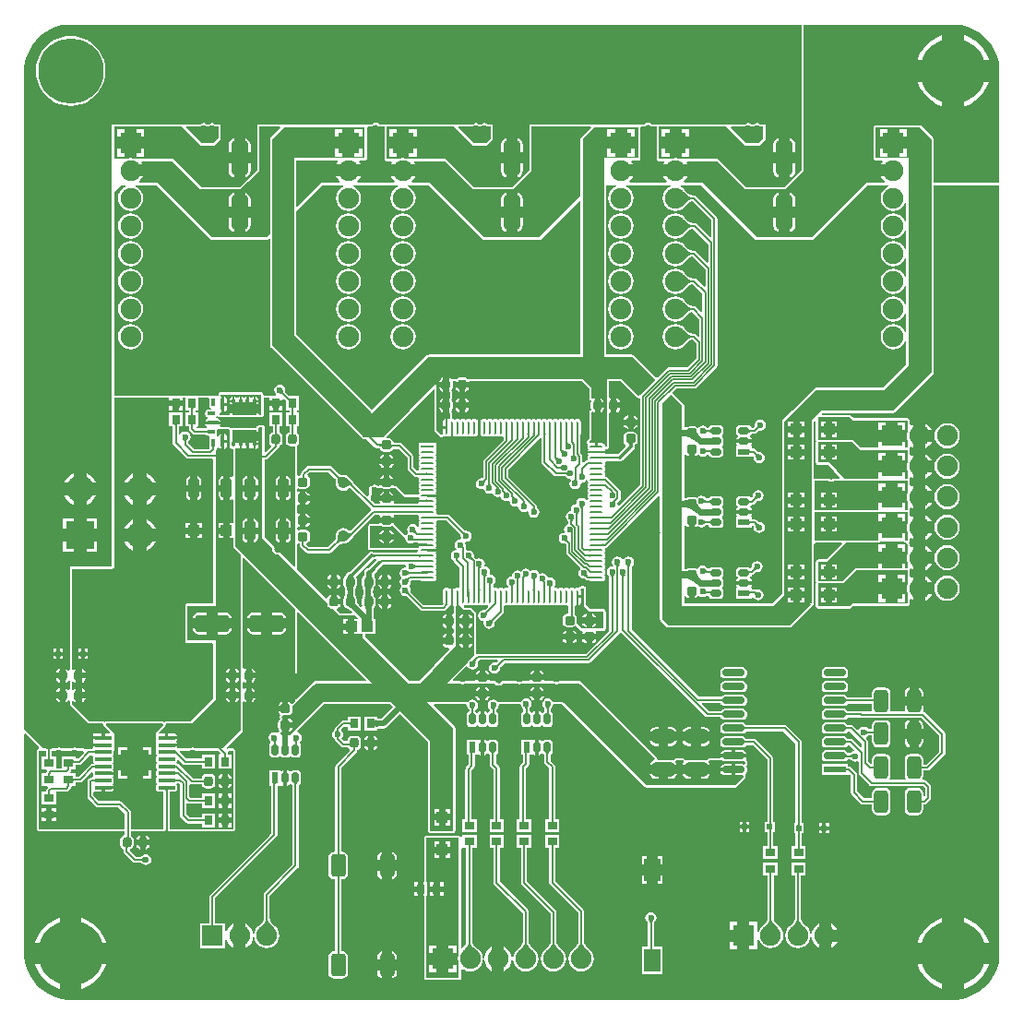
<source format=gtl>
G04*
G04 #@! TF.GenerationSoftware,Altium Limited,Altium Designer,19.1.6 (110)*
G04*
G04 Layer_Physical_Order=1*
G04 Layer_Color=255*
%FSLAX43Y43*%
%MOMM*%
G71*
G01*
G75*
%ADD10C,0.200*%
%ADD11C,0.600*%
G04:AMPARAMS|DCode=60|XSize=0.9mm|YSize=0.8mm|CornerRadius=0.2mm|HoleSize=0mm|Usage=FLASHONLY|Rotation=0.000|XOffset=0mm|YOffset=0mm|HoleType=Round|Shape=RoundedRectangle|*
%AMROUNDEDRECTD60*
21,1,0.900,0.400,0,0,0.0*
21,1,0.500,0.800,0,0,0.0*
1,1,0.400,0.250,-0.200*
1,1,0.400,-0.250,-0.200*
1,1,0.400,-0.250,0.200*
1,1,0.400,0.250,0.200*
%
%ADD60ROUNDEDRECTD60*%
G04:AMPARAMS|DCode=61|XSize=1.6mm|YSize=3.2mm|CornerRadius=0.4mm|HoleSize=0mm|Usage=FLASHONLY|Rotation=0.000|XOffset=0mm|YOffset=0mm|HoleType=Round|Shape=RoundedRectangle|*
%AMROUNDEDRECTD61*
21,1,1.600,2.400,0,0,0.0*
21,1,0.800,3.200,0,0,0.0*
1,1,0.800,0.400,-1.200*
1,1,0.800,-0.400,-1.200*
1,1,0.800,-0.400,1.200*
1,1,0.800,0.400,1.200*
%
%ADD61ROUNDEDRECTD61*%
%ADD62R,0.500X0.500*%
%ADD63R,1.100X1.000*%
%ADD64R,1.000X0.600*%
G04:AMPARAMS|DCode=65|XSize=0.6mm|YSize=1mm|CornerRadius=0.15mm|HoleSize=0mm|Usage=FLASHONLY|Rotation=270.000|XOffset=0mm|YOffset=0mm|HoleType=Round|Shape=RoundedRectangle|*
%AMROUNDEDRECTD65*
21,1,0.600,0.700,0,0,270.0*
21,1,0.300,1.000,0,0,270.0*
1,1,0.300,-0.350,-0.150*
1,1,0.300,-0.350,0.150*
1,1,0.300,0.350,0.150*
1,1,0.300,0.350,-0.150*
%
%ADD65ROUNDEDRECTD65*%
%ADD66R,0.600X1.000*%
G04:AMPARAMS|DCode=67|XSize=0.6mm|YSize=1mm|CornerRadius=0.15mm|HoleSize=0mm|Usage=FLASHONLY|Rotation=180.000|XOffset=0mm|YOffset=0mm|HoleType=Round|Shape=RoundedRectangle|*
%AMROUNDEDRECTD67*
21,1,0.600,0.700,0,0,180.0*
21,1,0.300,1.000,0,0,180.0*
1,1,0.300,-0.150,0.350*
1,1,0.300,0.150,0.350*
1,1,0.300,0.150,-0.350*
1,1,0.300,-0.150,-0.350*
%
%ADD67ROUNDEDRECTD67*%
%ADD68R,1.000X1.100*%
G04:AMPARAMS|DCode=69|XSize=2.1mm|YSize=1.4mm|CornerRadius=0.35mm|HoleSize=0mm|Usage=FLASHONLY|Rotation=90.000|XOffset=0mm|YOffset=0mm|HoleType=Round|Shape=RoundedRectangle|*
%AMROUNDEDRECTD69*
21,1,2.100,0.700,0,0,90.0*
21,1,1.400,1.400,0,0,90.0*
1,1,0.700,0.350,0.700*
1,1,0.700,0.350,-0.700*
1,1,0.700,-0.350,-0.700*
1,1,0.700,-0.350,0.700*
%
%ADD69ROUNDEDRECTD69*%
%ADD70R,1.500X2.150*%
%ADD71R,0.900X0.800*%
%ADD72R,0.800X0.900*%
%ADD73R,1.020X0.980*%
%ADD74R,2.000X0.600*%
G04:AMPARAMS|DCode=75|XSize=0.6mm|YSize=2mm|CornerRadius=0.15mm|HoleSize=0mm|Usage=FLASHONLY|Rotation=270.000|XOffset=0mm|YOffset=0mm|HoleType=Round|Shape=RoundedRectangle|*
%AMROUNDEDRECTD75*
21,1,0.600,1.700,0,0,270.0*
21,1,0.300,2.000,0,0,270.0*
1,1,0.300,-0.850,-0.150*
1,1,0.300,-0.850,0.150*
1,1,0.300,0.850,0.150*
1,1,0.300,0.850,-0.150*
%
%ADD75ROUNDEDRECTD75*%
G04:AMPARAMS|DCode=76|XSize=0.25mm|YSize=1.2mm|CornerRadius=0.063mm|HoleSize=0mm|Usage=FLASHONLY|Rotation=0.000|XOffset=0mm|YOffset=0mm|HoleType=Round|Shape=RoundedRectangle|*
%AMROUNDEDRECTD76*
21,1,0.250,1.075,0,0,0.0*
21,1,0.125,1.200,0,0,0.0*
1,1,0.125,0.063,-0.538*
1,1,0.125,-0.063,-0.538*
1,1,0.125,-0.063,0.538*
1,1,0.125,0.063,0.538*
%
%ADD76ROUNDEDRECTD76*%
G04:AMPARAMS|DCode=77|XSize=0.25mm|YSize=1.2mm|CornerRadius=0.063mm|HoleSize=0mm|Usage=FLASHONLY|Rotation=90.000|XOffset=0mm|YOffset=0mm|HoleType=Round|Shape=RoundedRectangle|*
%AMROUNDEDRECTD77*
21,1,0.250,1.075,0,0,90.0*
21,1,0.125,1.200,0,0,90.0*
1,1,0.125,0.538,0.063*
1,1,0.125,0.538,-0.063*
1,1,0.125,-0.538,-0.063*
1,1,0.125,-0.538,0.063*
%
%ADD77ROUNDEDRECTD77*%
%ADD78R,1.200X0.250*%
G04:AMPARAMS|DCode=79|XSize=2.25mm|YSize=1.125mm|CornerRadius=0.056mm|HoleSize=0mm|Usage=FLASHONLY|Rotation=180.000|XOffset=0mm|YOffset=0mm|HoleType=Round|Shape=RoundedRectangle|*
%AMROUNDEDRECTD79*
21,1,2.250,1.013,0,0,180.0*
21,1,2.138,1.125,0,0,180.0*
1,1,0.113,-1.069,0.506*
1,1,0.113,1.069,0.506*
1,1,0.113,1.069,-0.506*
1,1,0.113,-1.069,-0.506*
%
%ADD79ROUNDEDRECTD79*%
G04:AMPARAMS|DCode=80|XSize=0.3mm|YSize=0.5mm|CornerRadius=0.075mm|HoleSize=0mm|Usage=FLASHONLY|Rotation=180.000|XOffset=0mm|YOffset=0mm|HoleType=Round|Shape=RoundedRectangle|*
%AMROUNDEDRECTD80*
21,1,0.300,0.350,0,0,180.0*
21,1,0.150,0.500,0,0,180.0*
1,1,0.150,-0.075,0.175*
1,1,0.150,0.075,0.175*
1,1,0.150,0.075,-0.175*
1,1,0.150,-0.075,-0.175*
%
%ADD80ROUNDEDRECTD80*%
G04:AMPARAMS|DCode=81|XSize=0.4mm|YSize=1mm|CornerRadius=0.1mm|HoleSize=0mm|Usage=FLASHONLY|Rotation=270.000|XOffset=0mm|YOffset=0mm|HoleType=Round|Shape=RoundedRectangle|*
%AMROUNDEDRECTD81*
21,1,0.400,0.800,0,0,270.0*
21,1,0.200,1.000,0,0,270.0*
1,1,0.200,-0.400,-0.100*
1,1,0.200,-0.400,0.100*
1,1,0.200,0.400,0.100*
1,1,0.200,0.400,-0.100*
%
%ADD81ROUNDEDRECTD81*%
G04:AMPARAMS|DCode=82|XSize=0.3mm|YSize=0.7mm|CornerRadius=0.075mm|HoleSize=0mm|Usage=FLASHONLY|Rotation=90.000|XOffset=0mm|YOffset=0mm|HoleType=Round|Shape=RoundedRectangle|*
%AMROUNDEDRECTD82*
21,1,0.300,0.550,0,0,90.0*
21,1,0.150,0.700,0,0,90.0*
1,1,0.150,0.275,0.075*
1,1,0.150,0.275,-0.075*
1,1,0.150,-0.275,-0.075*
1,1,0.150,-0.275,0.075*
%
%ADD82ROUNDEDRECTD82*%
G04:AMPARAMS|DCode=83|XSize=0.3mm|YSize=0.7mm|CornerRadius=0.075mm|HoleSize=0mm|Usage=FLASHONLY|Rotation=180.000|XOffset=0mm|YOffset=0mm|HoleType=Round|Shape=RoundedRectangle|*
%AMROUNDEDRECTD83*
21,1,0.300,0.550,0,0,180.0*
21,1,0.150,0.700,0,0,180.0*
1,1,0.150,-0.075,0.275*
1,1,0.150,0.075,0.275*
1,1,0.150,0.075,-0.275*
1,1,0.150,-0.075,-0.275*
%
%ADD83ROUNDEDRECTD83*%
%ADD84R,0.300X0.700*%
G04:AMPARAMS|DCode=85|XSize=0.4mm|YSize=1mm|CornerRadius=0.1mm|HoleSize=0mm|Usage=FLASHONLY|Rotation=0.000|XOffset=0mm|YOffset=0mm|HoleType=Round|Shape=RoundedRectangle|*
%AMROUNDEDRECTD85*
21,1,0.400,0.800,0,0,0.0*
21,1,0.200,1.000,0,0,0.0*
1,1,0.200,0.100,-0.400*
1,1,0.200,-0.100,-0.400*
1,1,0.200,-0.100,0.400*
1,1,0.200,0.100,0.400*
%
%ADD85ROUNDEDRECTD85*%
%ADD86R,1.500X0.400*%
G04:AMPARAMS|DCode=87|XSize=0.4mm|YSize=1.5mm|CornerRadius=0.1mm|HoleSize=0mm|Usage=FLASHONLY|Rotation=90.000|XOffset=0mm|YOffset=0mm|HoleType=Round|Shape=RoundedRectangle|*
%AMROUNDEDRECTD87*
21,1,0.400,1.300,0,0,90.0*
21,1,0.200,1.500,0,0,90.0*
1,1,0.200,0.650,0.100*
1,1,0.200,0.650,-0.100*
1,1,0.200,-0.650,-0.100*
1,1,0.200,-0.650,0.100*
%
%ADD87ROUNDEDRECTD87*%
%ADD88R,2.660X2.460*%
G04:AMPARAMS|DCode=89|XSize=2.1mm|YSize=1.3mm|CornerRadius=0.325mm|HoleSize=0mm|Usage=FLASHONLY|Rotation=90.000|XOffset=0mm|YOffset=0mm|HoleType=Round|Shape=RoundedRectangle|*
%AMROUNDEDRECTD89*
21,1,2.100,0.650,0,0,90.0*
21,1,1.450,1.300,0,0,90.0*
1,1,0.650,0.325,0.725*
1,1,0.650,0.325,-0.725*
1,1,0.650,-0.325,-0.725*
1,1,0.650,-0.325,0.725*
%
%ADD89ROUNDEDRECTD89*%
G04:AMPARAMS|DCode=90|XSize=2.1mm|YSize=1.3mm|CornerRadius=0.325mm|HoleSize=0mm|Usage=FLASHONLY|Rotation=180.000|XOffset=0mm|YOffset=0mm|HoleType=Round|Shape=RoundedRectangle|*
%AMROUNDEDRECTD90*
21,1,2.100,0.650,0,0,180.0*
21,1,1.450,1.300,0,0,180.0*
1,1,0.650,-0.725,0.325*
1,1,0.650,0.725,0.325*
1,1,0.650,0.725,-0.325*
1,1,0.650,-0.725,-0.325*
%
%ADD90ROUNDEDRECTD90*%
G04:AMPARAMS|DCode=91|XSize=0.9mm|YSize=0.8mm|CornerRadius=0.2mm|HoleSize=0mm|Usage=FLASHONLY|Rotation=90.000|XOffset=0mm|YOffset=0mm|HoleType=Round|Shape=RoundedRectangle|*
%AMROUNDEDRECTD91*
21,1,0.900,0.400,0,0,90.0*
21,1,0.500,0.800,0,0,90.0*
1,1,0.400,0.200,0.250*
1,1,0.400,0.200,-0.250*
1,1,0.400,-0.200,-0.250*
1,1,0.400,-0.200,0.250*
%
%ADD91ROUNDEDRECTD91*%
G04:AMPARAMS|DCode=92|XSize=1.8mm|YSize=1mm|CornerRadius=0.25mm|HoleSize=0mm|Usage=FLASHONLY|Rotation=270.000|XOffset=0mm|YOffset=0mm|HoleType=Round|Shape=RoundedRectangle|*
%AMROUNDEDRECTD92*
21,1,1.800,0.500,0,0,270.0*
21,1,1.300,1.000,0,0,270.0*
1,1,0.500,-0.250,-0.650*
1,1,0.500,-0.250,0.650*
1,1,0.500,0.250,0.650*
1,1,0.500,0.250,-0.650*
%
%ADD92ROUNDEDRECTD92*%
G04:AMPARAMS|DCode=93|XSize=1.6mm|YSize=3.2mm|CornerRadius=0.4mm|HoleSize=0mm|Usage=FLASHONLY|Rotation=90.000|XOffset=0mm|YOffset=0mm|HoleType=Round|Shape=RoundedRectangle|*
%AMROUNDEDRECTD93*
21,1,1.600,2.400,0,0,90.0*
21,1,0.800,3.200,0,0,90.0*
1,1,0.800,1.200,0.400*
1,1,0.800,1.200,-0.400*
1,1,0.800,-1.200,-0.400*
1,1,0.800,-1.200,0.400*
%
%ADD93ROUNDEDRECTD93*%
%ADD94C,0.150*%
%ADD95C,0.500*%
%ADD96C,0.300*%
%ADD97C,1.900*%
%ADD98R,1.900X1.900*%
%ADD99R,1.900X1.900*%
%ADD100C,2.500*%
%ADD101R,2.500X2.500*%
%ADD102C,1.030*%
%ADD103C,6.000*%
%ADD104C,0.600*%
G36*
X32616Y80519D02*
X32747Y80431D01*
X32748Y80430D01*
X32766Y80423D01*
X32783Y80412D01*
X32802Y80408D01*
X32821Y80400D01*
X32841Y80400D01*
X32861Y80396D01*
X33296D01*
X33296Y77420D01*
X33312Y77342D01*
X33356Y77276D01*
X33422Y77232D01*
X33500Y77216D01*
X33945D01*
X34002Y77102D01*
X33908Y76980D01*
X33875Y76900D01*
X35000D01*
X36125D01*
X36092Y76980D01*
X35998Y77102D01*
X36055Y77216D01*
X38816Y77216D01*
D01*
D01*
X41346Y74686D01*
X41412Y74642D01*
X41490Y74626D01*
X45000Y74626D01*
X45078Y74642D01*
X45144Y74686D01*
X45783Y75324D01*
D01*
X46744Y76286D01*
X46788Y76352D01*
X46804Y76430D01*
X46804Y80396D01*
X52202D01*
X52250Y80279D01*
X51356Y79384D01*
X51312Y79318D01*
X51296Y79240D01*
Y77900D01*
X51296Y77900D01*
Y74046D01*
X47500Y70250D01*
X42500D01*
X37500Y75250D01*
X35828D01*
X35785Y75377D01*
X35892Y75458D01*
X36092Y75720D01*
X36125Y75800D01*
X35000D01*
X33875D01*
X33908Y75720D01*
X34108Y75458D01*
X34215Y75377D01*
X34215Y75377D01*
X34172Y75250D01*
X32500Y75250D01*
X30828Y75250D01*
X30785Y75377D01*
X30892Y75458D01*
X31092Y75720D01*
X31125Y75800D01*
X30000D01*
X28875D01*
X28908Y75720D01*
X29108Y75458D01*
X29215Y75377D01*
X29215Y75377D01*
X29172Y75250D01*
X27500D01*
X25321Y73071D01*
X25204Y73120D01*
Y75250D01*
Y77286D01*
X28983D01*
X29045Y77159D01*
X28908Y76980D01*
X28875Y76900D01*
X30000D01*
X31125D01*
X31092Y76980D01*
X30955Y77159D01*
X31017Y77286D01*
X31500D01*
X31578Y77302D01*
X31644Y77346D01*
X31688Y77412D01*
X31704Y77490D01*
Y80320D01*
X31766Y80396D01*
X32139D01*
X32159Y80400D01*
X32179Y80400D01*
X32198Y80408D01*
X32217Y80412D01*
X32234Y80423D01*
X32252Y80430D01*
X32253Y80431D01*
X32384Y80519D01*
X32500Y80542D01*
X32616Y80519D01*
D02*
G37*
G36*
X67616Y80469D02*
X67673Y80430D01*
X67692Y80423D01*
X67708Y80412D01*
X67728Y80408D01*
X67747Y80400D01*
X67767D01*
X67786Y80396D01*
X68046D01*
X68046Y79264D01*
X67616Y78834D01*
X66522Y78834D01*
X65077Y80279D01*
X65125Y80396D01*
X66414D01*
X66433Y80400D01*
X66453D01*
X66472Y80408D01*
X66492Y80412D01*
X66508Y80423D01*
X66527Y80430D01*
X66584Y80469D01*
X66700Y80492D01*
X66816Y80469D01*
X66873Y80430D01*
X66892Y80423D01*
X66908Y80412D01*
X66928Y80408D01*
X66947Y80400D01*
X66967D01*
X66986Y80396D01*
X67214D01*
X67233Y80400D01*
X67253D01*
X67272Y80408D01*
X67292Y80412D01*
X67308Y80423D01*
X67327Y80430D01*
X67384Y80469D01*
X67500Y80492D01*
X67616Y80469D01*
D02*
G37*
G36*
X42616D02*
X42673Y80430D01*
X42692Y80423D01*
X42708Y80412D01*
X42728Y80408D01*
X42747Y80400D01*
X42767D01*
X42786Y80396D01*
X43046D01*
X43046Y79264D01*
X42616Y78834D01*
X41522Y78834D01*
X40077Y80279D01*
X40125Y80396D01*
X41414D01*
X41433Y80400D01*
X41453D01*
X41472Y80408D01*
X41492Y80412D01*
X41508Y80423D01*
X41527Y80430D01*
X41584Y80469D01*
X41700Y80492D01*
X41816Y80469D01*
X41873Y80430D01*
X41892Y80423D01*
X41908Y80412D01*
X41928Y80408D01*
X41947Y80400D01*
X41967D01*
X41986Y80396D01*
X42214D01*
X42233Y80400D01*
X42253D01*
X42272Y80408D01*
X42292Y80412D01*
X42308Y80423D01*
X42327Y80430D01*
X42384Y80469D01*
X42500Y80492D01*
X42616Y80469D01*
D02*
G37*
G36*
X17616D02*
X17673Y80430D01*
X17692Y80423D01*
X17708Y80412D01*
X17728Y80408D01*
X17747Y80400D01*
X17767D01*
X17786Y80396D01*
X18046D01*
X18046Y79264D01*
X17616Y78834D01*
X16522Y78834D01*
X15077Y80279D01*
X15125Y80396D01*
X16414D01*
X16433Y80400D01*
X16453D01*
X16472Y80408D01*
X16492Y80412D01*
X16508Y80423D01*
X16527Y80430D01*
X16584Y80469D01*
X16700Y80492D01*
X16816Y80469D01*
X16873Y80430D01*
X16892Y80423D01*
X16908Y80412D01*
X16928Y80408D01*
X16947Y80400D01*
X16967D01*
X16986Y80396D01*
X17214D01*
X17233Y80400D01*
X17253D01*
X17272Y80408D01*
X17292Y80412D01*
X17308Y80423D01*
X17327Y80430D01*
X17384Y80469D01*
X17500Y80492D01*
X17616Y80469D01*
D02*
G37*
G36*
X71600Y81420D02*
X71600D01*
X71600Y76430D01*
X70000Y74830D01*
X66490Y74830D01*
X63900Y77420D01*
X60422Y77420D01*
X60300Y77470D01*
X60000Y77510D01*
X59700Y77470D01*
X59578Y77420D01*
X58500D01*
X58500Y80420D01*
X64647Y80420D01*
X66437Y78630D01*
X67700Y78630D01*
X68250Y79180D01*
X68250Y80600D01*
X67786D01*
X67695Y80661D01*
X67500Y80700D01*
X67305Y80661D01*
X67214Y80600D01*
X66986D01*
X66895Y80661D01*
X66700Y80700D01*
X66505Y80661D01*
X66414Y80600D01*
X57861D01*
X57860Y80600D01*
X57695Y80711D01*
X57500Y80750D01*
X57305Y80711D01*
X57140Y80600D01*
X57139Y80600D01*
X46600D01*
X46600Y76430D01*
X45000Y74830D01*
X41490Y74830D01*
X38900Y77420D01*
X35422Y77420D01*
X35300Y77470D01*
X35000Y77510D01*
X34700Y77470D01*
X34578Y77420D01*
X33500D01*
X33500Y80420D01*
X39647Y80420D01*
X41437Y78630D01*
X42700Y78630D01*
X43250Y79180D01*
X43250Y80600D01*
X42786D01*
X42695Y80661D01*
X42500Y80700D01*
X42305Y80661D01*
X42214Y80600D01*
X41986D01*
X41895Y80661D01*
X41700Y80700D01*
X41505Y80661D01*
X41414Y80600D01*
X32861D01*
X32860Y80600D01*
X32695Y80711D01*
X32500Y80750D01*
X32305Y80711D01*
X32140Y80600D01*
X32139Y80600D01*
X21600D01*
X21600Y76430D01*
X20000Y74830D01*
X16490Y74830D01*
X13900Y77420D01*
X10422Y77420D01*
X10300Y77470D01*
X10000Y77510D01*
X9700Y77470D01*
X9578Y77420D01*
X8500D01*
X8500Y80420D01*
X14647Y80420D01*
X16437Y78630D01*
X17700Y78630D01*
X18250Y79180D01*
X18250Y80600D01*
X17786D01*
X17695Y80661D01*
X17500Y80700D01*
X17305Y80661D01*
X17214Y80600D01*
X16986D01*
X16895Y80661D01*
X16700Y80700D01*
X16505Y80661D01*
X16414Y80600D01*
X8300D01*
X8300Y40000D01*
X4410Y40000D01*
X4410Y30510D01*
X4283Y30471D01*
X4238Y30538D01*
X4106Y30627D01*
X4015Y30645D01*
Y30000D01*
Y29355D01*
X4106Y29373D01*
X4238Y29462D01*
X4283Y29529D01*
X4410Y29490D01*
Y28710D01*
X4283Y28671D01*
X4238Y28738D01*
X4106Y28827D01*
X4015Y28845D01*
Y28200D01*
Y27555D01*
X4106Y27573D01*
X4238Y27662D01*
X4283Y27729D01*
X4410Y27690D01*
Y27290D01*
X6100Y25600D01*
X7424D01*
X7524Y25483D01*
X7539Y25405D01*
X7583Y25338D01*
X7583Y25338D01*
X8120Y24802D01*
X8067Y24675D01*
X7630D01*
Y24275D01*
X7500D01*
Y24145D01*
X6550D01*
Y23875D01*
X6550Y23875D01*
X6549Y23755D01*
X7500D01*
Y23495D01*
X6550D01*
X6567Y23408D01*
X6571Y23402D01*
X6583Y23380D01*
X6517Y23255D01*
X6175D01*
X6068Y23234D01*
X6032Y23210D01*
X5905D01*
X5882Y23244D01*
X5816Y23288D01*
X5738Y23304D01*
X5206D01*
X5105Y23371D01*
X4910Y23410D01*
X4715Y23371D01*
X4615Y23304D01*
X3706D01*
X3605Y23371D01*
X3410Y23410D01*
X3215Y23371D01*
X3115Y23304D01*
X2780D01*
X2702Y23288D01*
X2636Y23244D01*
X2613Y23210D01*
X2386D01*
X2364Y23244D01*
X2297Y23288D01*
X2219Y23304D01*
X2006D01*
X255Y25055D01*
Y40000D01*
Y80600D01*
Y85500D01*
Y85778D01*
X328Y86330D01*
X472Y86867D01*
X685Y87382D01*
X963Y87864D01*
X1302Y88305D01*
X1695Y88699D01*
X2136Y89037D01*
X2618Y89315D01*
X3133Y89528D01*
X3670Y89672D01*
X4222Y89745D01*
X71600D01*
Y81420D01*
D02*
G37*
G36*
X56600Y77490D02*
X55151D01*
X55000Y77510D01*
X54849Y77490D01*
X53450D01*
Y59250D01*
X55000D01*
Y59250D01*
X56000D01*
X58093Y57217D01*
X58093Y57090D01*
X56827Y55823D01*
X56766Y55732D01*
X56764Y55725D01*
X56626Y55681D01*
X55018Y57200D01*
X53700D01*
Y51000D01*
X53682Y50990D01*
X53555Y51061D01*
Y51062D01*
X53535Y51165D01*
X53477Y51252D01*
X53390Y51310D01*
X53287Y51330D01*
X52850D01*
Y51000D01*
X52650D01*
Y51330D01*
X52212D01*
X52199Y51327D01*
X52085Y51426D01*
X52085Y51485D01*
X52300Y51700D01*
Y54150D01*
X52427Y54218D01*
X52494Y54173D01*
X52585Y54155D01*
Y54800D01*
X52850D01*
D01*
X52585D01*
Y55445D01*
X52494Y55427D01*
X52427Y55382D01*
X52300Y55450D01*
Y56400D01*
X51500Y57200D01*
X41724Y57200D01*
X41675Y57210D01*
X41626Y57200D01*
X40964D01*
X40938Y57239D01*
X40806Y57327D01*
X40650Y57358D01*
X40250D01*
X40094Y57327D01*
X39962Y57239D01*
X39936Y57200D01*
X39464D01*
X39438Y57238D01*
X39306Y57327D01*
X39215Y57345D01*
Y56700D01*
Y56042D01*
X39300Y55972D01*
Y55528D01*
X39215Y55458D01*
Y54800D01*
Y54142D01*
X39300Y54072D01*
Y53597D01*
X39173Y53529D01*
X39165Y53535D01*
X39100Y53548D01*
Y52750D01*
X39000D01*
Y52650D01*
X38670D01*
Y52212D01*
X38673Y52198D01*
X38574Y52084D01*
X38515Y52085D01*
X38100Y52500D01*
Y56894D01*
X33200Y51900D01*
X31400D01*
Y51900D01*
X23000Y60300D01*
X23000Y61300D01*
X23000D01*
Y77900D01*
X23001D01*
Y79240D01*
X24081Y80320D01*
X31500Y80320D01*
Y77490D01*
X30151D01*
X30000Y77510D01*
X29849Y77490D01*
X25000D01*
Y61250D01*
X32175Y54075D01*
X37350Y59250D01*
X38400D01*
X38400Y58300D01*
D01*
Y59250D01*
X51500Y59250D01*
Y77900D01*
X51500D01*
Y79240D01*
X52580Y80320D01*
X56600Y80320D01*
Y77490D01*
D02*
G37*
G36*
X86330Y89672D02*
X86867Y89528D01*
X87382Y89315D01*
X87864Y89037D01*
X88305Y88698D01*
X88699Y88305D01*
X89037Y87864D01*
X89315Y87382D01*
X89528Y86867D01*
X89672Y86330D01*
X89745Y85778D01*
Y85500D01*
Y75250D01*
X83704Y75250D01*
Y77800D01*
Y79240D01*
X83704Y79240D01*
X83688Y79318D01*
X83644Y79384D01*
X82564Y80464D01*
X82498Y80508D01*
X82420Y80524D01*
X78400Y80524D01*
X78322Y80508D01*
X78256Y80464D01*
X78212Y80398D01*
X78196Y80320D01*
Y77490D01*
X78212Y77412D01*
X78256Y77346D01*
X78322Y77302D01*
X78400Y77286D01*
X78983D01*
X79045Y77159D01*
X78908Y76980D01*
X78875Y76900D01*
X80000D01*
Y75800D01*
X78875D01*
X78908Y75720D01*
X79108Y75458D01*
X79215Y75377D01*
X79172Y75250D01*
X77500D01*
X72500Y70250D01*
X67500D01*
X62500Y75250D01*
X60828D01*
X60785Y75377D01*
X60892Y75458D01*
X61092Y75720D01*
X61125Y75800D01*
X60000D01*
X58875D01*
X58908Y75720D01*
X59108Y75458D01*
X59215Y75377D01*
X59172Y75250D01*
X57500Y75250D01*
X55828Y75250D01*
X55785Y75377D01*
X55892Y75458D01*
X56092Y75720D01*
X56125Y75800D01*
X55000D01*
Y76900D01*
X56125D01*
X56092Y76980D01*
X55955Y77159D01*
X56017Y77286D01*
X56600D01*
X56678Y77302D01*
X56744Y77346D01*
X56788Y77412D01*
X56804Y77490D01*
Y80320D01*
X56866Y80396D01*
X57139D01*
X57159Y80400D01*
X57179Y80400D01*
X57198Y80408D01*
X57217Y80412D01*
X57234Y80423D01*
X57252Y80430D01*
X57253Y80431D01*
X57384Y80519D01*
X57500Y80542D01*
X57616Y80519D01*
X57747Y80431D01*
X57748Y80430D01*
X57766Y80423D01*
X57783Y80412D01*
X57802Y80408D01*
X57821Y80400D01*
X57841Y80400D01*
X57861Y80396D01*
X58296D01*
X58296Y77420D01*
X58312Y77342D01*
X58356Y77276D01*
X58422Y77232D01*
X58500Y77216D01*
X58945D01*
X59002Y77102D01*
X58908Y76980D01*
X58875Y76900D01*
X60000D01*
X61125D01*
X61092Y76980D01*
X60998Y77102D01*
X61055Y77216D01*
X63816Y77216D01*
D01*
D01*
X66346Y74686D01*
X66412Y74642D01*
X66490Y74626D01*
X70000Y74626D01*
X70078Y74642D01*
X70144Y74686D01*
X70783Y75324D01*
D01*
X71744Y76286D01*
X71788Y76352D01*
X71804Y76430D01*
X71804Y81420D01*
X71804Y81420D01*
Y89745D01*
X85778D01*
X86330Y89672D01*
D02*
G37*
G36*
X23751Y80279D02*
X22856Y79384D01*
X22812Y79318D01*
X22797Y79240D01*
Y77903D01*
X22796Y77900D01*
Y70546D01*
X22500Y70250D01*
X17500D01*
X12500Y75250D01*
X10828D01*
X10785Y75377D01*
X10892Y75458D01*
X11092Y75720D01*
X11125Y75800D01*
X10000D01*
Y76900D01*
X11125D01*
X11092Y76980D01*
X10998Y77102D01*
X11055Y77216D01*
X13816Y77216D01*
X16346Y74686D01*
X16412Y74642D01*
X16490Y74626D01*
X20000Y74626D01*
X20078Y74642D01*
X20144Y74686D01*
X20783Y75324D01*
D01*
X21744Y76286D01*
X21788Y76352D01*
X21804Y76430D01*
X21804Y80396D01*
X23702D01*
X23751Y80279D01*
D02*
G37*
G36*
X60791Y74363D02*
X61090Y74097D01*
X61177Y74033D01*
X61258Y73979D01*
X61332Y73938D01*
X61400Y73909D01*
X61462Y73891D01*
X61517Y73885D01*
Y73735D01*
X61462Y73729D01*
X61400Y73711D01*
X61332Y73682D01*
X61258Y73641D01*
X61177Y73588D01*
X61090Y73523D01*
X60897Y73357D01*
X60678Y73145D01*
Y74475D01*
X60791Y74363D01*
D02*
G37*
G36*
X59561Y74873D02*
X59420Y74815D01*
X59180Y74630D01*
X58995Y74390D01*
X58880Y74110D01*
X58840Y73810D01*
X58880Y73510D01*
X58995Y73230D01*
X59180Y72990D01*
X59420Y72805D01*
X59700Y72690D01*
X60000Y72650D01*
X60300Y72690D01*
X60580Y72805D01*
X60820Y72990D01*
X60846Y73024D01*
X61035Y73207D01*
X61218Y73363D01*
X61294Y73420D01*
X61364Y73466D01*
X61423Y73499D01*
X61469Y73519D01*
X61501Y73528D01*
X61514Y73530D01*
X61574D01*
X63295Y71809D01*
Y70268D01*
X63177Y70219D01*
X61928Y71468D01*
X61837Y71529D01*
X61730Y71550D01*
X61514D01*
X61501Y71552D01*
X61469Y71561D01*
X61423Y71581D01*
X61364Y71614D01*
X61294Y71660D01*
X61219Y71716D01*
X60931Y71971D01*
X60848Y72054D01*
X60820Y72090D01*
X60580Y72275D01*
X60300Y72390D01*
X60000Y72430D01*
X59700Y72390D01*
X59420Y72275D01*
X59180Y72090D01*
X58995Y71850D01*
X58880Y71570D01*
X58840Y71270D01*
X58880Y70970D01*
X58995Y70690D01*
X59180Y70450D01*
X59420Y70265D01*
X59700Y70150D01*
X60000Y70110D01*
X60300Y70150D01*
X60580Y70265D01*
X60820Y70450D01*
X60846Y70484D01*
X61035Y70667D01*
X61218Y70823D01*
X61294Y70880D01*
X61364Y70926D01*
X61423Y70959D01*
X61469Y70979D01*
X61501Y70988D01*
X61514Y70990D01*
X61614D01*
X63020Y69584D01*
Y67943D01*
X62902Y67894D01*
X61868Y68928D01*
X61777Y68989D01*
X61670Y69010D01*
X61514D01*
X61501Y69012D01*
X61469Y69021D01*
X61423Y69041D01*
X61364Y69074D01*
X61294Y69120D01*
X61219Y69176D01*
X60931Y69432D01*
X60848Y69514D01*
X60820Y69550D01*
X60580Y69735D01*
X60300Y69850D01*
X60000Y69890D01*
X59700Y69850D01*
X59420Y69735D01*
X59180Y69550D01*
X58995Y69310D01*
X58880Y69030D01*
X58840Y68730D01*
X58880Y68430D01*
X58995Y68150D01*
X59180Y67910D01*
X59420Y67725D01*
X59700Y67610D01*
X60000Y67570D01*
X60300Y67610D01*
X60580Y67725D01*
X60820Y67910D01*
X60846Y67944D01*
X61035Y68127D01*
X61218Y68283D01*
X61294Y68340D01*
X61364Y68386D01*
X61423Y68419D01*
X61469Y68439D01*
X61501Y68448D01*
X61514Y68450D01*
X61554D01*
X62745Y67259D01*
Y65718D01*
X62627Y65669D01*
X61908Y66388D01*
X61817Y66449D01*
X61710Y66470D01*
X61514D01*
X61501Y66472D01*
X61469Y66481D01*
X61423Y66501D01*
X61364Y66534D01*
X61294Y66580D01*
X61219Y66636D01*
X60931Y66892D01*
X60848Y66974D01*
X60820Y67010D01*
X60580Y67195D01*
X60300Y67310D01*
X60000Y67350D01*
X59700Y67310D01*
X59420Y67195D01*
X59180Y67010D01*
X58995Y66770D01*
X58880Y66490D01*
X58840Y66190D01*
X58880Y65890D01*
X58995Y65610D01*
X59180Y65370D01*
X59420Y65185D01*
X59700Y65070D01*
X60000Y65030D01*
X60300Y65070D01*
X60580Y65185D01*
X60820Y65370D01*
X60846Y65404D01*
X61035Y65587D01*
X61218Y65743D01*
X61294Y65800D01*
X61364Y65846D01*
X61423Y65879D01*
X61469Y65899D01*
X61501Y65908D01*
X61514Y65910D01*
X61594D01*
X62470Y65034D01*
Y63393D01*
X62352Y63344D01*
X61848Y63848D01*
X61757Y63909D01*
X61650Y63930D01*
X61514D01*
X61501Y63932D01*
X61469Y63941D01*
X61423Y63961D01*
X61364Y63994D01*
X61294Y64040D01*
X61219Y64096D01*
X60931Y64352D01*
X60848Y64434D01*
X60820Y64470D01*
X60580Y64655D01*
X60300Y64770D01*
X60000Y64810D01*
X59700Y64770D01*
X59420Y64655D01*
X59180Y64470D01*
X58995Y64230D01*
X58880Y63950D01*
X58840Y63650D01*
X58880Y63350D01*
X58995Y63070D01*
X59180Y62830D01*
X59420Y62645D01*
X59700Y62530D01*
X60000Y62490D01*
X60300Y62530D01*
X60580Y62645D01*
X60820Y62830D01*
X60846Y62864D01*
X61035Y63047D01*
X61218Y63203D01*
X61294Y63260D01*
X61364Y63306D01*
X61423Y63339D01*
X61469Y63359D01*
X61501Y63368D01*
X61514Y63370D01*
X61534D01*
X62195Y62709D01*
Y61168D01*
X62077Y61119D01*
X61888Y61308D01*
X61797Y61369D01*
X61690Y61390D01*
X61514D01*
X61501Y61392D01*
X61469Y61401D01*
X61423Y61421D01*
X61364Y61454D01*
X61294Y61500D01*
X61219Y61556D01*
X60931Y61812D01*
X60848Y61894D01*
X60820Y61930D01*
X60580Y62115D01*
X60300Y62230D01*
X60000Y62270D01*
X59700Y62230D01*
X59420Y62115D01*
X59180Y61930D01*
X58995Y61690D01*
X58880Y61410D01*
X58840Y61110D01*
X58880Y60810D01*
X58995Y60530D01*
X59180Y60290D01*
X59420Y60105D01*
X59700Y59990D01*
X60000Y59950D01*
X60300Y59990D01*
X60580Y60105D01*
X60820Y60290D01*
X60846Y60324D01*
X61035Y60507D01*
X61218Y60663D01*
X61294Y60720D01*
X61364Y60766D01*
X61423Y60799D01*
X61469Y60819D01*
X61501Y60828D01*
X61514Y60830D01*
X61574D01*
X61920Y60484D01*
Y59116D01*
X61084Y58280D01*
X59400D01*
X59293Y58259D01*
X59202Y58198D01*
X58380Y57376D01*
X58352Y57366D01*
X58244Y57363D01*
X58235Y57363D01*
X56142Y59396D01*
X56110Y59417D01*
X56078Y59438D01*
X56077Y59439D01*
X56075Y59440D01*
X56038Y59446D01*
X56000Y59454D01*
X55000D01*
X55000Y59454D01*
X53654D01*
Y75000D01*
X54536D01*
X54561Y74873D01*
X54420Y74815D01*
X54180Y74630D01*
X53995Y74390D01*
X53880Y74110D01*
X53840Y73810D01*
X53880Y73510D01*
X53995Y73230D01*
X54180Y72990D01*
X54420Y72805D01*
X54700Y72690D01*
X55000Y72650D01*
X55300Y72690D01*
X55580Y72805D01*
X55820Y72990D01*
X56005Y73230D01*
X56120Y73510D01*
X56160Y73810D01*
X56120Y74110D01*
X56005Y74390D01*
X55820Y74630D01*
X55580Y74815D01*
X55439Y74873D01*
X55464Y75000D01*
X59536D01*
X59561Y74873D01*
D02*
G37*
G36*
X42400Y70000D02*
X47600D01*
X51179Y73579D01*
X51296Y73530D01*
Y59454D01*
X38400Y59454D01*
X37350D01*
X37272Y59438D01*
X37206Y59394D01*
X37206Y59394D01*
X32175Y54363D01*
X25204Y61334D01*
Y72604D01*
X27600Y75000D01*
X29536D01*
X29561Y74873D01*
X29420Y74815D01*
X29180Y74630D01*
X28995Y74390D01*
X28880Y74110D01*
X28840Y73810D01*
X28880Y73510D01*
X28995Y73230D01*
X29180Y72990D01*
X29420Y72805D01*
X29700Y72690D01*
X30000Y72650D01*
X30300Y72690D01*
X30580Y72805D01*
X30820Y72990D01*
X31005Y73230D01*
X31120Y73510D01*
X31160Y73810D01*
X31120Y74110D01*
X31005Y74390D01*
X30820Y74630D01*
X30580Y74815D01*
X30439Y74873D01*
X30464Y75000D01*
X34536D01*
X34561Y74873D01*
X34420Y74815D01*
X34180Y74630D01*
X33995Y74390D01*
X33880Y74110D01*
X33840Y73810D01*
X33880Y73510D01*
X33995Y73230D01*
X34180Y72990D01*
X34420Y72805D01*
X34700Y72690D01*
X35000Y72650D01*
X35300Y72690D01*
X35580Y72805D01*
X35820Y72990D01*
X36005Y73230D01*
X36120Y73510D01*
X36160Y73810D01*
X36120Y74110D01*
X36005Y74390D01*
X35820Y74630D01*
X35580Y74815D01*
X35439Y74873D01*
X35464Y75000D01*
X37400D01*
X42400Y70000D01*
D02*
G37*
G36*
X60791Y71823D02*
X61090Y71557D01*
X61177Y71493D01*
X61258Y71439D01*
X61332Y71398D01*
X61400Y71369D01*
X61462Y71351D01*
X61517Y71345D01*
Y71195D01*
X61462Y71189D01*
X61400Y71171D01*
X61332Y71142D01*
X61258Y71101D01*
X61177Y71048D01*
X61090Y70983D01*
X60897Y70817D01*
X60678Y70605D01*
Y71935D01*
X60791Y71823D01*
D02*
G37*
G36*
X79536Y75000D02*
X79561Y74873D01*
X79420Y74815D01*
X79180Y74630D01*
X78995Y74390D01*
X78880Y74110D01*
X78840Y73810D01*
X78880Y73510D01*
X78995Y73230D01*
X79180Y72990D01*
X79420Y72805D01*
X79700Y72690D01*
X80000Y72650D01*
X80300Y72690D01*
X80580Y72805D01*
X80820Y72990D01*
X81005Y73230D01*
X81069Y73386D01*
X81196Y73361D01*
Y71719D01*
X81069Y71694D01*
X81005Y71850D01*
X80820Y72090D01*
X80580Y72275D01*
X80300Y72390D01*
X80000Y72430D01*
X79700Y72390D01*
X79420Y72275D01*
X79180Y72090D01*
X78995Y71850D01*
X78880Y71570D01*
X78840Y71270D01*
X78880Y70970D01*
X78995Y70690D01*
X79180Y70450D01*
X79420Y70265D01*
X79700Y70150D01*
X80000Y70110D01*
X80300Y70150D01*
X80580Y70265D01*
X80820Y70450D01*
X81005Y70690D01*
X81069Y70846D01*
X81196Y70821D01*
Y69179D01*
X81069Y69154D01*
X81005Y69310D01*
X80820Y69550D01*
X80580Y69735D01*
X80300Y69850D01*
X80000Y69890D01*
X79700Y69850D01*
X79420Y69735D01*
X79180Y69550D01*
X78995Y69310D01*
X78880Y69030D01*
X78840Y68730D01*
X78880Y68430D01*
X78995Y68150D01*
X79180Y67910D01*
X79420Y67725D01*
X79700Y67610D01*
X80000Y67570D01*
X80300Y67610D01*
X80580Y67725D01*
X80820Y67910D01*
X81005Y68150D01*
X81069Y68306D01*
X81196Y68281D01*
Y66639D01*
X81069Y66614D01*
X81005Y66770D01*
X80820Y67010D01*
X80580Y67195D01*
X80300Y67310D01*
X80000Y67350D01*
X79700Y67310D01*
X79420Y67195D01*
X79180Y67010D01*
X78995Y66770D01*
X78880Y66490D01*
X78840Y66190D01*
X78880Y65890D01*
X78995Y65610D01*
X79180Y65370D01*
X79420Y65185D01*
X79700Y65070D01*
X80000Y65030D01*
X80300Y65070D01*
X80580Y65185D01*
X80820Y65370D01*
X81005Y65610D01*
X81069Y65766D01*
X81196Y65741D01*
Y64099D01*
X81069Y64074D01*
X81005Y64230D01*
X80820Y64470D01*
X80580Y64655D01*
X80300Y64770D01*
X80000Y64810D01*
X79700Y64770D01*
X79420Y64655D01*
X79180Y64470D01*
X78995Y64230D01*
X78880Y63950D01*
X78840Y63650D01*
X78880Y63350D01*
X78995Y63070D01*
X79180Y62830D01*
X79420Y62645D01*
X79700Y62530D01*
X80000Y62490D01*
X80300Y62530D01*
X80580Y62645D01*
X80820Y62830D01*
X81005Y63070D01*
X81069Y63226D01*
X81196Y63201D01*
Y61559D01*
X81069Y61534D01*
X81005Y61690D01*
X80820Y61930D01*
X80580Y62115D01*
X80300Y62230D01*
X80000Y62270D01*
X79700Y62230D01*
X79420Y62115D01*
X79180Y61930D01*
X78995Y61690D01*
X78880Y61410D01*
X78840Y61110D01*
X78880Y60810D01*
X78995Y60530D01*
X79180Y60290D01*
X79420Y60105D01*
X79700Y59990D01*
X80000Y59950D01*
X80300Y59990D01*
X80580Y60105D01*
X80820Y60290D01*
X81005Y60530D01*
X81069Y60686D01*
X81196Y60661D01*
Y58584D01*
X79016Y56404D01*
X72900Y56404D01*
X72900Y56404D01*
X72822Y56388D01*
X72756Y56344D01*
X72756Y56344D01*
X70756Y54344D01*
X69856Y53444D01*
X69812Y53378D01*
X69796Y53300D01*
Y37484D01*
X68916Y36604D01*
X60804D01*
Y37269D01*
X60931Y37308D01*
X60962Y37262D01*
X61094Y37173D01*
X61235Y37145D01*
Y37750D01*
X61765D01*
Y37145D01*
X61906Y37173D01*
X62039Y37262D01*
X62044Y37271D01*
X62211Y37292D01*
X62305Y37229D01*
X62500Y37190D01*
X62695Y37229D01*
X62745Y37262D01*
X62755Y37266D01*
X62819Y37302D01*
X62841Y37313D01*
X62882Y37330D01*
X62894Y37331D01*
X62969Y37301D01*
X62985Y37291D01*
X63020Y37265D01*
X63020Y37263D01*
X63098Y37148D01*
X63213Y37070D01*
X63350Y37043D01*
X64050D01*
X64187Y37070D01*
X64302Y37148D01*
X64380Y37263D01*
X64407Y37400D01*
Y37700D01*
X64380Y37837D01*
X64302Y37952D01*
X64289Y37961D01*
Y38089D01*
X64302Y38098D01*
X64380Y38213D01*
X64407Y38350D01*
Y38650D01*
X64380Y38787D01*
X64302Y38902D01*
X64289Y38911D01*
Y39039D01*
X64302Y39048D01*
X64380Y39163D01*
X64407Y39300D01*
Y39600D01*
X64380Y39737D01*
X64302Y39852D01*
X64187Y39930D01*
X64050Y39957D01*
X63350D01*
X63213Y39930D01*
X63098Y39852D01*
X63089Y39840D01*
X63042Y39828D01*
X63039Y39827D01*
X63007Y39826D01*
X62951Y39829D01*
X62947Y39836D01*
X62933Y39858D01*
X62920Y39872D01*
X62860Y39960D01*
X62695Y40071D01*
X62500Y40110D01*
X62305Y40071D01*
X62140Y39960D01*
X62029Y39795D01*
X61982Y39776D01*
X61906Y39827D01*
X61750Y39858D01*
X61250D01*
X61152Y39838D01*
X61152Y39838D01*
X61152Y39838D01*
X61094Y39827D01*
X61076Y39815D01*
X61076Y39815D01*
X61058Y39805D01*
X61042Y39799D01*
X61011Y39791D01*
X60974Y39783D01*
X60897Y39778D01*
X60804Y39864D01*
Y43769D01*
X60931Y43808D01*
X60962Y43762D01*
X61094Y43673D01*
X61235Y43645D01*
Y44250D01*
X61765D01*
Y43645D01*
X61906Y43673D01*
X62029Y43755D01*
X62040Y43740D01*
X62205Y43629D01*
X62400Y43590D01*
X62595Y43629D01*
X62715Y43709D01*
X62723Y43713D01*
X62732Y43721D01*
X62760Y43740D01*
X62765Y43747D01*
X62775Y43754D01*
X62792Y43766D01*
X62809Y43776D01*
X62824Y43784D01*
X62837Y43789D01*
X62847Y43793D01*
X62854Y43795D01*
X63014D01*
X63020Y43763D01*
X63098Y43648D01*
X63213Y43570D01*
X63350Y43543D01*
X64050D01*
X64187Y43570D01*
X64302Y43648D01*
X64380Y43763D01*
X64407Y43900D01*
Y44200D01*
X64380Y44337D01*
X64302Y44452D01*
X64289Y44461D01*
Y44589D01*
X64302Y44598D01*
X64380Y44713D01*
X64407Y44850D01*
Y45150D01*
X64380Y45287D01*
X64302Y45402D01*
X64289Y45411D01*
Y45539D01*
X64302Y45548D01*
X64380Y45663D01*
X64407Y45800D01*
Y46100D01*
X64380Y46237D01*
X64302Y46352D01*
X64187Y46430D01*
X64050Y46457D01*
X63350D01*
X63213Y46430D01*
X63098Y46352D01*
X63033Y46255D01*
X62868D01*
X62866Y46256D01*
X62860Y46258D01*
X62853Y46262D01*
X62843Y46268D01*
X62832Y46277D01*
X62819Y46289D01*
X62804Y46304D01*
X62784Y46326D01*
X62783Y46327D01*
X62760Y46360D01*
X62595Y46471D01*
X62400Y46510D01*
X62205Y46471D01*
X62040Y46360D01*
X61983Y46276D01*
X61906Y46327D01*
X61750Y46358D01*
X61250D01*
X61152Y46338D01*
X61152Y46338D01*
X61152Y46338D01*
X61094Y46327D01*
X61076Y46315D01*
X61076Y46315D01*
X61058Y46305D01*
X61042Y46299D01*
X61011Y46291D01*
X60974Y46283D01*
X60897Y46278D01*
X60804Y46364D01*
Y50269D01*
X60931Y50308D01*
X60962Y50262D01*
X61094Y50173D01*
X61235Y50145D01*
Y50750D01*
X61765D01*
Y50145D01*
X61906Y50173D01*
X62039Y50262D01*
X62165Y50222D01*
X62305Y50129D01*
X62500Y50090D01*
X62695Y50129D01*
X62860Y50240D01*
X62876Y50263D01*
X62879Y50266D01*
X62889Y50274D01*
X62954Y50270D01*
X62996Y50261D01*
X63031Y50248D01*
X63098Y50148D01*
X63213Y50070D01*
X63350Y50043D01*
X64050D01*
X64187Y50070D01*
X64302Y50148D01*
X64380Y50263D01*
X64407Y50400D01*
Y50700D01*
X64380Y50837D01*
X64302Y50952D01*
X64289Y50961D01*
Y51089D01*
X64302Y51098D01*
X64380Y51213D01*
X64407Y51350D01*
Y51650D01*
X64380Y51787D01*
X64302Y51902D01*
X64289Y51911D01*
Y52039D01*
X64302Y52048D01*
X64380Y52163D01*
X64407Y52300D01*
Y52600D01*
X64380Y52737D01*
X64302Y52852D01*
X64187Y52930D01*
X64050Y52957D01*
X63350D01*
X63213Y52930D01*
X63098Y52852D01*
X63038Y52763D01*
X62986Y52749D01*
X62933Y52743D01*
X62893Y52746D01*
X62875Y52761D01*
X62860Y52782D01*
X62695Y52893D01*
X62500Y52932D01*
X62305Y52893D01*
X62155Y52793D01*
X62038Y52738D01*
X61906Y52827D01*
X61750Y52858D01*
X61250D01*
X61152Y52838D01*
X61152Y52838D01*
X61152Y52838D01*
X61094Y52827D01*
X61076Y52815D01*
X61076Y52815D01*
X61058Y52805D01*
X61042Y52799D01*
X61011Y52791D01*
X60974Y52783D01*
X60897Y52778D01*
X60804Y52864D01*
Y54800D01*
X60788Y54878D01*
X60744Y54944D01*
X60744Y54944D01*
X59744Y55944D01*
X59739Y55998D01*
X60086Y56345D01*
X61770D01*
X61877Y56366D01*
X61968Y56427D01*
X63773Y58232D01*
X63834Y58323D01*
X63855Y58430D01*
Y71925D01*
X63834Y72032D01*
X63773Y72123D01*
X61888Y74008D01*
X61797Y74069D01*
X61690Y74090D01*
X61514D01*
X61501Y74092D01*
X61469Y74101D01*
X61423Y74121D01*
X61364Y74154D01*
X61294Y74200D01*
X61219Y74256D01*
X60931Y74511D01*
X60848Y74594D01*
X60820Y74630D01*
X60580Y74815D01*
X60439Y74873D01*
X60464Y75000D01*
X62400D01*
X67400Y70000D01*
X72600D01*
X77600Y75000D01*
X79536D01*
D02*
G37*
G36*
X60791Y69283D02*
X61090Y69017D01*
X61177Y68952D01*
X61258Y68899D01*
X61332Y68858D01*
X61400Y68829D01*
X61462Y68811D01*
X61517Y68805D01*
Y68655D01*
X61462Y68649D01*
X61400Y68631D01*
X61332Y68602D01*
X61258Y68561D01*
X61177Y68507D01*
X61090Y68443D01*
X60897Y68277D01*
X60678Y68065D01*
Y69395D01*
X60791Y69283D01*
D02*
G37*
G36*
Y66743D02*
X61090Y66477D01*
X61177Y66412D01*
X61258Y66359D01*
X61332Y66318D01*
X61400Y66289D01*
X61462Y66271D01*
X61517Y66265D01*
Y66115D01*
X61462Y66109D01*
X61400Y66091D01*
X61332Y66062D01*
X61258Y66021D01*
X61177Y65967D01*
X61090Y65903D01*
X60897Y65737D01*
X60678Y65525D01*
Y66855D01*
X60791Y66743D01*
D02*
G37*
G36*
Y64203D02*
X61090Y63937D01*
X61177Y63873D01*
X61258Y63819D01*
X61332Y63778D01*
X61400Y63749D01*
X61462Y63731D01*
X61517Y63725D01*
Y63575D01*
X61462Y63569D01*
X61400Y63551D01*
X61332Y63522D01*
X61258Y63481D01*
X61177Y63428D01*
X61090Y63363D01*
X60897Y63197D01*
X60678Y62985D01*
Y64315D01*
X60791Y64203D01*
D02*
G37*
G36*
Y61663D02*
X61090Y61397D01*
X61177Y61333D01*
X61258Y61279D01*
X61332Y61238D01*
X61400Y61209D01*
X61462Y61191D01*
X61517Y61185D01*
Y61035D01*
X61462Y61029D01*
X61400Y61011D01*
X61332Y60982D01*
X61258Y60941D01*
X61177Y60888D01*
X61090Y60823D01*
X60897Y60657D01*
X60678Y60445D01*
Y61775D01*
X60791Y61663D01*
D02*
G37*
G36*
X23994Y56127D02*
X23993Y56093D01*
X23994Y56062D01*
X23997Y56032D01*
X24003Y56004D01*
X24011Y55978D01*
X24021Y55953D01*
X24034Y55931D01*
X24049Y55910D01*
X24066Y55891D01*
X23947Y55797D01*
X23929Y55813D01*
X23909Y55828D01*
X23887Y55842D01*
X23862Y55854D01*
X23835Y55865D01*
X23806Y55875D01*
X23775Y55883D01*
X23706Y55897D01*
X23668Y55902D01*
X23998Y56162D01*
X23994Y56127D01*
D02*
G37*
G36*
X15050Y54350D02*
X15370D01*
Y54150D01*
X15050D01*
Y52850D01*
X15370D01*
Y52650D01*
X15391Y52543D01*
X15452Y52452D01*
X15702Y52202D01*
X15793Y52141D01*
X15900Y52120D01*
X16898D01*
X16927Y52077D01*
X17018Y52016D01*
X17125Y51995D01*
X17172D01*
X17250Y51900D01*
Y51007D01*
X17249Y51003D01*
X17250Y50999D01*
Y50847D01*
X17184Y50780D01*
X15816D01*
X15280Y51316D01*
Y51438D01*
X15282Y51443D01*
X15285Y51450D01*
X15289Y51461D01*
X15297Y51473D01*
X15304Y51485D01*
X15336Y51523D01*
X15337Y51524D01*
X15360Y51540D01*
X15471Y51705D01*
X15510Y51900D01*
X15471Y52095D01*
X15360Y52260D01*
X15195Y52371D01*
X15000Y52410D01*
X14805Y52371D01*
X14640Y52260D01*
X14557Y52138D01*
X14430Y52176D01*
Y52850D01*
X14750D01*
Y54150D01*
X13550D01*
Y52850D01*
X13870D01*
Y51350D01*
X13891Y51243D01*
X13952Y51152D01*
X15102Y50002D01*
X15193Y49941D01*
X15300Y49920D01*
X17517D01*
X17606Y49830D01*
X17606Y36604D01*
X15200D01*
X15122Y36588D01*
X15056Y36544D01*
X15012Y36478D01*
X14996Y36400D01*
Y33200D01*
X15012Y33122D01*
X15056Y33056D01*
X15122Y33012D01*
X15200Y32996D01*
X17516D01*
X17606Y32906D01*
X17606Y27884D01*
X15526Y25804D01*
X13296Y25804D01*
X13264Y25797D01*
X13231Y25793D01*
X13225Y25790D01*
X13218Y25788D01*
X13201Y25777D01*
X13088Y25744D01*
X13022Y25788D01*
X12944Y25804D01*
X7776Y25804D01*
X7698Y25788D01*
X7632Y25744D01*
X7518Y25781D01*
X7510Y25783D01*
X7507Y25785D01*
X7502Y25788D01*
X7471Y25795D01*
X7441Y25803D01*
X7433Y25802D01*
X7424Y25804D01*
X6184D01*
X4614Y27374D01*
Y27654D01*
X4734Y27695D01*
X4739Y27695D01*
X4762Y27662D01*
X4894Y27573D01*
X4985Y27555D01*
Y28200D01*
Y28845D01*
X4894Y28827D01*
X4762Y28739D01*
X4739Y28705D01*
X4736Y28705D01*
X4614Y28746D01*
Y29454D01*
X4734Y29496D01*
X4739Y29495D01*
X4762Y29462D01*
X4894Y29373D01*
X4985Y29355D01*
Y30000D01*
Y30645D01*
X4894Y30627D01*
X4762Y30539D01*
X4739Y30505D01*
X4736Y30505D01*
X4614Y30546D01*
X4614Y39796D01*
X8300Y39796D01*
X8378Y39812D01*
X8444Y39856D01*
X8488Y39922D01*
X8504Y40000D01*
X8504Y55500D01*
X13550D01*
Y55265D01*
X14150D01*
X14750D01*
Y55500D01*
X15050D01*
Y54350D01*
D02*
G37*
G36*
X24436Y55521D02*
X24495Y55471D01*
X24520Y55453D01*
X24543Y55439D01*
X24562Y55431D01*
X24580Y55427D01*
X24594Y55428D01*
X24606Y55434D01*
X24615Y55444D01*
X24456Y55185D01*
X24462Y55199D01*
X24464Y55214D01*
X24463Y55231D01*
X24457Y55250D01*
X24448Y55270D01*
X24436Y55292D01*
X24419Y55316D01*
X24399Y55341D01*
X24347Y55397D01*
X24403Y55553D01*
X24436Y55521D01*
D02*
G37*
G36*
X24986Y54555D02*
X24973Y54550D01*
X24962Y54542D01*
X24952Y54532D01*
X24944Y54518D01*
X24937Y54501D01*
X24932Y54481D01*
X24928Y54458D01*
X24926Y54432D01*
X24925Y54403D01*
X24775D01*
X24774Y54432D01*
X24772Y54458D01*
X24768Y54481D01*
X24763Y54501D01*
X24756Y54518D01*
X24748Y54532D01*
X24738Y54542D01*
X24727Y54550D01*
X24714Y54555D01*
X24700Y54556D01*
X25000D01*
X24986Y54555D01*
D02*
G37*
G36*
X15786D02*
X15773Y54550D01*
X15762Y54542D01*
X15752Y54532D01*
X15744Y54518D01*
X15737Y54501D01*
X15732Y54481D01*
X15728Y54458D01*
X15726Y54432D01*
X15725Y54403D01*
X15575D01*
X15574Y54432D01*
X15572Y54458D01*
X15568Y54481D01*
X15563Y54501D01*
X15556Y54518D01*
X15548Y54532D01*
X15538Y54542D01*
X15527Y54550D01*
X15514Y54555D01*
X15500Y54556D01*
X15800D01*
X15786Y54555D01*
D02*
G37*
G36*
X24926Y54068D02*
X24928Y54042D01*
X24932Y54019D01*
X24937Y53999D01*
X24944Y53982D01*
X24952Y53968D01*
X24962Y53958D01*
X24973Y53950D01*
X24986Y53945D01*
X25000Y53944D01*
X24700D01*
X24714Y53945D01*
X24727Y53950D01*
X24738Y53958D01*
X24748Y53968D01*
X24756Y53982D01*
X24763Y53999D01*
X24768Y54019D01*
X24772Y54042D01*
X24774Y54068D01*
X24775Y54097D01*
X24925D01*
X24926Y54068D01*
D02*
G37*
G36*
X15726D02*
X15728Y54042D01*
X15732Y54019D01*
X15737Y53999D01*
X15744Y53982D01*
X15752Y53968D01*
X15762Y53958D01*
X15773Y53950D01*
X15786Y53945D01*
X15800Y53944D01*
X15500D01*
X15514Y53945D01*
X15527Y53950D01*
X15538Y53958D01*
X15548Y53968D01*
X15556Y53982D01*
X15563Y53999D01*
X15568Y54019D01*
X15572Y54042D01*
X15574Y54068D01*
X15575Y54097D01*
X15725D01*
X15726Y54068D01*
D02*
G37*
G36*
X22000Y53900D02*
X21860D01*
X21755Y54027D01*
Y54030D01*
X20425D01*
X19095D01*
Y53954D01*
X19051Y53900D01*
X18200D01*
Y54098D01*
X18320Y54193D01*
Y54900D01*
Y55611D01*
X18240Y55684D01*
X18280Y55800D01*
X22000Y55800D01*
X22000Y53900D01*
D02*
G37*
G36*
X22750Y55265D02*
X23350D01*
X23950D01*
Y55324D01*
X24077Y55377D01*
X24226Y55228D01*
X24244Y55208D01*
X24250Y55201D01*
Y54350D01*
X24570D01*
Y54150D01*
X24250D01*
Y52850D01*
X24570D01*
Y52342D01*
X24494Y52327D01*
X24362Y52239D01*
X24273Y52106D01*
X24242Y51950D01*
Y51450D01*
X24273Y51294D01*
X24362Y51162D01*
X24494Y51073D01*
X24650Y51042D01*
X25050D01*
X25100Y51001D01*
Y40054D01*
X24983Y40006D01*
X23736Y41253D01*
X23719Y41264D01*
X23705Y41278D01*
X23686Y41286D01*
X23670Y41297D01*
X23650Y41301D01*
X23631Y41308D01*
X23611D01*
X23592Y41312D01*
X23572Y41308D01*
X23552D01*
X23500Y41298D01*
X23384Y41321D01*
X23287Y41387D01*
X23221Y41484D01*
X23198Y41600D01*
X23208Y41652D01*
Y41672D01*
X23212Y41692D01*
X23208Y41711D01*
Y41731D01*
X23201Y41750D01*
X23197Y41770D01*
X23186Y41786D01*
X23178Y41805D01*
X23164Y41819D01*
X23153Y41836D01*
X22304Y42684D01*
Y49820D01*
X22400D01*
X22507Y49841D01*
X22598Y49902D01*
X23548Y50852D01*
X23609Y50943D01*
X23630Y51050D01*
Y51058D01*
X23706Y51073D01*
X23838Y51162D01*
X23927Y51294D01*
X23958Y51450D01*
Y51950D01*
X23927Y52106D01*
X23838Y52238D01*
X23706Y52327D01*
X23630Y52342D01*
Y52850D01*
X23950D01*
Y54150D01*
X22750D01*
Y52850D01*
X23070D01*
Y52342D01*
X22994Y52327D01*
X22862Y52238D01*
X22773Y52106D01*
X22742Y51950D01*
Y51450D01*
X22773Y51294D01*
X22862Y51162D01*
X22900Y51136D01*
X22913Y51009D01*
X22421Y50518D01*
X22304Y50566D01*
Y52800D01*
X22288Y52878D01*
X22244Y52944D01*
X22178Y52988D01*
X22100Y53004D01*
X21801D01*
X21782Y53000D01*
X21762D01*
X21743Y52992D01*
X21723Y52988D01*
X21707Y52977D01*
X21688Y52970D01*
X21614Y52920D01*
X21600Y52906D01*
X21583Y52895D01*
X21572Y52878D01*
X21558Y52864D01*
X21550Y52845D01*
X21539Y52828D01*
X21525Y52794D01*
X21494Y52708D01*
X19356D01*
X19256Y52688D01*
X19154Y52744D01*
X19135Y52757D01*
X19118Y52773D01*
X19102Y52779D01*
X19088Y52788D01*
X19065Y52793D01*
X19043Y52801D01*
X19026Y52801D01*
X19010Y52804D01*
X18258Y52804D01*
X18198Y52931D01*
X18233Y52983D01*
X18250Y53070D01*
X17550D01*
X16850D01*
X16867Y52983D01*
X16934Y52884D01*
X16984Y52850D01*
X16986Y52779D01*
X16972Y52710D01*
X16926Y52680D01*
X16093D01*
X16063Y52723D01*
X16129Y52850D01*
X16250D01*
Y54150D01*
X15930D01*
Y54350D01*
X16250D01*
Y55500D01*
X17170D01*
X17254Y55373D01*
X17245Y55325D01*
Y54775D01*
X17266Y54668D01*
X17327Y54577D01*
X17393Y54532D01*
X17372Y54406D01*
X17372Y54405D01*
X17125D01*
X17018Y54384D01*
X16927Y54323D01*
X16866Y54232D01*
X16845Y54125D01*
Y53975D01*
X16866Y53868D01*
X16927Y53777D01*
X17018Y53716D01*
X17035Y53713D01*
Y53583D01*
X17033Y53583D01*
X16934Y53516D01*
X16867Y53417D01*
X16850Y53330D01*
X17550D01*
X18250D01*
X18233Y53417D01*
X18166Y53516D01*
X18067Y53583D01*
X17950Y53606D01*
X17830D01*
X17808Y53733D01*
X17873Y53777D01*
X17887Y53797D01*
X17923Y53805D01*
X18034Y53789D01*
X18056Y53756D01*
X18122Y53712D01*
X18200Y53696D01*
X19051D01*
X19061Y53698D01*
X19071Y53697D01*
X19100Y53706D01*
X19129Y53712D01*
X19137Y53717D01*
X19147Y53720D01*
X19170Y53739D01*
X19193Y53755D01*
X19256Y53712D01*
X19356Y53692D01*
X21494D01*
X21594Y53712D01*
X21600Y53716D01*
X21707Y53753D01*
X21764Y53720D01*
X21774Y53717D01*
X21782Y53712D01*
X21811Y53706D01*
X21840Y53697D01*
X21850Y53698D01*
X21860Y53696D01*
X22000D01*
X22078Y53712D01*
X22144Y53756D01*
X22188Y53822D01*
X22204Y53900D01*
X22204Y55500D01*
X22750D01*
Y55265D01*
D02*
G37*
G36*
X24986Y53055D02*
X24973Y53050D01*
X24962Y53042D01*
X24952Y53032D01*
X24944Y53018D01*
X24937Y53001D01*
X24932Y52981D01*
X24928Y52958D01*
X24926Y52932D01*
X24925Y52903D01*
X24775D01*
X24774Y52932D01*
X24772Y52958D01*
X24768Y52981D01*
X24763Y53001D01*
X24756Y53018D01*
X24748Y53032D01*
X24738Y53042D01*
X24727Y53050D01*
X24714Y53055D01*
X24700Y53056D01*
X25000D01*
X24986Y53055D01*
D02*
G37*
G36*
X15786D02*
X15773Y53050D01*
X15762Y53042D01*
X15752Y53032D01*
X15744Y53018D01*
X15737Y53001D01*
X15732Y52981D01*
X15728Y52958D01*
X15726Y52932D01*
X15725Y52903D01*
X15575D01*
X15574Y52932D01*
X15572Y52958D01*
X15568Y52981D01*
X15563Y53001D01*
X15556Y53018D01*
X15548Y53032D01*
X15538Y53042D01*
X15527Y53050D01*
X15514Y53055D01*
X15500Y53056D01*
X15800D01*
X15786Y53055D01*
D02*
G37*
G36*
X23486Y53054D02*
X23473Y53050D01*
X23462Y53042D01*
X23452Y53031D01*
X23444Y53018D01*
X23437Y53001D01*
X23432Y52981D01*
X23428Y52958D01*
X23426Y52932D01*
X23425Y52903D01*
X23275D01*
X23274Y52932D01*
X23272Y52958D01*
X23268Y52981D01*
X23263Y53001D01*
X23256Y53018D01*
X23248Y53031D01*
X23238Y53042D01*
X23227Y53050D01*
X23214Y53054D01*
X23200Y53056D01*
X23500D01*
X23486Y53054D01*
D02*
G37*
G36*
X14286D02*
X14273Y53050D01*
X14262Y53042D01*
X14252Y53031D01*
X14244Y53018D01*
X14237Y53001D01*
X14232Y52981D01*
X14228Y52958D01*
X14226Y52932D01*
X14225Y52903D01*
X14075D01*
X14074Y52932D01*
X14072Y52958D01*
X14068Y52981D01*
X14063Y53001D01*
X14056Y53018D01*
X14048Y53031D01*
X14038Y53042D01*
X14027Y53050D01*
X14014Y53054D01*
X14000Y53056D01*
X14300D01*
X14286Y53054D01*
D02*
G37*
G36*
X63208Y52276D02*
X63206Y52290D01*
X63201Y52302D01*
X63193Y52314D01*
X63182Y52323D01*
X63168Y52331D01*
X63151Y52338D01*
X63130Y52343D01*
X63107Y52347D01*
X63080Y52349D01*
X63050Y52350D01*
Y52500D01*
X63079Y52501D01*
X63106Y52503D01*
X63129Y52507D01*
X63149Y52512D01*
X63166Y52519D01*
X63179Y52527D01*
X63190Y52537D01*
X63197Y52548D01*
X63202Y52561D01*
X63203Y52575D01*
X63208Y52276D01*
D02*
G37*
G36*
X17060Y52251D02*
X17060Y52265D01*
X17057Y52277D01*
X17050Y52289D01*
X17040Y52298D01*
X17026Y52306D01*
X17008Y52313D01*
X16987Y52318D01*
X16962Y52322D01*
X16934Y52324D01*
X16902Y52325D01*
X16922Y52475D01*
X16950Y52475D01*
X17056Y52481D01*
X17070Y52484D01*
X17081Y52486D01*
X17090Y52489D01*
X17097Y52493D01*
X17060Y52251D01*
D02*
G37*
G36*
X62739Y52609D02*
X62792Y52566D01*
X62818Y52548D01*
X62844Y52534D01*
X62869Y52521D01*
X62895Y52512D01*
X62920Y52505D01*
X62945Y52501D01*
X62970Y52500D01*
X62971Y52350D01*
X62946Y52349D01*
X62921Y52345D01*
X62896Y52338D01*
X62871Y52328D01*
X62845Y52316D01*
X62820Y52301D01*
X62794Y52283D01*
X62768Y52263D01*
X62742Y52240D01*
X62716Y52214D01*
X62712Y52634D01*
X62739Y52609D01*
D02*
G37*
G36*
X24926Y52272D02*
X24928Y52246D01*
X24932Y52223D01*
X24937Y52203D01*
X24944Y52186D01*
X24952Y52172D01*
X24962Y52162D01*
X24973Y52154D01*
X24986Y52149D01*
X25000Y52148D01*
X24700D01*
X24714Y52149D01*
X24727Y52154D01*
X24738Y52162D01*
X24748Y52172D01*
X24756Y52186D01*
X24763Y52203D01*
X24768Y52223D01*
X24772Y52246D01*
X24774Y52272D01*
X24775Y52301D01*
X24925D01*
X24926Y52272D01*
D02*
G37*
G36*
X23426Y52272D02*
X23428Y52246D01*
X23432Y52223D01*
X23437Y52203D01*
X23444Y52186D01*
X23452Y52172D01*
X23462Y52162D01*
X23473Y52154D01*
X23486Y52149D01*
X23500Y52148D01*
X23200D01*
X23214Y52149D01*
X23227Y52154D01*
X23238Y52162D01*
X23248Y52172D01*
X23256Y52186D01*
X23263Y52203D01*
X23268Y52223D01*
X23272Y52246D01*
X23274Y52272D01*
X23275Y52301D01*
X23425D01*
X23426Y52272D01*
D02*
G37*
G36*
X47102Y52163D02*
X47096Y52156D01*
X47091Y52147D01*
X47087Y52135D01*
X47083Y52121D01*
X47080Y52104D01*
X47078Y52085D01*
X47075Y52038D01*
X47075Y52011D01*
X46925D01*
X46925Y52038D01*
X46920Y52104D01*
X46917Y52121D01*
X46913Y52135D01*
X46909Y52147D01*
X46904Y52156D01*
X46898Y52163D01*
X46892Y52167D01*
X47108D01*
X47102Y52163D01*
D02*
G37*
G36*
X51102Y52163D02*
X51096Y52156D01*
X51091Y52146D01*
X51087Y52134D01*
X51083Y52119D01*
X51080Y52101D01*
X51078Y52081D01*
X51075Y52032D01*
X51075Y52003D01*
X50925D01*
X50925Y52032D01*
X50920Y52101D01*
X50917Y52119D01*
X50913Y52134D01*
X50909Y52146D01*
X50904Y52156D01*
X50898Y52163D01*
X50892Y52167D01*
X51108D01*
X51102Y52163D01*
D02*
G37*
G36*
X50602D02*
X50596Y52156D01*
X50591Y52146D01*
X50587Y52134D01*
X50583Y52119D01*
X50580Y52101D01*
X50578Y52081D01*
X50575Y52032D01*
X50575Y52003D01*
X50425D01*
X50425Y52032D01*
X50420Y52101D01*
X50417Y52119D01*
X50413Y52134D01*
X50409Y52146D01*
X50404Y52156D01*
X50398Y52163D01*
X50392Y52167D01*
X50608D01*
X50602Y52163D01*
D02*
G37*
G36*
X50102D02*
X50096Y52156D01*
X50091Y52146D01*
X50087Y52134D01*
X50083Y52119D01*
X50080Y52101D01*
X50078Y52081D01*
X50075Y52032D01*
X50075Y52003D01*
X49925D01*
X49925Y52032D01*
X49920Y52101D01*
X49917Y52119D01*
X49913Y52134D01*
X49909Y52146D01*
X49904Y52156D01*
X49898Y52163D01*
X49892Y52167D01*
X50108D01*
X50102Y52163D01*
D02*
G37*
G36*
X49602D02*
X49596Y52156D01*
X49591Y52146D01*
X49587Y52134D01*
X49583Y52119D01*
X49580Y52101D01*
X49578Y52081D01*
X49575Y52032D01*
X49575Y52003D01*
X49425D01*
X49425Y52032D01*
X49420Y52101D01*
X49417Y52119D01*
X49413Y52134D01*
X49409Y52146D01*
X49404Y52156D01*
X49398Y52163D01*
X49392Y52167D01*
X49608D01*
X49602Y52163D01*
D02*
G37*
G36*
X48602D02*
X48596Y52156D01*
X48591Y52146D01*
X48587Y52134D01*
X48583Y52119D01*
X48580Y52101D01*
X48578Y52081D01*
X48575Y52032D01*
X48575Y52003D01*
X48425D01*
X48425Y52032D01*
X48420Y52101D01*
X48417Y52119D01*
X48413Y52134D01*
X48409Y52146D01*
X48404Y52156D01*
X48398Y52163D01*
X48392Y52167D01*
X48608D01*
X48602Y52163D01*
D02*
G37*
G36*
X48102D02*
X48096Y52156D01*
X48091Y52146D01*
X48087Y52134D01*
X48083Y52119D01*
X48080Y52101D01*
X48078Y52081D01*
X48075Y52032D01*
X48075Y52003D01*
X47925D01*
X47925Y52032D01*
X47920Y52101D01*
X47917Y52119D01*
X47913Y52134D01*
X47909Y52146D01*
X47904Y52156D01*
X47898Y52163D01*
X47892Y52167D01*
X48108D01*
X48102Y52163D01*
D02*
G37*
G36*
X46602D02*
X46596Y52156D01*
X46591Y52146D01*
X46587Y52134D01*
X46583Y52119D01*
X46580Y52101D01*
X46578Y52081D01*
X46575Y52032D01*
X46575Y52003D01*
X46425D01*
X46425Y52032D01*
X46420Y52101D01*
X46417Y52119D01*
X46413Y52134D01*
X46409Y52146D01*
X46404Y52156D01*
X46398Y52163D01*
X46392Y52167D01*
X46608D01*
X46602Y52163D01*
D02*
G37*
G36*
X46102D02*
X46096Y52156D01*
X46091Y52146D01*
X46087Y52134D01*
X46083Y52119D01*
X46080Y52101D01*
X46078Y52081D01*
X46075Y52032D01*
X46075Y52003D01*
X45925D01*
X45925Y52032D01*
X45920Y52101D01*
X45917Y52119D01*
X45913Y52134D01*
X45909Y52146D01*
X45904Y52156D01*
X45898Y52163D01*
X45892Y52167D01*
X46108D01*
X46102Y52163D01*
D02*
G37*
G36*
X45602D02*
X45596Y52156D01*
X45591Y52146D01*
X45587Y52134D01*
X45583Y52119D01*
X45580Y52101D01*
X45578Y52081D01*
X45575Y52032D01*
X45575Y52003D01*
X45425D01*
X45425Y52032D01*
X45420Y52101D01*
X45417Y52119D01*
X45413Y52134D01*
X45409Y52146D01*
X45404Y52156D01*
X45398Y52163D01*
X45392Y52167D01*
X45608D01*
X45602Y52163D01*
D02*
G37*
G36*
X45102D02*
X45096Y52156D01*
X45091Y52146D01*
X45087Y52134D01*
X45083Y52119D01*
X45080Y52101D01*
X45078Y52081D01*
X45075Y52032D01*
X45075Y52003D01*
X44925D01*
X44925Y52032D01*
X44920Y52101D01*
X44917Y52119D01*
X44913Y52134D01*
X44909Y52146D01*
X44904Y52156D01*
X44898Y52163D01*
X44892Y52167D01*
X45108D01*
X45102Y52163D01*
D02*
G37*
G36*
X44602D02*
X44596Y52156D01*
X44591Y52146D01*
X44587Y52134D01*
X44583Y52119D01*
X44580Y52101D01*
X44578Y52081D01*
X44575Y52032D01*
X44575Y52003D01*
X44425D01*
X44425Y52032D01*
X44420Y52101D01*
X44417Y52119D01*
X44413Y52134D01*
X44409Y52146D01*
X44404Y52156D01*
X44398Y52163D01*
X44392Y52167D01*
X44608D01*
X44602Y52163D01*
D02*
G37*
G36*
X49102Y52163D02*
X49096Y52156D01*
X49091Y52146D01*
X49087Y52134D01*
X49083Y52119D01*
X49080Y52101D01*
X49078Y52081D01*
X49075Y52032D01*
X49075Y52003D01*
X48925Y52003D01*
X48925Y52032D01*
X48920Y52101D01*
X48917Y52119D01*
X48913Y52134D01*
X48909Y52146D01*
X48904Y52156D01*
X48898Y52163D01*
X48892Y52167D01*
X49108D01*
X49102Y52163D01*
D02*
G37*
G36*
X82420Y80320D02*
X83500Y79240D01*
Y77490D01*
Y57800D01*
X83500D01*
Y57800D01*
X80000Y54300D01*
X73400D01*
X72500Y53400D01*
Y36600D01*
X72393D01*
X72414Y36514D01*
X70500Y34600D01*
X59400D01*
X58800Y35200D01*
X58800D01*
Y43051D01*
X58810Y43100D01*
X58800Y43149D01*
X58800Y55000D01*
X59600Y55800D01*
X60600Y54800D01*
Y52552D01*
X61001Y52581D01*
X61057Y52592D01*
X61104Y52605D01*
X61143Y52619D01*
X61173Y52636D01*
Y51864D01*
X61143Y51881D01*
X61104Y51895D01*
X61057Y51908D01*
X61001Y51919D01*
X60862Y51936D01*
X60689Y51947D01*
X60600Y51948D01*
Y46052D01*
X61001Y46081D01*
X61057Y46092D01*
X61104Y46105D01*
X61143Y46119D01*
X61173Y46136D01*
Y45364D01*
X61143Y45381D01*
X61104Y45395D01*
X61057Y45408D01*
X61001Y45419D01*
X60862Y45436D01*
X60689Y45447D01*
X60600Y45448D01*
X60600Y39552D01*
X61001Y39581D01*
X61057Y39592D01*
X61104Y39605D01*
X61143Y39619D01*
X61173Y39636D01*
Y38864D01*
X61143Y38881D01*
X61104Y38895D01*
X61057Y38908D01*
X61001Y38919D01*
X60862Y38936D01*
X60689Y38947D01*
X60600Y38948D01*
Y36400D01*
X69000D01*
X70000Y37400D01*
Y53300D01*
X70117Y53417D01*
X72900Y56200D01*
X79100Y56200D01*
X81400Y58500D01*
Y77490D01*
X80151D01*
X80000Y77510D01*
X79849Y77490D01*
X78400D01*
Y80320D01*
X82420Y80320D01*
D02*
G37*
G36*
X20175Y51590D02*
X20179Y51547D01*
X20181Y51529D01*
X20185Y51515D01*
X20189Y51503D01*
X20195Y51493D01*
X20201Y51487D01*
X20207Y51483D01*
X20215Y51481D01*
X19985D01*
X19993Y51483D01*
X19999Y51487D01*
X20005Y51493D01*
X20011Y51503D01*
X20015Y51515D01*
X20019Y51529D01*
X20021Y51547D01*
X20023Y51567D01*
X20025Y51615D01*
X20175D01*
X20175Y51590D01*
D02*
G37*
G36*
X15184Y51659D02*
X15141Y51607D01*
X15124Y51581D01*
X15109Y51556D01*
X15097Y51530D01*
X15087Y51505D01*
X15080Y51479D01*
X15076Y51454D01*
X15075Y51430D01*
X14925D01*
X14924Y51454D01*
X14920Y51479D01*
X14913Y51505D01*
X14903Y51530D01*
X14891Y51556D01*
X14876Y51581D01*
X14859Y51607D01*
X14839Y51633D01*
X14816Y51659D01*
X14790Y51686D01*
X15210D01*
X15184Y51659D01*
D02*
G37*
G36*
X61953Y52455D02*
X61976Y52383D01*
X62005Y52310D01*
X62040Y52238D01*
X62081Y52165D01*
X62128Y52092D01*
X62181Y52019D01*
X62304Y51873D01*
X62375Y51799D01*
X61901Y51425D01*
X61827Y51496D01*
X61681Y51619D01*
X61608Y51672D01*
X61535Y51719D01*
X61462Y51760D01*
X61390Y51795D01*
X61317Y51824D01*
X61245Y51847D01*
X61173Y51864D01*
X61936Y52527D01*
X61953Y52455D01*
D02*
G37*
G36*
X19684Y51581D02*
X19654Y51550D01*
X19608Y51496D01*
X19593Y51472D01*
X19581Y51452D01*
X19575Y51434D01*
X19573Y51419D01*
X19576Y51406D01*
X19583Y51396D01*
X19595Y51389D01*
X19347Y51493D01*
X19357Y51496D01*
X19370Y51502D01*
X19385Y51511D01*
X19402Y51524D01*
X19442Y51557D01*
X19491Y51601D01*
X19549Y51657D01*
X19684Y51581D01*
D02*
G37*
G36*
X19576Y51379D02*
X19566Y51378D01*
X19558Y51375D01*
X19550Y51369D01*
X19543Y51360D01*
X19538Y51348D01*
X19533Y51334D01*
X19530Y51317D01*
X19527Y51297D01*
X19526Y51275D01*
X19525Y51250D01*
X19375D01*
X19375Y51277D01*
X19371Y51322D01*
X19367Y51340D01*
X19362Y51355D01*
X19357Y51368D01*
X19351Y51378D01*
X19343Y51386D01*
X19334Y51391D01*
X19325Y51392D01*
X19576Y51379D01*
D02*
G37*
G36*
X50069Y51359D02*
X50134Y51302D01*
X50140Y51298D01*
X50145Y51296D01*
X50149Y51296D01*
X49981Y51205D01*
X49983Y51209D01*
X49984Y51213D01*
X49984Y51217D01*
X49983Y51223D01*
X49980Y51229D01*
X49976Y51235D01*
X49970Y51243D01*
X49964Y51251D01*
X49947Y51269D01*
X50053Y51375D01*
X50069Y51359D01*
D02*
G37*
G36*
X23486Y51251D02*
X23473Y51246D01*
X23462Y51238D01*
X23452Y51228D01*
X23444Y51214D01*
X23437Y51197D01*
X23432Y51177D01*
X23428Y51154D01*
X23426Y51128D01*
X23425Y51099D01*
X23275D01*
X23274Y51128D01*
X23272Y51154D01*
X23268Y51177D01*
X23263Y51197D01*
X23256Y51214D01*
X23248Y51228D01*
X23238Y51238D01*
X23227Y51246D01*
X23214Y51251D01*
X23200Y51252D01*
X23500D01*
X23486Y51251D01*
D02*
G37*
G36*
X56171Y51359D02*
X56146Y51350D01*
X56123Y51334D01*
X56104Y51312D01*
X56087Y51284D01*
X56074Y51249D01*
X56063Y51209D01*
X56056Y51162D01*
X56051Y51109D01*
X56050Y51049D01*
X55750D01*
X55749Y51109D01*
X55744Y51162D01*
X55737Y51209D01*
X55726Y51249D01*
X55713Y51284D01*
X55696Y51312D01*
X55677Y51334D01*
X55654Y51350D01*
X55629Y51359D01*
X55601Y51362D01*
X56199D01*
X56171Y51359D01*
D02*
G37*
G36*
X33052Y50950D02*
X33050Y50969D01*
X33044Y50986D01*
X33034Y51001D01*
X33020Y51014D01*
X33001Y51025D01*
X32979Y51034D01*
X32953Y51041D01*
X32922Y51046D01*
X32888Y51049D01*
X32849Y51050D01*
Y51250D01*
X32888Y51251D01*
X32922Y51254D01*
X32953Y51259D01*
X32979Y51266D01*
X33001Y51275D01*
X33020Y51286D01*
X33034Y51299D01*
X33044Y51314D01*
X33050Y51331D01*
X33052Y51349D01*
X33052Y50950D01*
D02*
G37*
G36*
X33949Y51222D02*
X33954Y51209D01*
X33961Y51198D01*
X33972Y51188D01*
X33986Y51180D01*
X34003Y51173D01*
X34022Y51168D01*
X34045Y51164D01*
X34072Y51162D01*
X34101Y51161D01*
Y51011D01*
X34071Y51010D01*
X34045Y51008D01*
X34022Y51004D01*
X34001Y50999D01*
X33984Y50992D01*
X33970Y50984D01*
X33959Y50975D01*
X33951Y50963D01*
X33947Y50951D01*
X33945Y50937D01*
X33948Y51236D01*
X33949Y51222D01*
D02*
G37*
G36*
X75971Y53700D02*
X76314Y53400D01*
X81300Y53400D01*
Y52349D01*
X81280Y52300D01*
X81240Y52000D01*
X81280Y51700D01*
X81300Y51651D01*
Y50925D01*
X81110D01*
Y51450D01*
X78610D01*
Y50925D01*
X77035D01*
X76416Y51544D01*
X76349Y51588D01*
X76302Y51598D01*
X76300Y51600D01*
X76291D01*
X76271Y51604D01*
X73100Y51604D01*
Y53700D01*
X75971Y53700D01*
D02*
G37*
G36*
X17733Y51002D02*
X17721Y50997D01*
X17710Y50990D01*
X17701Y50979D01*
X17693Y50966D01*
X17687Y50949D01*
X17681Y50930D01*
X17678Y50907D01*
X17676Y50882D01*
X17675Y50853D01*
X17525D01*
X17524Y50882D01*
X17522Y50907D01*
X17519Y50930D01*
X17513Y50949D01*
X17507Y50966D01*
X17499Y50979D01*
X17490Y50990D01*
X17479Y50997D01*
X17467Y51002D01*
X17453Y51003D01*
X17747D01*
X17733Y51002D01*
D02*
G37*
G36*
X19100Y52473D02*
X19095Y52446D01*
Y51434D01*
X19096Y51430D01*
X19095Y51425D01*
Y51075D01*
X19116Y50968D01*
X19177Y50877D01*
X19268Y50816D01*
X19375Y50795D01*
X19396D01*
Y48313D01*
X19269Y48245D01*
X19226Y48274D01*
X19100Y48299D01*
Y47200D01*
Y46101D01*
X19226Y46126D01*
X19269Y46155D01*
X19396Y46087D01*
Y44000D01*
X19100D01*
Y43300D01*
Y42600D01*
X19396D01*
Y41900D01*
X19396Y41900D01*
X19412Y41822D01*
X19456Y41756D01*
X19456Y41756D01*
X20110Y41102D01*
Y25010D01*
X18400Y23300D01*
X18033D01*
X18014Y23304D01*
X16006D01*
X15905Y23371D01*
X15710Y23410D01*
X15515Y23371D01*
X15415Y23304D01*
X14562D01*
X14543Y23300D01*
X14313D01*
X14261Y23370D01*
X14236Y23427D01*
X14250Y23495D01*
X13300D01*
Y23755D01*
X14250D01*
X14233Y23842D01*
X14229Y23848D01*
X14171Y23950D01*
X14229Y24052D01*
X14233Y24058D01*
X14250Y24145D01*
X13300D01*
Y24275D01*
X13170D01*
Y24681D01*
X12659D01*
X12641Y24701D01*
X12599Y24800D01*
X13137Y25338D01*
X13181Y25405D01*
X13197Y25483D01*
X13241Y25552D01*
X13296Y25600D01*
X15610Y25600D01*
X17810Y27800D01*
X17810Y33200D01*
X15200D01*
Y36400D01*
X17810D01*
X17810Y50620D01*
X17859Y50693D01*
X17880Y50800D01*
X17950D01*
Y50875D01*
X17974Y50894D01*
X18134Y50884D01*
X18233Y50817D01*
X18320Y50800D01*
Y51016D01*
X18316Y51018D01*
X18302Y51019D01*
X18320D01*
Y51500D01*
Y52200D01*
X18233Y52183D01*
X18134Y52116D01*
X18067Y52017D01*
X18055Y51954D01*
X17999Y51925D01*
X17899Y51977D01*
X17873Y52016D01*
X17873Y52077D01*
X17934Y52168D01*
X17955Y52275D01*
Y52425D01*
X17946Y52473D01*
X18030Y52600D01*
X19010Y52600D01*
X19100Y52473D01*
D02*
G37*
G36*
X22100Y42600D02*
X23008Y41692D01*
X22990Y41600D01*
X23029Y41405D01*
X23140Y41240D01*
X23305Y41129D01*
X23500Y41090D01*
X23592Y41108D01*
X27297Y37403D01*
X27340Y37340D01*
X27403Y37297D01*
X28042Y36658D01*
Y36550D01*
X28073Y36394D01*
X28162Y36261D01*
X28294Y36173D01*
X28450Y36142D01*
X28558D01*
X29200Y35500D01*
X30651Y35500D01*
X30844Y35307D01*
X30795Y35190D01*
X30560D01*
Y34500D01*
Y33810D01*
X30970D01*
D01*
X30970Y33810D01*
Y33810D01*
D01*
X31030D01*
Y33810D01*
X31097Y33810D01*
X31300D01*
Y33500D01*
X35500Y29300D01*
X36588D01*
X39850Y32766D01*
Y32910D01*
X39858Y32950D01*
Y33450D01*
X39850Y33489D01*
Y34710D01*
X39858Y34750D01*
Y35250D01*
X39850Y35289D01*
Y36373D01*
X39900Y36414D01*
Y37250D01*
X40100D01*
Y36452D01*
X40165Y36465D01*
X40173Y36471D01*
X40300Y36403D01*
Y36300D01*
X40600Y36000D01*
X41200D01*
X41500Y35700D01*
Y31800D01*
X41225Y31525D01*
X41205Y31521D01*
X41040Y31410D01*
X40929Y31245D01*
X40925Y31225D01*
X39000Y29300D01*
X40199D01*
X40305Y29229D01*
X40500Y29190D01*
X40695Y29229D01*
X40801Y29300D01*
X41854D01*
X41894Y29273D01*
X42050Y29242D01*
X42550D01*
X42706Y29273D01*
X42746Y29300D01*
X43399D01*
X43440Y29240D01*
X43605Y29129D01*
X43800Y29090D01*
X43995Y29129D01*
X44160Y29240D01*
X44201Y29300D01*
X45399Y29300D01*
X45505Y29229D01*
X45700Y29190D01*
X45895Y29229D01*
X46001Y29300D01*
X46854D01*
X46894Y29273D01*
X47050Y29242D01*
X47550D01*
X47706Y29273D01*
X47746Y29300D01*
X48799D01*
X48905Y29229D01*
X49100Y29190D01*
X49295Y29229D01*
X49401Y29300D01*
X51100D01*
D01*
X51200D01*
X58121Y22379D01*
X58079Y22241D01*
X57970Y22220D01*
X57797Y22104D01*
X57770Y22063D01*
X57680Y21930D01*
X57661Y21830D01*
X58900D01*
X60139D01*
X60120Y21930D01*
X60030Y22063D01*
X60085Y22190D01*
X60715D01*
X60770Y22063D01*
X60680Y21930D01*
X60661Y21830D01*
X61900D01*
X63139D01*
X63120Y21930D01*
X63030Y22063D01*
X63085Y22190D01*
X64296D01*
X64363Y22145D01*
X64500Y22118D01*
X66200D01*
X66293Y22137D01*
X66399Y22072D01*
X66420Y22048D01*
Y21920D01*
X66293Y21843D01*
X66200Y21862D01*
X65515D01*
Y21355D01*
Y20848D01*
X66175D01*
X66217Y20789D01*
X66236Y20726D01*
X65520Y19930D01*
X57370Y19930D01*
X55500Y21800D01*
Y21800D01*
X49700Y27600D01*
X48768D01*
X48660Y27760D01*
X48495Y27871D01*
X48300Y27910D01*
X48105Y27871D01*
X47969Y27780D01*
X47940Y27760D01*
X47829Y27595D01*
X47790Y27400D01*
X47829Y27205D01*
X47909Y27085D01*
X47913Y27077D01*
X47921Y27068D01*
X47940Y27040D01*
X47947Y27035D01*
X47954Y27025D01*
X47966Y27008D01*
X47976Y26991D01*
X47984Y26976D01*
X47989Y26963D01*
X47993Y26953D01*
X47995Y26946D01*
Y26686D01*
X47963Y26680D01*
X47848Y26602D01*
X47839Y26589D01*
X47711D01*
X47702Y26602D01*
X47587Y26680D01*
X47465Y26704D01*
Y26000D01*
X47135D01*
Y26704D01*
X47013Y26680D01*
X46898Y26602D01*
X46889Y26589D01*
X46762D01*
X46752Y26602D01*
X46637Y26680D01*
X46605Y26686D01*
Y26946D01*
X46607Y26953D01*
X46611Y26963D01*
X46616Y26976D01*
X46624Y26991D01*
X46633Y27006D01*
X46654Y27035D01*
X46660Y27040D01*
X46681Y27070D01*
X46684Y27074D01*
X46687Y27080D01*
X46771Y27205D01*
X46810Y27400D01*
X46771Y27595D01*
X46768Y27600D01*
D01*
X46660Y27760D01*
X46631Y27780D01*
X46495Y27871D01*
X46300Y27910D01*
X46105Y27871D01*
X45940Y27760D01*
X45832Y27600D01*
X43659D01*
X43635Y27635D01*
X43470Y27746D01*
X43275Y27785D01*
X43100Y27750D01*
X43080Y27746D01*
X42915Y27635D01*
X42804Y27470D01*
X42765Y27275D01*
X42804Y27080D01*
X42915Y26915D01*
X42938Y26899D01*
X42941Y26896D01*
X42956Y26878D01*
X42969Y26862D01*
X42979Y26848D01*
X42986Y26836D01*
X42990Y26825D01*
X42993Y26818D01*
X42995Y26813D01*
Y26686D01*
X42963Y26680D01*
X42848Y26602D01*
X42839Y26589D01*
X42711D01*
X42702Y26602D01*
X42587Y26680D01*
X42465Y26704D01*
Y26000D01*
X42135D01*
Y26704D01*
X42013Y26680D01*
X41898Y26602D01*
X41889Y26589D01*
X41781D01*
X41747Y26606D01*
X41655Y26667D01*
Y26813D01*
X41657Y26818D01*
X41660Y26825D01*
X41664Y26836D01*
X41672Y26848D01*
X41679Y26860D01*
X41711Y26898D01*
X41712Y26899D01*
X41735Y26915D01*
X41846Y27080D01*
X41885Y27275D01*
X41846Y27470D01*
X41759Y27600D01*
X41735Y27635D01*
X41570Y27746D01*
X41375Y27785D01*
X41180Y27746D01*
X41015Y27635D01*
X40991Y27600D01*
X37200Y27600D01*
X39600Y25200D01*
X39600Y15750D01*
X37500D01*
X37500Y24050D01*
X33950Y27600D01*
X27700D01*
X24600Y24500D01*
X24000D01*
X23951Y24549D01*
X23950D01*
X23950Y24550D01*
X23783Y24717D01*
X23787Y24745D01*
X23929Y24846D01*
X23930Y24846D01*
X23927Y24861D01*
X23914Y24921D01*
X23899Y24973D01*
X23880Y25018D01*
X23859Y25055D01*
X23835Y25085D01*
X23808Y25108D01*
X23935D01*
Y25450D01*
Y26055D01*
X23934Y26055D01*
X23872Y26172D01*
X24042Y26342D01*
X24450D01*
X24606Y26373D01*
X24738Y26462D01*
X24827Y26594D01*
X24858Y26750D01*
Y27150D01*
X24856Y27156D01*
X26500Y28800D01*
X26800Y29100D01*
X27000Y29300D01*
X32200D01*
X27743Y33757D01*
X27743D01*
X21333Y40167D01*
Y40167D01*
X19600Y41900D01*
Y50810D01*
X19632Y50816D01*
X19689Y50854D01*
X19775Y50868D01*
X19861Y50854D01*
X19918Y50816D01*
X20000Y50800D01*
Y51250D01*
X20100D01*
X20025D01*
X20024Y51275D01*
X20020Y51316D01*
X20017Y51333D01*
X20012Y51347D01*
X20007Y51359D01*
X20000Y51368D01*
X19992Y51374D01*
X19984Y51378D01*
X19974Y51379D01*
X20226D01*
X20216Y51378D01*
X20208Y51374D01*
X20200Y51368D01*
X20193Y51359D01*
X20188Y51347D01*
X20183Y51333D01*
X20180Y51316D01*
X20177Y51297D01*
X20176Y51275D01*
X20175Y51250D01*
X20200D01*
Y50800D01*
X20282Y50816D01*
X20339Y50854D01*
X20425Y50868D01*
X20511Y50854D01*
X20568Y50816D01*
X20650Y50800D01*
Y51250D01*
X20750D01*
X20675D01*
X20674Y51275D01*
X20670Y51316D01*
X20667Y51333D01*
X20662Y51347D01*
X20657Y51359D01*
X20650Y51368D01*
X20642Y51374D01*
X20634Y51378D01*
X20624Y51379D01*
X20876D01*
X20866Y51378D01*
X20858Y51374D01*
X20850Y51368D01*
X20843Y51359D01*
X20838Y51347D01*
X20833Y51333D01*
X20830Y51316D01*
X20827Y51297D01*
X20826Y51275D01*
X20825Y51250D01*
X20850D01*
Y50800D01*
X20932Y50816D01*
X20989Y50854D01*
X21075Y50868D01*
X21161Y50854D01*
X21218Y50816D01*
X21300Y50800D01*
Y51250D01*
X21400D01*
Y51350D01*
X21755D01*
Y51425D01*
X21754Y51430D01*
X21755Y51434D01*
Y51510D01*
X20837D01*
X20839Y51503D01*
X20845Y51493D01*
X20851Y51487D01*
X20857Y51483D01*
X20865Y51481D01*
X20635D01*
X20643Y51483D01*
X20649Y51487D01*
X20655Y51493D01*
X20661Y51503D01*
X20663Y51510D01*
X20425D01*
Y52370D01*
X21755D01*
Y52446D01*
X21735Y52546D01*
X21699Y52600D01*
X21698Y52634D01*
X21714Y52716D01*
X21728Y52751D01*
X21801Y52800D01*
X22100D01*
Y42600D01*
D02*
G37*
G36*
X63203Y50450D02*
X63202Y50464D01*
X63198Y50477D01*
X63190Y50488D01*
X63180Y50498D01*
X63166Y50506D01*
X63149Y50513D01*
X63129Y50518D01*
X63106Y50522D01*
X63080Y50524D01*
X63050Y50525D01*
Y50675D01*
X63081Y50676D01*
X63108Y50678D01*
X63132Y50682D01*
X63153Y50687D01*
X63171Y50694D01*
X63186Y50702D01*
X63197Y50711D01*
X63206Y50723D01*
X63211Y50735D01*
X63213Y50749D01*
X63203Y50450D01*
D02*
G37*
G36*
X62741Y50784D02*
X62793Y50741D01*
X62819Y50724D01*
X62844Y50709D01*
X62870Y50697D01*
X62895Y50687D01*
X62921Y50680D01*
X62946Y50676D01*
X62970Y50675D01*
Y50525D01*
X62946Y50524D01*
X62921Y50520D01*
X62895Y50513D01*
X62870Y50503D01*
X62844Y50491D01*
X62819Y50476D01*
X62793Y50459D01*
X62767Y50439D01*
X62741Y50416D01*
X62714Y50390D01*
Y50810D01*
X62741Y50784D01*
D02*
G37*
G36*
X49624Y50706D02*
X49642Y50691D01*
X49663Y50677D01*
X49687Y50664D01*
X49713Y50650D01*
X49774Y50625D01*
X49808Y50612D01*
X49883Y50588D01*
X49514Y50389D01*
X49522Y50421D01*
X49528Y50451D01*
X49531Y50481D01*
X49531Y50508D01*
X49528Y50535D01*
X49522Y50560D01*
X49513Y50584D01*
X49501Y50606D01*
X49486Y50627D01*
X49469Y50647D01*
X49608Y50720D01*
X49624Y50706D01*
D02*
G37*
G36*
X54794Y49894D02*
X54790Y49895D01*
X54780Y49896D01*
X54742Y49898D01*
X54488Y49900D01*
Y50100D01*
X54794Y50106D01*
Y49894D01*
D02*
G37*
G36*
X53336Y50106D02*
X53342Y50105D01*
X53353Y50104D01*
X53385Y50102D01*
X53536Y50100D01*
Y49900D01*
X53333Y49892D01*
Y50108D01*
X53336Y50106D01*
D02*
G37*
G36*
X49070Y50037D02*
X49087Y50023D01*
X49104Y50011D01*
X49121Y50001D01*
X49137Y49993D01*
X49154Y49988D01*
X49170Y49985D01*
X49186Y49984D01*
X49201Y49985D01*
X49217Y49988D01*
X49012Y49783D01*
X49015Y49799D01*
X49016Y49814D01*
X49015Y49830D01*
X49012Y49846D01*
X49007Y49863D01*
X48999Y49879D01*
X48989Y49896D01*
X48977Y49913D01*
X48963Y49930D01*
X48947Y49947D01*
X49053Y50053D01*
X49070Y50037D01*
D02*
G37*
G36*
X89745Y75000D02*
Y4500D01*
Y4222D01*
X89672Y3670D01*
X89528Y3133D01*
X89315Y2618D01*
X89037Y2136D01*
X88698Y1695D01*
X88305Y1301D01*
X87864Y963D01*
X87382Y685D01*
X86867Y472D01*
X86330Y328D01*
X85778Y255D01*
X4222D01*
X3670Y328D01*
X3133Y472D01*
X2618Y685D01*
X2136Y963D01*
X1695Y1302D01*
X1301Y1695D01*
X963Y2136D01*
X685Y2618D01*
X472Y3133D01*
X328Y3670D01*
X255Y4222D01*
Y4500D01*
Y15300D01*
Y24601D01*
X372Y24650D01*
X1598Y23424D01*
X1548Y23294D01*
X1522Y23288D01*
X1456Y23244D01*
X1412Y23178D01*
X1396Y23100D01*
Y15900D01*
X1412Y15822D01*
X1456Y15756D01*
X1522Y15712D01*
X1580Y15700D01*
X1600Y15696D01*
X9470D01*
Y15358D01*
X9460D01*
X9304Y15327D01*
X9264Y15300D01*
X9172Y15238D01*
X9083Y15106D01*
X9052Y14950D01*
Y14450D01*
X9083Y14294D01*
X9172Y14162D01*
X9304Y14073D01*
X9370Y14060D01*
Y13850D01*
X9391Y13743D01*
X9452Y13652D01*
X10202Y12902D01*
X10293Y12841D01*
X10400Y12820D01*
X10938D01*
X10943Y12818D01*
X10950Y12815D01*
X10961Y12811D01*
X10973Y12804D01*
X10985Y12796D01*
X11023Y12764D01*
X11024Y12763D01*
X11040Y12740D01*
X11205Y12629D01*
X11400Y12590D01*
X11595Y12629D01*
X11760Y12740D01*
X11871Y12905D01*
X11910Y13100D01*
X11871Y13295D01*
X11760Y13460D01*
X11595Y13571D01*
X11400Y13610D01*
X11205Y13571D01*
X11040Y13460D01*
X11024Y13437D01*
X11021Y13434D01*
X11003Y13419D01*
X10987Y13406D01*
X10973Y13396D01*
X10961Y13389D01*
X10950Y13385D01*
X10943Y13382D01*
X10938Y13380D01*
X10516D01*
X9963Y13933D01*
X9991Y14068D01*
X10016Y14073D01*
X10148Y14162D01*
X10237Y14294D01*
X10268Y14450D01*
Y14950D01*
X10237Y15106D01*
X10148Y15238D01*
X10056Y15300D01*
X10030Y15317D01*
Y15696D01*
X13020D01*
X13098Y15712D01*
X13164Y15756D01*
X13208Y15822D01*
X13224Y15900D01*
Y17355D01*
X13227Y17358D01*
X13351Y17403D01*
X13376Y17371D01*
Y15900D01*
X13392Y15822D01*
X13436Y15756D01*
X13502Y15712D01*
X13580Y15696D01*
X19400D01*
X19478Y15712D01*
X19544Y15756D01*
X19588Y15822D01*
X19604Y15900D01*
Y23100D01*
X19588Y23178D01*
X19544Y23244D01*
X19478Y23288D01*
X19400Y23304D01*
X18973D01*
X18944Y23298D01*
X18914Y23295D01*
X18905Y23290D01*
X18895Y23288D01*
X18778Y23318D01*
X18752Y23342D01*
X18744Y23356D01*
X20254Y24866D01*
X20299Y24932D01*
X20314Y25010D01*
Y27541D01*
X20441Y27609D01*
X20494Y27573D01*
X20585Y27555D01*
Y28200D01*
Y28845D01*
X20494Y28827D01*
X20441Y28792D01*
X20314Y28859D01*
Y29341D01*
X20441Y29409D01*
X20494Y29373D01*
X20585Y29355D01*
Y30000D01*
Y30645D01*
X20494Y30627D01*
X20441Y30592D01*
X20314Y30659D01*
Y40732D01*
X20431Y40780D01*
X21189Y40022D01*
X25100Y36112D01*
Y30097D01*
X25300Y30297D01*
Y35746D01*
X25417Y35794D01*
X28456Y32756D01*
X31590Y29621D01*
X31542Y29504D01*
X27000D01*
X27000Y29504D01*
X26922Y29488D01*
X26856Y29444D01*
X26856Y29444D01*
X26656Y29244D01*
X25217Y27806D01*
X25100Y27854D01*
Y27688D01*
X24840Y27428D01*
X24738Y27438D01*
X24606Y27527D01*
X24465Y27555D01*
Y26950D01*
X24200D01*
Y26685D01*
X23555D01*
X23573Y26594D01*
X23661Y26462D01*
X23713Y26427D01*
X23714Y26301D01*
X23700Y26275D01*
X23683Y26250D01*
X23681Y26240D01*
X23677Y26231D01*
X23674Y26201D01*
X23668Y26172D01*
X23670Y26162D01*
X23669Y26152D01*
X23678Y26123D01*
X23683Y26094D01*
X23689Y26085D01*
X23692Y26076D01*
X23731Y26002D01*
Y25985D01*
X23662Y25938D01*
X23573Y25806D01*
X23542Y25650D01*
Y25250D01*
X23573Y25094D01*
X23620Y25023D01*
X23652Y24939D01*
X23614Y24853D01*
X23614Y24853D01*
X23611Y24847D01*
X23599Y24813D01*
X23591Y24793D01*
X23550Y24758D01*
X23491Y24735D01*
X23455Y24731D01*
X23395Y24771D01*
X23200Y24810D01*
X23005Y24771D01*
X22840Y24660D01*
X22729Y24495D01*
X22690Y24300D01*
X22729Y24105D01*
X22835Y23947D01*
X22840Y23936D01*
X22848Y23803D01*
X22848Y23802D01*
X22770Y23687D01*
X22743Y23550D01*
Y22850D01*
X22770Y22713D01*
X22848Y22598D01*
X22963Y22520D01*
X23100Y22493D01*
X23400D01*
X23537Y22520D01*
X23652Y22598D01*
X23662Y22611D01*
X23788D01*
X23798Y22598D01*
X23913Y22520D01*
X24050Y22493D01*
X24350D01*
X24487Y22520D01*
X24602Y22598D01*
X24611Y22611D01*
X24739D01*
X24748Y22598D01*
X24863Y22520D01*
X25000Y22493D01*
X25300D01*
X25437Y22520D01*
X25552Y22598D01*
X25630Y22713D01*
X25657Y22850D01*
Y23550D01*
X25630Y23687D01*
X25552Y23802D01*
X25552Y23803D01*
X25560Y23936D01*
X25565Y23947D01*
X25671Y24105D01*
X25710Y24300D01*
X25671Y24495D01*
X25560Y24660D01*
X25395Y24771D01*
X25348Y24780D01*
X25306Y24918D01*
X27784Y27396D01*
X33866Y27396D01*
X34106Y27155D01*
X33010Y26059D01*
X32817D01*
X32787Y26061D01*
X32726Y26069D01*
X32680Y26079D01*
X32650Y26088D01*
Y26250D01*
X32451D01*
X32447Y26251D01*
X32443Y26250D01*
X31450D01*
Y24950D01*
X32443D01*
X32447Y24949D01*
X32451Y24950D01*
X32650D01*
Y25112D01*
X32680Y25121D01*
X32723Y25131D01*
X32832Y25141D01*
X33200D01*
X33376Y25176D01*
X33525Y25276D01*
X34755Y26506D01*
X37296Y23966D01*
X37296Y15750D01*
X37312Y15672D01*
X37356Y15606D01*
X37422Y15562D01*
X37500Y15546D01*
X39600D01*
X39678Y15562D01*
X39744Y15606D01*
X39788Y15672D01*
X39804Y15750D01*
X39804Y25200D01*
X39804Y25200D01*
X39788Y25278D01*
X39744Y25344D01*
X37810Y27279D01*
X37858Y27396D01*
X40789D01*
X40870Y27298D01*
X40865Y27275D01*
X40904Y27080D01*
X41015Y26915D01*
X41038Y26899D01*
X41041Y26896D01*
X41056Y26878D01*
X41069Y26862D01*
X41079Y26848D01*
X41086Y26836D01*
X41090Y26825D01*
X41093Y26818D01*
X41095Y26813D01*
Y26686D01*
X41063Y26680D01*
X40948Y26602D01*
X40870Y26487D01*
X40843Y26350D01*
Y25650D01*
X40870Y25513D01*
X40948Y25398D01*
X41063Y25320D01*
X41200Y25293D01*
X41500D01*
X41637Y25320D01*
X41752Y25398D01*
X41762Y25411D01*
X41889D01*
X41898Y25398D01*
X42013Y25320D01*
X42150Y25293D01*
X42450D01*
X42587Y25320D01*
X42702Y25398D01*
X42711Y25411D01*
X42839D01*
X42848Y25398D01*
X42963Y25320D01*
X43100Y25293D01*
X43400D01*
X43537Y25320D01*
X43652Y25398D01*
X43730Y25513D01*
X43757Y25650D01*
Y26350D01*
X43730Y26487D01*
X43652Y26602D01*
X43555Y26667D01*
Y26813D01*
X43557Y26818D01*
X43560Y26825D01*
X43564Y26836D01*
X43571Y26848D01*
X43579Y26860D01*
X43611Y26898D01*
X43612Y26899D01*
X43635Y26915D01*
X43746Y27080D01*
X43785Y27275D01*
X43780Y27298D01*
X43861Y27396D01*
X45791D01*
X45829Y27205D01*
X45940Y27040D01*
X45973Y27017D01*
X45974Y27016D01*
X45996Y26996D01*
X46011Y26981D01*
X46023Y26968D01*
X46032Y26957D01*
X46038Y26947D01*
X46042Y26940D01*
X46044Y26934D01*
X46045Y26932D01*
Y26667D01*
X45948Y26602D01*
X45870Y26487D01*
X45843Y26350D01*
Y25650D01*
X45870Y25513D01*
X45948Y25398D01*
X46063Y25320D01*
X46200Y25293D01*
X46500D01*
X46637Y25320D01*
X46752Y25398D01*
X46762Y25411D01*
X46889D01*
X46898Y25398D01*
X47013Y25320D01*
X47150Y25293D01*
X47450D01*
X47587Y25320D01*
X47702Y25398D01*
X47711Y25411D01*
X47839D01*
X47848Y25398D01*
X47963Y25320D01*
X48100Y25293D01*
X48400D01*
X48537Y25320D01*
X48652Y25398D01*
X48730Y25513D01*
X48757Y25650D01*
Y26350D01*
X48730Y26487D01*
X48652Y26602D01*
X48555Y26667D01*
Y26932D01*
X48556Y26934D01*
X48558Y26940D01*
X48562Y26947D01*
X48568Y26957D01*
X48577Y26968D01*
X48589Y26981D01*
X48604Y26996D01*
X48626Y27016D01*
X48627Y27017D01*
X48660Y27040D01*
X48771Y27205D01*
X48809Y27396D01*
X49616D01*
X55356Y21656D01*
X55356Y21656D01*
X55356Y21656D01*
X57226Y19786D01*
X57292Y19741D01*
X57370Y19726D01*
X65520Y19726D01*
X65525Y19727D01*
X65530Y19726D01*
X65564Y19735D01*
X65598Y19741D01*
X65602Y19744D01*
X65607Y19746D01*
X65635Y19766D01*
X65664Y19786D01*
X65667Y19790D01*
X65671Y19793D01*
X66387Y20589D01*
X66400Y20610D01*
X66415Y20628D01*
X66420Y20644D01*
X66428Y20658D01*
X66432Y20681D01*
X66439Y20704D01*
X66437Y20720D01*
X66440Y20737D01*
X66434Y20760D01*
X66432Y20783D01*
X66413Y20846D01*
X66397Y20876D01*
X66384Y20907D01*
X66452Y20953D01*
X66530Y21068D01*
X66557Y21205D01*
Y21505D01*
X66530Y21642D01*
X66564Y21776D01*
X66572Y21789D01*
X66584Y21800D01*
X66594Y21822D01*
X66608Y21842D01*
X66611Y21858D01*
X66618Y21872D01*
X66619Y21896D01*
X66623Y21920D01*
Y22048D01*
X66617Y22079D01*
X66614Y22111D01*
X66610Y22118D01*
X66608Y22126D01*
X66590Y22153D01*
X66575Y22180D01*
X66554Y22204D01*
X66529Y22225D01*
X66505Y22246D01*
X66496Y22287D01*
X66530Y22338D01*
X66554Y22460D01*
X65350D01*
X64131D01*
X64077Y22394D01*
X63085D01*
X63047Y22387D01*
X63010Y22380D01*
X63008Y22379D01*
X63007Y22379D01*
X62975Y22357D01*
X62943Y22336D01*
X62942Y22335D01*
X62941Y22334D01*
X62924Y22309D01*
X62845Y22224D01*
X62830Y22220D01*
X62625Y22260D01*
X61175D01*
X60970Y22220D01*
X60955Y22224D01*
X60876Y22309D01*
X60859Y22334D01*
X60858Y22335D01*
X60857Y22336D01*
X60825Y22357D01*
X60793Y22379D01*
X60792Y22379D01*
X60790Y22380D01*
X60753Y22387D01*
X60715Y22394D01*
X60085D01*
X60047Y22387D01*
X60010Y22380D01*
X60008Y22379D01*
X60007Y22379D01*
X59975Y22357D01*
X59943Y22336D01*
X59942Y22335D01*
X59941Y22334D01*
X59924Y22309D01*
X59845Y22224D01*
X59830Y22220D01*
X59625Y22260D01*
X58417D01*
X58377Y22297D01*
X58325Y22379D01*
X58323Y22389D01*
X58324Y22399D01*
X58315Y22428D01*
X58309Y22457D01*
X58304Y22465D01*
X58301Y22475D01*
X58282Y22498D01*
X58265Y22523D01*
X51344Y29444D01*
X51278Y29488D01*
X51200Y29504D01*
X49401D01*
X49382Y29500D01*
X49362D01*
X49343Y29492D01*
X49323Y29488D01*
X49307Y29477D01*
X49288Y29470D01*
X49216Y29421D01*
X49100Y29398D01*
X48984Y29421D01*
X48912Y29470D01*
X48893Y29477D01*
X48877Y29488D01*
X48857Y29492D01*
X48838Y29500D01*
X48818D01*
X48799Y29504D01*
X48029D01*
X47962Y29585D01*
X47300D01*
X46638D01*
X46571Y29504D01*
X46001D01*
X45982Y29500D01*
X45962D01*
X45943Y29492D01*
X45923Y29488D01*
X45907Y29477D01*
X45888Y29470D01*
X45816Y29421D01*
X45700Y29398D01*
X45584Y29421D01*
X45512Y29470D01*
X45493Y29477D01*
X45477Y29488D01*
X45457Y29492D01*
X45438Y29500D01*
X45418D01*
X45399Y29504D01*
X44201Y29504D01*
X44181Y29500D01*
X44161D01*
X44143Y29492D01*
X44123Y29488D01*
X44106Y29477D01*
X44088Y29470D01*
X44073Y29455D01*
X44057Y29444D01*
X44046Y29427D01*
X44031Y29413D01*
X44013Y29387D01*
X43916Y29321D01*
X43800Y29298D01*
X43684Y29321D01*
X43587Y29387D01*
X43569Y29413D01*
X43554Y29427D01*
X43543Y29444D01*
X43527Y29455D01*
X43512Y29470D01*
X43494Y29477D01*
X43477Y29488D01*
X43457Y29492D01*
X43439Y29500D01*
X43419D01*
X43399Y29504D01*
X43029D01*
X42962Y29585D01*
X42300D01*
X41638D01*
X41571Y29504D01*
X40801D01*
X40782Y29500D01*
X40762D01*
X40743Y29492D01*
X40723Y29488D01*
X40707Y29477D01*
X40688Y29470D01*
X40616Y29421D01*
X40500Y29398D01*
X40384Y29421D01*
X40312Y29470D01*
X40293Y29477D01*
X40277Y29488D01*
X40257Y29492D01*
X40238Y29500D01*
X40218D01*
X40199Y29504D01*
X39658D01*
X39610Y29621D01*
X40815Y30827D01*
X40967Y30799D01*
X41040Y30690D01*
X41205Y30579D01*
X41400Y30540D01*
X41595Y30579D01*
X41760Y30690D01*
X41871Y30855D01*
X41910Y31050D01*
X41871Y31245D01*
X41862Y31259D01*
X41861Y31265D01*
X42016Y31420D01*
X43657D01*
X43706Y31302D01*
X43587Y31184D01*
X43587Y31184D01*
X43584Y31183D01*
X43579Y31182D01*
X43570Y31182D01*
X43558Y31182D01*
X43542Y31185D01*
X43517Y31190D01*
X43497Y31190D01*
X43400Y31210D01*
X43205Y31171D01*
X43040Y31060D01*
X42929Y30895D01*
X42890Y30700D01*
X42929Y30505D01*
X43040Y30340D01*
X43205Y30229D01*
X43400Y30190D01*
X43595Y30229D01*
X43760Y30340D01*
X43871Y30505D01*
X43884Y30568D01*
X43889Y30580D01*
X43908Y30650D01*
X43915Y30673D01*
X43934Y30721D01*
X43940Y30735D01*
X43948Y30748D01*
X43953Y30757D01*
X44341Y31145D01*
X52014D01*
X52121Y31166D01*
X52212Y31227D01*
X54898Y33913D01*
X54906Y33925D01*
X54907Y33925D01*
X55066Y33938D01*
X62727Y26277D01*
X62818Y26216D01*
X62925Y26195D01*
X64161D01*
X64170Y26148D01*
X64248Y26033D01*
X64363Y25955D01*
X64500Y25928D01*
X66200D01*
X66337Y25955D01*
X66452Y26033D01*
X66530Y26148D01*
X66557Y26285D01*
Y26585D01*
X66530Y26722D01*
X66452Y26837D01*
X66337Y26915D01*
X66200Y26942D01*
X64500D01*
X64363Y26915D01*
X64248Y26837D01*
X64193Y26755D01*
X63041D01*
X62419Y27377D01*
X62468Y27495D01*
X64155D01*
X64170Y27418D01*
X64248Y27303D01*
X64363Y27225D01*
X64500Y27198D01*
X66200D01*
X66337Y27225D01*
X66452Y27303D01*
X66530Y27418D01*
X66557Y27555D01*
Y27855D01*
X66530Y27992D01*
X66452Y28107D01*
X66337Y28185D01*
X66200Y28212D01*
X64500D01*
X64363Y28185D01*
X64248Y28107D01*
X64213Y28055D01*
X62141D01*
X59623Y30573D01*
X55980Y34216D01*
Y39938D01*
X55982Y39943D01*
X55985Y39950D01*
X55989Y39961D01*
X55996Y39973D01*
X56004Y39985D01*
X56036Y40023D01*
X56037Y40024D01*
X56060Y40040D01*
X56171Y40205D01*
X56210Y40400D01*
X56171Y40595D01*
X56060Y40760D01*
X55895Y40871D01*
X55700Y40910D01*
X55505Y40871D01*
X55340Y40760D01*
X55276Y40666D01*
X55124D01*
X55060Y40760D01*
X54895Y40871D01*
X54700Y40910D01*
X54505Y40871D01*
X54340Y40760D01*
X54229Y40595D01*
X54190Y40400D01*
X54229Y40205D01*
X54284Y40123D01*
X54208Y40008D01*
X54200Y40010D01*
X54005Y39971D01*
X53840Y39860D01*
X53729Y39695D01*
X53690Y39500D01*
X53729Y39305D01*
X53840Y39140D01*
X53863Y39124D01*
X53866Y39121D01*
X53881Y39103D01*
X53894Y39087D01*
X53904Y39073D01*
X53911Y39061D01*
X53915Y39050D01*
X53918Y39043D01*
X53920Y39038D01*
Y34116D01*
X51784Y31980D01*
X41900D01*
X41831Y31967D01*
X41704Y32041D01*
Y35700D01*
X41688Y35778D01*
X41644Y35844D01*
X41644Y35844D01*
X41344Y36144D01*
X41344Y36144D01*
X41278Y36188D01*
X41200Y36204D01*
X40684D01*
X40568Y36320D01*
X40568Y36336D01*
X40613Y36455D01*
X40665Y36465D01*
X40750Y36522D01*
X40835Y36465D01*
X40937Y36445D01*
X41062D01*
X41165Y36465D01*
X41250Y36522D01*
X41335Y36465D01*
X41437Y36445D01*
X41562D01*
X41665Y36465D01*
X41750Y36522D01*
X41835Y36465D01*
X41937Y36445D01*
X42062D01*
X42165Y36465D01*
X42250Y36522D01*
X42335Y36465D01*
X42437Y36445D01*
X42562D01*
X42665Y36465D01*
X42689Y36481D01*
X42785Y36440D01*
X42809Y36305D01*
X42528Y36025D01*
X42524Y36023D01*
X42517Y36019D01*
X42506Y36015D01*
X42492Y36012D01*
X42478Y36009D01*
X42429Y36004D01*
X42428Y36004D01*
X42400Y36010D01*
X42205Y35971D01*
X42040Y35860D01*
X41929Y35695D01*
X41890Y35500D01*
X41929Y35305D01*
X42040Y35140D01*
X42205Y35029D01*
X42400Y34990D01*
X42404Y34870D01*
X42390Y34800D01*
X42429Y34605D01*
X42539Y34439D01*
X42705Y34329D01*
X42900Y34290D01*
X43095Y34329D01*
X43260Y34439D01*
X43371Y34605D01*
X43410Y34800D01*
X43404Y34828D01*
X43404Y34831D01*
X43406Y34855D01*
X43408Y34875D01*
X43412Y34892D01*
X43415Y34906D01*
X43419Y34917D01*
X43423Y34924D01*
X43425Y34928D01*
X44198Y35702D01*
X44259Y35793D01*
X44280Y35900D01*
Y36361D01*
X44407Y36451D01*
X44437Y36445D01*
X44562D01*
X44665Y36465D01*
X44750Y36522D01*
X44835Y36465D01*
X44937Y36445D01*
X45062D01*
X45165Y36465D01*
X45250Y36522D01*
X45335Y36465D01*
X45437Y36445D01*
X45562D01*
X45665Y36465D01*
X45750Y36522D01*
X45835Y36465D01*
X45937Y36445D01*
X46062D01*
X46165Y36465D01*
X46250Y36522D01*
X46335Y36465D01*
X46437Y36445D01*
X46562D01*
X46665Y36465D01*
X46750Y36522D01*
X46835Y36465D01*
X46937Y36445D01*
X47062D01*
X47165Y36465D01*
X47250Y36522D01*
X47335Y36465D01*
X47437Y36445D01*
X47562D01*
X47665Y36465D01*
X47750Y36522D01*
X47835Y36465D01*
X47937Y36445D01*
X48062D01*
X48165Y36465D01*
X48250Y36522D01*
X48335Y36465D01*
X48437Y36445D01*
X48562D01*
X48665Y36465D01*
X48750Y36522D01*
X48835Y36465D01*
X48937Y36445D01*
X49062D01*
X49165Y36465D01*
X49250Y36522D01*
X49335Y36465D01*
X49437Y36445D01*
X49562D01*
X49665Y36465D01*
X49750Y36522D01*
X49835Y36465D01*
X49937Y36445D01*
X50062D01*
X50067Y36446D01*
X50194Y36344D01*
Y35658D01*
X50050D01*
X49894Y35627D01*
X49762Y35538D01*
X49673Y35406D01*
X49642Y35250D01*
Y34850D01*
X49673Y34694D01*
X49762Y34562D01*
X49894Y34473D01*
X50050Y34442D01*
X50550D01*
X50706Y34473D01*
X50838Y34562D01*
X50849Y34563D01*
X51256Y34156D01*
X51322Y34112D01*
X51400Y34096D01*
X51448D01*
X51515Y33969D01*
X51473Y33906D01*
X51455Y33815D01*
X52745D01*
X52727Y33906D01*
X52685Y33969D01*
X52753Y34096D01*
X53400D01*
X53478Y34112D01*
X53544Y34156D01*
X53588Y34222D01*
X53604Y34300D01*
Y34670D01*
X53610Y34700D01*
X53604Y34730D01*
Y35470D01*
X53610Y35500D01*
X53604Y35530D01*
Y35900D01*
X53588Y35978D01*
X53544Y36044D01*
X53478Y36088D01*
X53400Y36104D01*
X52184D01*
X51804Y36484D01*
Y38000D01*
X51788Y38078D01*
X51744Y38144D01*
X51678Y38188D01*
X51600Y38204D01*
X51389D01*
X51373Y38201D01*
X51356Y38201D01*
X51334Y38193D01*
X51311Y38188D01*
X51297Y38179D01*
X51281Y38173D01*
X51264Y38157D01*
X51245Y38144D01*
X51235Y38130D01*
X51223Y38119D01*
X51163Y38035D01*
X51062Y38055D01*
X50937D01*
X50835Y38035D01*
X50750Y37978D01*
X50665Y38035D01*
X50562Y38055D01*
X50437D01*
X50335Y38035D01*
X50250Y37978D01*
X50165Y38035D01*
X50062Y38055D01*
X49937D01*
X49835Y38035D01*
X49750Y37978D01*
X49665Y38035D01*
X49562Y38055D01*
X49437D01*
X49335Y38035D01*
X49250Y37978D01*
X49165Y38035D01*
X49062Y38055D01*
X48945D01*
X48926Y38081D01*
X48883Y38174D01*
X48971Y38305D01*
X49010Y38500D01*
X48971Y38695D01*
X48860Y38860D01*
X48695Y38971D01*
X48500Y39010D01*
X48420Y38994D01*
X48272Y39090D01*
X48271Y39095D01*
X48160Y39260D01*
X47995Y39371D01*
X47800Y39410D01*
X47605Y39371D01*
X47553Y39361D01*
X47471Y39395D01*
X47360Y39560D01*
X47195Y39671D01*
X47000Y39710D01*
X46805Y39671D01*
X46683Y39589D01*
X46635Y39660D01*
X46470Y39771D01*
X46275Y39810D01*
X46080Y39771D01*
X45914Y39660D01*
X45817Y39515D01*
X45695Y39596D01*
X45500Y39635D01*
X45305Y39596D01*
X45139Y39486D01*
X45029Y39320D01*
X44990Y39125D01*
X44993Y39108D01*
X44805Y39071D01*
X44639Y38960D01*
X44529Y38795D01*
X44490Y38600D01*
X44529Y38405D01*
X44639Y38239D01*
X44642Y38237D01*
X44658Y38160D01*
X44656Y38148D01*
X44562Y38055D01*
X44437D01*
X44335Y38035D01*
X44250Y37978D01*
X44165Y38035D01*
X44062Y38055D01*
X43937D01*
X43835Y38035D01*
X43750Y37978D01*
X43665Y38035D01*
X43562Y38055D01*
X43437D01*
X43407Y38049D01*
X43280Y38139D01*
Y38288D01*
X43282Y38292D01*
X43285Y38300D01*
X43289Y38311D01*
X43296Y38323D01*
X43304Y38335D01*
X43336Y38373D01*
X43337Y38374D01*
X43360Y38389D01*
X43471Y38555D01*
X43510Y38750D01*
X43471Y38945D01*
X43360Y39110D01*
X43195Y39221D01*
X43079Y39244D01*
X42997Y39290D01*
X42986Y39382D01*
X43010Y39500D01*
X42971Y39695D01*
X42860Y39860D01*
X42695Y39971D01*
X42579Y39994D01*
X42497Y40040D01*
X42486Y40132D01*
X42510Y40250D01*
X42471Y40445D01*
X42360Y40610D01*
X42195Y40721D01*
X42000Y40760D01*
X41805Y40721D01*
X41721Y40665D01*
X41698Y40698D01*
X41525Y40871D01*
X41523Y40876D01*
X41519Y40883D01*
X41515Y40894D01*
X41512Y40908D01*
X41509Y40922D01*
X41504Y40971D01*
X41504Y40972D01*
X41510Y41000D01*
X41471Y41195D01*
X41360Y41360D01*
X41195Y41471D01*
X41000Y41510D01*
X40907Y41491D01*
X40780Y41596D01*
Y41750D01*
X40759Y41857D01*
X40738Y41889D01*
X40760Y42000D01*
X40725Y42176D01*
X40798Y42291D01*
X40800Y42290D01*
X40995Y42329D01*
X41160Y42440D01*
X41271Y42605D01*
X41310Y42800D01*
X41271Y42995D01*
X41160Y43160D01*
X40995Y43271D01*
X40800Y43310D01*
X40772Y43304D01*
X40768Y43304D01*
X40745Y43306D01*
X40725Y43308D01*
X40708Y43312D01*
X40694Y43315D01*
X40683Y43319D01*
X40676Y43323D01*
X40672Y43325D01*
X39298Y44698D01*
X39207Y44759D01*
X39100Y44780D01*
X38139D01*
X38049Y44907D01*
X38055Y44937D01*
Y45062D01*
X38035Y45165D01*
X37978Y45250D01*
X38035Y45335D01*
X38055Y45437D01*
Y45562D01*
X38035Y45665D01*
X37978Y45750D01*
X38035Y45835D01*
X38055Y45937D01*
Y46062D01*
X38035Y46165D01*
X37978Y46250D01*
X38035Y46335D01*
X38048Y46400D01*
X37250D01*
Y46600D01*
X38048D01*
X38035Y46665D01*
X37978Y46750D01*
X38035Y46835D01*
X38055Y46937D01*
Y47062D01*
X38035Y47165D01*
X37978Y47250D01*
X38035Y47335D01*
X38055Y47437D01*
Y47562D01*
X38035Y47665D01*
X37978Y47750D01*
X38035Y47835D01*
X38055Y47937D01*
Y48062D01*
X38035Y48165D01*
X37978Y48250D01*
X38035Y48335D01*
X38055Y48437D01*
Y48562D01*
X38035Y48665D01*
X37978Y48750D01*
X38035Y48835D01*
X38055Y48937D01*
Y49062D01*
X38035Y49165D01*
X37978Y49250D01*
X38035Y49335D01*
X38055Y49437D01*
Y49562D01*
X38035Y49665D01*
X37978Y49750D01*
X38035Y49835D01*
X38055Y49937D01*
Y50062D01*
X38035Y50165D01*
X37978Y50250D01*
X38035Y50335D01*
X38055Y50437D01*
Y50550D01*
X38055Y50562D01*
X38050Y50675D01*
X38050Y50675D01*
Y51325D01*
X36450D01*
Y50675D01*
X36450Y50675D01*
X36445Y50562D01*
X36445Y50550D01*
Y50437D01*
X36465Y50335D01*
X36522Y50250D01*
X36465Y50165D01*
X36445Y50062D01*
Y49937D01*
X36465Y49835D01*
X36522Y49750D01*
X36465Y49665D01*
X36445Y49562D01*
Y49437D01*
X36465Y49335D01*
X36522Y49250D01*
X36465Y49165D01*
X36445Y49062D01*
Y48937D01*
X36349Y48849D01*
X36254Y48842D01*
X35980Y49116D01*
Y50100D01*
X35959Y50207D01*
X35898Y50298D01*
X34912Y51284D01*
X34821Y51345D01*
X34714Y51366D01*
X34155D01*
X34127Y51506D01*
X34038Y51638D01*
X33906Y51727D01*
X33750Y51758D01*
X33510D01*
X33461Y51875D01*
X37779Y56275D01*
X37896Y56227D01*
Y52500D01*
X37912Y52422D01*
X37956Y52356D01*
X37956Y52356D01*
X38371Y51940D01*
X38404Y51918D01*
X38437Y51896D01*
X38437Y51896D01*
X38437Y51896D01*
X38476Y51889D01*
X38515Y51881D01*
X38574Y51881D01*
X38581Y51882D01*
X38589Y51881D01*
X38620Y51890D01*
X38652Y51896D01*
X38658Y51900D01*
X38665Y51902D01*
X38691Y51922D01*
X38718Y51940D01*
X38722Y51946D01*
X38728Y51951D01*
X38775Y52005D01*
X38835Y51965D01*
X38937Y51945D01*
X39062D01*
X39165Y51965D01*
X39250Y52022D01*
X39335Y51965D01*
X39400Y51952D01*
Y52750D01*
X39600D01*
Y51952D01*
X39665Y51965D01*
X39750Y52022D01*
X39835Y51965D01*
X39937Y51945D01*
X40062D01*
X40165Y51965D01*
X40250Y52022D01*
X40335Y51965D01*
X40437Y51945D01*
X40562D01*
X40665Y51965D01*
X40750Y52022D01*
X40835Y51965D01*
X40937Y51945D01*
X41062D01*
X41165Y51965D01*
X41250Y52022D01*
X41335Y51965D01*
X41437Y51945D01*
X41562D01*
X41665Y51965D01*
X41750Y52022D01*
X41835Y51965D01*
X41900Y51952D01*
Y52750D01*
Y53548D01*
X41835Y53535D01*
X41750Y53478D01*
X41665Y53535D01*
X41562Y53555D01*
X41437D01*
X41335Y53535D01*
X41250Y53478D01*
X41165Y53535D01*
X41062Y53555D01*
X40937D01*
X40835Y53535D01*
X40750Y53478D01*
X40665Y53535D01*
X40562Y53555D01*
X40437D01*
X40335Y53535D01*
X40250Y53478D01*
X40165Y53535D01*
X40062Y53555D01*
X39937D01*
X39835Y53535D01*
X39750Y53478D01*
X39665Y53535D01*
X39562Y53555D01*
X39504Y53597D01*
Y54072D01*
X39502Y54082D01*
X39503Y54092D01*
X39494Y54121D01*
X39488Y54150D01*
X39483Y54158D01*
X39480Y54168D01*
X39451Y54234D01*
X39485Y54332D01*
X39527Y54394D01*
X39558Y54550D01*
Y55050D01*
X39527Y55206D01*
X39485Y55268D01*
X39451Y55366D01*
X39480Y55432D01*
X39483Y55442D01*
X39488Y55450D01*
X39494Y55479D01*
X39503Y55508D01*
X39502Y55518D01*
X39504Y55528D01*
Y55972D01*
X39502Y55982D01*
X39503Y55992D01*
X39494Y56021D01*
X39488Y56050D01*
X39483Y56058D01*
X39480Y56068D01*
X39451Y56134D01*
X39485Y56232D01*
X39527Y56294D01*
X39558Y56450D01*
Y56950D01*
X39596Y56996D01*
X39804D01*
X39830Y56965D01*
X40450D01*
X41070D01*
X41096Y56996D01*
X41626D01*
X41645Y57000D01*
X41666D01*
X41675Y57002D01*
X41684Y57000D01*
X41705D01*
X41724Y56996D01*
X51416Y56996D01*
X52096Y56316D01*
Y55450D01*
X52102Y55421D01*
X52105Y55391D01*
X52110Y55382D01*
X52112Y55372D01*
X52128Y55347D01*
X52142Y55321D01*
X52150Y55314D01*
X52156Y55306D01*
X52177Y55291D01*
X52191Y55281D01*
X52204Y55270D01*
X52206Y55269D01*
X52270Y55219D01*
X52273Y55206D01*
X52242Y55050D01*
Y54550D01*
X52273Y54394D01*
X52270Y54381D01*
X52206Y54331D01*
X52204Y54330D01*
X52191Y54319D01*
X52177Y54309D01*
X52156Y54294D01*
X52150Y54286D01*
X52142Y54279D01*
X52128Y54253D01*
X52112Y54228D01*
X52110Y54218D01*
X52105Y54209D01*
X52102Y54179D01*
X52096Y54150D01*
Y51784D01*
X51940Y51629D01*
X51896Y51563D01*
X51881Y51485D01*
X51881Y51426D01*
X51882Y51418D01*
X51881Y51410D01*
X51890Y51379D01*
X51896Y51348D01*
X51900Y51341D01*
X51903Y51334D01*
X51922Y51308D01*
X51940Y51282D01*
X51947Y51277D01*
X51952Y51271D01*
X52005Y51225D01*
X51965Y51165D01*
X51945Y51062D01*
Y50937D01*
X51965Y50835D01*
X52022Y50750D01*
X51965Y50665D01*
X51952Y50600D01*
X52750D01*
X53548D01*
X53535Y50665D01*
X53522Y50685D01*
X53579Y50801D01*
X53591Y50809D01*
X53601Y50806D01*
X53633Y50792D01*
X53645Y50791D01*
X53657Y50787D01*
X53685Y50789D01*
X53712Y50788D01*
X53724Y50792D01*
X53736Y50793D01*
X53761Y50805D01*
X53787Y50815D01*
X53805Y50825D01*
X53823Y50842D01*
X53844Y50856D01*
X53853Y50869D01*
X53864Y50879D01*
X53874Y50901D01*
X53888Y50922D01*
X53891Y50937D01*
X53898Y50951D01*
X53899Y50976D01*
X53904Y51000D01*
Y54092D01*
X54031Y54166D01*
X54085Y54155D01*
Y54800D01*
X54350D01*
D01*
X54085D01*
Y55445D01*
X54031Y55434D01*
X53904Y55508D01*
Y56996D01*
X54937D01*
X56486Y55533D01*
X56510Y55517D01*
X56533Y55500D01*
X56544Y55496D01*
X56554Y55490D01*
X56582Y55485D01*
X56609Y55478D01*
X56618Y55479D01*
X56621Y55479D01*
X56632Y55477D01*
X56712Y55422D01*
X56745Y55384D01*
Y47530D01*
X54821Y45606D01*
X54704Y45669D01*
X54710Y45700D01*
X54693Y45785D01*
X54693Y45804D01*
X54688Y45830D01*
X54686Y45847D01*
X54686Y45860D01*
X54686Y45869D01*
X54687Y45876D01*
X54688Y45880D01*
X54689Y45881D01*
X54898Y46091D01*
X54959Y46182D01*
X54980Y46289D01*
Y46866D01*
X54959Y46973D01*
X54898Y47064D01*
X53764Y48198D01*
X53673Y48259D01*
X53641Y48265D01*
X53561Y48318D01*
X53549Y48407D01*
X53555Y48437D01*
Y48562D01*
X53535Y48665D01*
X53478Y48750D01*
X53535Y48835D01*
X53555Y48937D01*
Y49062D01*
X53535Y49165D01*
X53478Y49250D01*
X53535Y49335D01*
X53555Y49437D01*
Y49562D01*
X53554Y49567D01*
X53656Y49694D01*
X54713D01*
X54728Y49694D01*
X54763Y49670D01*
X54900Y49643D01*
X55036Y49670D01*
X55152Y49748D01*
X56152Y50748D01*
X56230Y50863D01*
X56257Y51000D01*
Y51117D01*
X56259Y51137D01*
X56263Y51165D01*
X56306Y51173D01*
X56438Y51262D01*
X56527Y51394D01*
X56558Y51550D01*
Y51950D01*
X56527Y52106D01*
X56438Y52238D01*
X56306Y52327D01*
X56150Y52358D01*
X55650D01*
X55494Y52327D01*
X55362Y52238D01*
X55273Y52106D01*
X55242Y51950D01*
Y51550D01*
X55273Y51394D01*
X55362Y51262D01*
X55431Y51215D01*
X55456Y51064D01*
X55454Y51059D01*
X54704Y50308D01*
X54584Y50306D01*
X53656D01*
X53581Y50400D01*
X52750D01*
X51952D01*
X51965Y50335D01*
X52022Y50250D01*
X51965Y50165D01*
X51945Y50062D01*
Y49937D01*
X51953Y49898D01*
X51934Y49811D01*
X51863Y49759D01*
X51818Y49750D01*
X51727Y49689D01*
X51598Y49560D01*
X51480Y49608D01*
Y50107D01*
X51459Y50214D01*
X51398Y50305D01*
X51280Y50423D01*
Y52048D01*
X51281Y52063D01*
X51285Y52071D01*
X51296Y52089D01*
X51297Y52090D01*
X51310Y52110D01*
X51330Y52212D01*
Y53287D01*
X51310Y53390D01*
X51252Y53477D01*
X51165Y53535D01*
X51062Y53555D01*
X50937D01*
X50835Y53535D01*
X50750Y53478D01*
X50665Y53535D01*
X50562Y53555D01*
X50437D01*
X50335Y53535D01*
X50250Y53478D01*
X50165Y53535D01*
X50062Y53555D01*
X49937D01*
X49835Y53535D01*
X49750Y53478D01*
X49665Y53535D01*
X49562Y53555D01*
X49437D01*
X49335Y53535D01*
X49250Y53478D01*
X49165Y53535D01*
X49062Y53555D01*
X48937D01*
X48835Y53535D01*
X48750Y53478D01*
X48665Y53535D01*
X48562Y53555D01*
X48437D01*
X48335Y53535D01*
X48250Y53478D01*
X48165Y53535D01*
X48062Y53555D01*
X47937D01*
X47835Y53535D01*
X47750Y53478D01*
X47665Y53535D01*
X47562Y53555D01*
X47437D01*
X47335Y53535D01*
X47250Y53478D01*
X47165Y53535D01*
X47062Y53555D01*
X46937D01*
X46835Y53535D01*
X46750Y53478D01*
X46665Y53535D01*
X46562Y53555D01*
X46437D01*
X46335Y53535D01*
X46250Y53478D01*
X46165Y53535D01*
X46062Y53555D01*
X45937D01*
X45835Y53535D01*
X45750Y53478D01*
X45665Y53535D01*
X45562Y53555D01*
X45437D01*
X45335Y53535D01*
X45250Y53478D01*
X45165Y53535D01*
X45062Y53555D01*
X44937D01*
X44835Y53535D01*
X44750Y53478D01*
X44665Y53535D01*
X44562Y53555D01*
X44437D01*
X44335Y53535D01*
X44250Y53478D01*
X44165Y53535D01*
X44062Y53555D01*
X43937D01*
X43835Y53535D01*
X43750Y53478D01*
X43665Y53535D01*
X43562Y53555D01*
X43437D01*
X43335Y53535D01*
X43250Y53478D01*
X43165Y53535D01*
X43062Y53555D01*
X42937D01*
X42835Y53535D01*
X42750Y53478D01*
X42665Y53535D01*
X42562Y53555D01*
X42437D01*
X42335Y53535D01*
X42250Y53478D01*
X42165Y53535D01*
X42100Y53548D01*
Y52750D01*
Y51952D01*
X42165Y51965D01*
X42250Y52022D01*
X42335Y51965D01*
X42437Y51945D01*
X42562D01*
X42665Y51965D01*
X42750Y52022D01*
X42835Y51965D01*
X42937Y51945D01*
X43062D01*
X43165Y51965D01*
X43250Y52022D01*
X43335Y51965D01*
X43437Y51945D01*
X43562D01*
X43665Y51965D01*
X43750Y52022D01*
X43835Y51965D01*
X43937Y51945D01*
X44062D01*
X44093Y51951D01*
X44220Y51861D01*
Y51616D01*
X42427Y49823D01*
X42366Y49732D01*
X42345Y49625D01*
Y48141D01*
X42328Y48125D01*
X42324Y48123D01*
X42317Y48119D01*
X42306Y48115D01*
X42292Y48112D01*
X42278Y48109D01*
X42229Y48104D01*
X42228Y48104D01*
X42200Y48110D01*
X42005Y48071D01*
X41840Y47960D01*
X41729Y47795D01*
X41690Y47600D01*
X41729Y47405D01*
X41840Y47240D01*
X42005Y47129D01*
X42200Y47090D01*
X42395Y47129D01*
X42405Y47125D01*
X42429Y47005D01*
X42540Y46840D01*
X42705Y46729D01*
X42900Y46690D01*
X43095Y46729D01*
X43124Y46748D01*
X43229Y46705D01*
X43340Y46540D01*
X43505Y46429D01*
X43700Y46390D01*
X43895Y46429D01*
X43896Y46430D01*
X44014Y46381D01*
X44029Y46305D01*
X44140Y46140D01*
X44305Y46029D01*
X44500Y45990D01*
X44666Y46023D01*
X44714Y46014D01*
X44801Y45947D01*
X44829Y45805D01*
X44940Y45640D01*
X45105Y45529D01*
X45300Y45490D01*
X45466Y45523D01*
X45514Y45514D01*
X45601Y45447D01*
X45629Y45305D01*
X45740Y45140D01*
X45905Y45029D01*
X46100Y44990D01*
X46295Y45029D01*
X46377Y45084D01*
X46492Y45008D01*
X46490Y45000D01*
X46529Y44805D01*
X46640Y44640D01*
X46805Y44529D01*
X47000Y44490D01*
X47195Y44529D01*
X47360Y44640D01*
X47471Y44805D01*
X47510Y45000D01*
X47471Y45195D01*
X47360Y45360D01*
X47337Y45376D01*
X47334Y45379D01*
X47319Y45397D01*
X47306Y45413D01*
X47296Y45427D01*
X47289Y45439D01*
X47285Y45450D01*
X47282Y45457D01*
X47280Y45462D01*
Y45500D01*
X47259Y45607D01*
X47198Y45698D01*
X44680Y48216D01*
Y48906D01*
X47593Y51818D01*
X47720Y51766D01*
Y49600D01*
X47741Y49493D01*
X47802Y49402D01*
X48852Y48352D01*
X48943Y48291D01*
X49050Y48270D01*
X49888D01*
X49892Y48268D01*
X49900Y48265D01*
X49910Y48261D01*
X49923Y48253D01*
X49934Y48245D01*
X49973Y48214D01*
X49974Y48213D01*
X49989Y48189D01*
X50155Y48079D01*
X50350Y48040D01*
X50415Y47924D01*
X50329Y47795D01*
X50290Y47600D01*
X50329Y47405D01*
X50440Y47240D01*
X50605Y47129D01*
X50800Y47090D01*
X50995Y47129D01*
X51160Y47240D01*
X51271Y47405D01*
X51306Y47579D01*
X51337Y47628D01*
X51372Y47662D01*
X51421Y47694D01*
X51595Y47729D01*
X51760Y47839D01*
X51821Y47930D01*
X51841Y47931D01*
X51953Y47898D01*
X51965Y47835D01*
X52022Y47750D01*
X51965Y47665D01*
X51945Y47562D01*
Y47437D01*
X51965Y47335D01*
X52022Y47250D01*
X51965Y47165D01*
X51945Y47062D01*
Y46937D01*
X51965Y46835D01*
X52022Y46750D01*
X51965Y46665D01*
X51945Y46562D01*
Y46437D01*
X51965Y46335D01*
X52022Y46250D01*
X51965Y46165D01*
X51953Y46102D01*
X51841Y46069D01*
X51821Y46070D01*
X51760Y46160D01*
X51595Y46271D01*
X51400Y46310D01*
X51205Y46271D01*
X51040Y46160D01*
X50929Y45995D01*
X50896Y45829D01*
X50890Y45800D01*
X50803Y45691D01*
X50705Y45671D01*
X50540Y45560D01*
X50429Y45395D01*
X50390Y45200D01*
X50413Y45088D01*
X50268Y45059D01*
X50102Y44949D01*
X49992Y44783D01*
X49953Y44588D01*
X49992Y44393D01*
X50102Y44228D01*
X50126Y44212D01*
X50128Y44209D01*
X50144Y44191D01*
X50156Y44175D01*
X50166Y44161D01*
X50173Y44149D01*
X50178Y44138D01*
X50181Y44131D01*
X50182Y44126D01*
Y43944D01*
X50193Y43889D01*
X50105Y43871D01*
X49940Y43760D01*
X49829Y43595D01*
X49790Y43400D01*
X49823Y43234D01*
X49814Y43186D01*
X49747Y43099D01*
X49605Y43071D01*
X49440Y42960D01*
X49329Y42795D01*
X49290Y42600D01*
X49329Y42405D01*
X49440Y42240D01*
X49605Y42129D01*
X49800Y42090D01*
X49828Y42096D01*
X49832Y42096D01*
X49855Y42094D01*
X49875Y42092D01*
X49892Y42088D01*
X49906Y42085D01*
X49917Y42081D01*
X49924Y42077D01*
X49928Y42075D01*
X49970Y42034D01*
Y41272D01*
X49991Y41165D01*
X50052Y41074D01*
X51251Y39875D01*
X51240Y39760D01*
X51129Y39595D01*
X51090Y39400D01*
X51129Y39205D01*
X51240Y39040D01*
X51405Y38929D01*
X51600Y38890D01*
X51628Y38896D01*
X51632Y38896D01*
X51655Y38894D01*
X51675Y38892D01*
X51692Y38888D01*
X51706Y38885D01*
X51717Y38881D01*
X51724Y38877D01*
X51728Y38875D01*
X51773Y38831D01*
X51864Y38770D01*
X51971Y38748D01*
X52022D01*
X52023Y38748D01*
X52031Y38742D01*
X52038Y38734D01*
X52064Y38720D01*
X52089Y38704D01*
X52090Y38703D01*
X52110Y38690D01*
X52212Y38670D01*
X53287D01*
X53390Y38690D01*
X53477Y38748D01*
X53535Y38835D01*
X53555Y38937D01*
Y39062D01*
X53535Y39165D01*
X53478Y39250D01*
X53535Y39335D01*
X53555Y39437D01*
Y39562D01*
X53535Y39665D01*
X53478Y39750D01*
X53535Y39835D01*
X53555Y39937D01*
Y40062D01*
X53535Y40165D01*
X53478Y40250D01*
X53535Y40335D01*
X53555Y40437D01*
Y40562D01*
X53535Y40665D01*
X53478Y40750D01*
X53535Y40835D01*
X53555Y40937D01*
Y41062D01*
X53535Y41165D01*
X53478Y41250D01*
X53535Y41335D01*
X53555Y41437D01*
Y41562D01*
X53549Y41593D01*
X53571Y41688D01*
X53641Y41732D01*
X53685Y41741D01*
X53776Y41802D01*
X58479Y46504D01*
X58596Y46456D01*
Y43149D01*
X58600Y43130D01*
Y43109D01*
X58602Y43100D01*
X58600Y43091D01*
Y43070D01*
X58596Y43051D01*
Y35200D01*
X58612Y35122D01*
X58656Y35056D01*
X58656Y35056D01*
X59256Y34456D01*
X59322Y34412D01*
X59400Y34396D01*
X70500D01*
X70500Y34396D01*
X70578Y34412D01*
X70644Y34456D01*
X72558Y36370D01*
X72571Y36390D01*
X72588Y36408D01*
X72593Y36422D01*
X72644Y36456D01*
X72688Y36522D01*
X72704Y36600D01*
Y42086D01*
X72768Y42159D01*
X72831Y42196D01*
X75242Y42196D01*
X75290Y42079D01*
X73866Y40654D01*
X73100Y40654D01*
X73022Y40638D01*
X72956Y40594D01*
X72912Y40528D01*
X72896Y40450D01*
Y38660D01*
X72898Y38650D01*
X72897Y38640D01*
X72906Y38611D01*
X72912Y38582D01*
X72917Y38573D01*
X72920Y38564D01*
X72933Y38549D01*
X72919Y38528D01*
X72903Y38450D01*
Y36350D01*
X72919Y36272D01*
X72963Y36206D01*
X73029Y36162D01*
X73107Y36146D01*
X75979Y36146D01*
X76011Y36153D01*
X76044Y36157D01*
X76050Y36160D01*
X76057Y36162D01*
X76084Y36180D01*
X76113Y36197D01*
X76341Y36396D01*
X81300Y36396D01*
X81378Y36412D01*
X81444Y36456D01*
X81488Y36522D01*
X81504Y36600D01*
Y36952D01*
X81631Y37015D01*
X81770Y36908D01*
X81850Y36875D01*
Y38000D01*
Y39125D01*
X81770Y39092D01*
X81631Y38985D01*
X81504Y39048D01*
Y39650D01*
X81488Y39728D01*
X81589Y39807D01*
X81626Y39818D01*
X81770Y39708D01*
X81850Y39675D01*
Y40800D01*
Y41925D01*
X81770Y41892D01*
X81631Y41785D01*
X81504Y41848D01*
Y42069D01*
X81504Y42069D01*
X81488Y42147D01*
X81453Y42235D01*
X81488Y42322D01*
X81504Y42400D01*
Y42552D01*
X81631Y42615D01*
X81770Y42508D01*
X81850Y42475D01*
Y43600D01*
Y44725D01*
X81770Y44692D01*
X81631Y44585D01*
X81504Y44648D01*
Y45000D01*
X81488Y45078D01*
X81472Y45102D01*
X81488Y45126D01*
X81504Y45204D01*
Y45352D01*
X81631Y45415D01*
X81770Y45308D01*
X81850Y45275D01*
Y46400D01*
Y47525D01*
X81770Y47492D01*
X81631Y47385D01*
X81504Y47448D01*
Y47850D01*
X81488Y47928D01*
X81472Y47952D01*
X81488Y47976D01*
X81504Y48054D01*
Y48152D01*
X81631Y48215D01*
X81770Y48108D01*
X81850Y48075D01*
Y49200D01*
Y50325D01*
X81770Y50292D01*
X81631Y50185D01*
X81504Y50248D01*
Y50700D01*
X81488Y50778D01*
X81465Y50812D01*
X81488Y50847D01*
X81504Y50925D01*
Y50952D01*
X81631Y51015D01*
X81770Y50908D01*
X81850Y50875D01*
Y52000D01*
Y53125D01*
X81770Y53092D01*
X81631Y52985D01*
X81504Y53048D01*
Y53400D01*
X81488Y53478D01*
X81444Y53544D01*
X81378Y53588D01*
X81300Y53604D01*
X76391Y53604D01*
X76106Y53853D01*
X76077Y53870D01*
X76049Y53888D01*
X76043Y53890D01*
X76037Y53893D01*
X76004Y53897D01*
X75971Y53904D01*
X73497Y53904D01*
X73444Y54025D01*
X73501Y54096D01*
X80000D01*
X80078Y54112D01*
X80144Y54156D01*
X83644Y57656D01*
X83644Y57656D01*
X83688Y57722D01*
X83704Y57800D01*
Y58910D01*
X83704Y58910D01*
X83704Y58910D01*
Y75000D01*
X89745Y75000D01*
D02*
G37*
G36*
X52167Y49392D02*
X52164Y49396D01*
X52157Y49400D01*
X52148Y49404D01*
X52137Y49407D01*
X52122Y49410D01*
X52105Y49412D01*
X52062Y49415D01*
X52007Y49416D01*
X51999Y49566D01*
X52028Y49566D01*
X52078Y49569D01*
X52098Y49572D01*
X52116Y49576D01*
X52132Y49581D01*
X52145Y49586D01*
X52155Y49593D01*
X52162Y49600D01*
X52167Y49608D01*
Y49392D01*
D02*
G37*
G36*
X49586Y48890D02*
X49559Y48916D01*
X49507Y48959D01*
X49481Y48976D01*
X49455Y48991D01*
X49430Y49003D01*
X49404Y49013D01*
X49379Y49019D01*
X49354Y49024D01*
X49329Y49025D01*
Y49175D01*
X49354Y49176D01*
X49379Y49180D01*
X49404Y49187D01*
X49430Y49196D01*
X49455Y49209D01*
X49481Y49223D01*
X49507Y49241D01*
X49533Y49261D01*
X49559Y49284D01*
X49586Y49310D01*
Y48890D01*
D02*
G37*
G36*
X51476Y48645D02*
X51480Y48620D01*
X51487Y48595D01*
X51496Y48570D01*
X51509Y48544D01*
X51523Y48519D01*
X51541Y48493D01*
X51561Y48467D01*
X51584Y48440D01*
X51610Y48414D01*
X51190D01*
X51215Y48440D01*
X51259Y48493D01*
X51276Y48519D01*
X51291Y48544D01*
X51303Y48570D01*
X51313Y48595D01*
X51319Y48620D01*
X51323Y48645D01*
X51325Y48670D01*
X51475D01*
X51476Y48645D01*
D02*
G37*
G36*
X36667Y48392D02*
X36663Y48398D01*
X36656Y48404D01*
X36646Y48409D01*
X36634Y48413D01*
X36619Y48417D01*
X36601Y48420D01*
X36581Y48422D01*
X36532Y48425D01*
X36503Y48425D01*
Y48575D01*
X36532Y48575D01*
X36601Y48580D01*
X36619Y48583D01*
X36634Y48587D01*
X36646Y48591D01*
X36656Y48596D01*
X36663Y48602D01*
X36667Y48608D01*
Y48392D01*
D02*
G37*
G36*
X50136Y48340D02*
X50109Y48366D01*
X50057Y48409D01*
X50031Y48426D01*
X50005Y48441D01*
X49980Y48453D01*
X49954Y48463D01*
X49929Y48470D01*
X49904Y48474D01*
X49879Y48475D01*
Y48625D01*
X49904Y48626D01*
X49929Y48630D01*
X49954Y48637D01*
X49980Y48647D01*
X50005Y48659D01*
X50031Y48674D01*
X50057Y48691D01*
X50083Y48711D01*
X50109Y48734D01*
X50136Y48760D01*
Y48340D01*
D02*
G37*
G36*
X25936Y48272D02*
X25938Y48246D01*
X25942Y48223D01*
X25947Y48203D01*
X25954Y48186D01*
X25962Y48172D01*
X25972Y48161D01*
X25983Y48154D01*
X25996Y48149D01*
X26010Y48148D01*
X25710D01*
X25724Y48149D01*
X25737Y48154D01*
X25748Y48161D01*
X25758Y48172D01*
X25766Y48186D01*
X25773Y48203D01*
X25778Y48223D01*
X25782Y48246D01*
X25784Y48272D01*
X25785Y48301D01*
X25935D01*
X25936Y48272D01*
D02*
G37*
G36*
X72896Y53303D02*
Y51604D01*
X72912Y51526D01*
X72928Y51502D01*
X72912Y51478D01*
X72896Y51400D01*
X72896Y49550D01*
X72912Y49472D01*
X72956Y49406D01*
X73022Y49362D01*
X73100Y49346D01*
X74010D01*
X75091Y48170D01*
X75040Y48054D01*
X74527D01*
X74507Y48050D01*
X74487D01*
X74468Y48042D01*
X74448Y48038D01*
X74432Y48027D01*
X74418Y48022D01*
X74300Y47998D01*
X74182Y48022D01*
X74168Y48027D01*
X74152Y48038D01*
X74132Y48042D01*
X74113Y48050D01*
X74093D01*
X74074Y48054D01*
X72800D01*
X72704Y48164D01*
Y53299D01*
X72775Y53356D01*
X72896Y53303D01*
D02*
G37*
G36*
X76271Y51400D02*
X76971Y50700D01*
X81300D01*
Y49549D01*
X81280Y49500D01*
X81240Y49200D01*
X81280Y48900D01*
X81300Y48851D01*
Y48054D01*
X81110D01*
Y48650D01*
X78610D01*
Y48054D01*
X75475Y48054D01*
X74100Y49550D01*
X73100D01*
X73100Y51400D01*
X76271Y51400D01*
D02*
G37*
G36*
X53337Y48102D02*
X53344Y48096D01*
X53353Y48091D01*
X53366Y48087D01*
X53381Y48083D01*
X53398Y48080D01*
X53419Y48078D01*
X53468Y48075D01*
X53497Y48075D01*
Y47925D01*
X53468Y47925D01*
X53398Y47920D01*
X53381Y47917D01*
X53366Y47913D01*
X53353Y47909D01*
X53344Y47904D01*
X53337Y47898D01*
X53333Y47892D01*
Y48108D01*
X53337Y48102D01*
D02*
G37*
G36*
X50925Y48053D02*
X50926Y48029D01*
X50929Y48005D01*
X50935Y47980D01*
X50944Y47954D01*
X50954Y47927D01*
X50967Y47898D01*
X50983Y47869D01*
X51020Y47808D01*
X51043Y47776D01*
X50628Y47846D01*
X50656Y47867D01*
X50681Y47888D01*
X50703Y47910D01*
X50722Y47932D01*
X50738Y47955D01*
X50751Y47979D01*
X50762Y48003D01*
X50769Y48028D01*
X50773Y48053D01*
X50775Y48079D01*
X50925Y48053D01*
D02*
G37*
G36*
X29051Y48299D02*
X29084Y48278D01*
X29122Y48260D01*
X29166Y48245D01*
X29215Y48232D01*
X29270Y48222D01*
X29330Y48214D01*
X29468Y48205D01*
X29545Y48205D01*
X29035Y47695D01*
X29035Y47772D01*
X29026Y47910D01*
X29018Y47970D01*
X29008Y48025D01*
X28995Y48074D01*
X28979Y48118D01*
X28962Y48156D01*
X28941Y48189D01*
X28918Y48216D01*
X29024Y48322D01*
X29051Y48299D01*
D02*
G37*
G36*
X42586Y47880D02*
X42569Y47861D01*
X42554Y47841D01*
X42541Y47818D01*
X42530Y47793D01*
X42520Y47767D01*
X42513Y47738D01*
X42507Y47707D01*
X42503Y47675D01*
X42500Y47640D01*
X42500Y47603D01*
X42203Y47900D01*
X42240Y47901D01*
X42307Y47907D01*
X42338Y47913D01*
X42367Y47920D01*
X42393Y47930D01*
X42418Y47941D01*
X42441Y47954D01*
X42461Y47969D01*
X42480Y47986D01*
X42586Y47880D01*
D02*
G37*
G36*
X42976Y47646D02*
X42980Y47621D01*
X42987Y47595D01*
X42997Y47570D01*
X43009Y47544D01*
X43024Y47519D01*
X43041Y47493D01*
X43061Y47467D01*
X43084Y47441D01*
X43110Y47414D01*
X42690D01*
X42716Y47441D01*
X42759Y47493D01*
X42776Y47519D01*
X42791Y47544D01*
X42803Y47570D01*
X42813Y47595D01*
X42820Y47621D01*
X42824Y47646D01*
X42825Y47670D01*
X42975D01*
X42976Y47646D01*
D02*
G37*
G36*
X30334Y47572D02*
X30280Y47414D01*
X30248Y47442D01*
X30216Y47463D01*
X30183Y47477D01*
X30150Y47483D01*
X30117Y47482D01*
X30084Y47473D01*
X30051Y47457D01*
X30017Y47434D01*
X29983Y47403D01*
X29949Y47365D01*
X29947Y48018D01*
X30334Y47572D01*
D02*
G37*
G36*
X53338Y47600D02*
X53345Y47593D01*
X53355Y47586D01*
X53368Y47581D01*
X53384Y47576D01*
X53402Y47572D01*
X53422Y47569D01*
X53472Y47566D01*
X53500Y47566D01*
X53493Y47416D01*
X53464Y47415D01*
X53378Y47410D01*
X53363Y47407D01*
X53351Y47404D01*
X53342Y47400D01*
X53336Y47396D01*
X53333Y47392D01*
Y47608D01*
X53338Y47600D01*
D02*
G37*
G36*
X35100Y46400D02*
X36452D01*
X36465Y46335D01*
X36522Y46250D01*
X36465Y46165D01*
X36452Y46100D01*
X37250D01*
Y45900D01*
X36446D01*
X36361Y45780D01*
X34186D01*
X34138Y45870D01*
X34129Y45907D01*
X34145Y45985D01*
X33500D01*
X32855D01*
X32870Y45907D01*
X32862Y45870D01*
X32814Y45780D01*
X32416D01*
X32100Y46096D01*
Y47200D01*
X33054D01*
X33094Y47173D01*
X33250Y47142D01*
X33750D01*
X33906Y47173D01*
X33946Y47200D01*
X34300D01*
X35100Y46400D01*
D02*
G37*
G36*
X28777Y48066D02*
X28782Y48058D01*
X28791Y48041D01*
X28800Y48014D01*
X28809Y47980D01*
X28817Y47938D01*
X28823Y47890D01*
X28831Y47765D01*
X28831Y47707D01*
X28829Y47690D01*
X28853Y47503D01*
X28925Y47329D01*
X29040Y47180D01*
X29189Y47065D01*
X29363Y46993D01*
X29550Y46969D01*
X29737Y46993D01*
X29911Y47065D01*
X30060Y47180D01*
X30183Y47196D01*
X30225Y47179D01*
X32072Y45331D01*
X32090Y45250D01*
X32072Y45169D01*
X30225Y43321D01*
X30183Y43304D01*
X30060Y43320D01*
X29911Y43434D01*
X29737Y43507D01*
X29550Y43531D01*
X29363Y43507D01*
X29189Y43434D01*
X29040Y43320D01*
X28925Y43171D01*
X28853Y42997D01*
X28829Y42810D01*
X28831Y42793D01*
X28831Y42734D01*
X28823Y42610D01*
X28817Y42562D01*
X28809Y42520D01*
X28800Y42485D01*
X28791Y42459D01*
X28782Y42442D01*
X28777Y42434D01*
X28124Y41780D01*
X26416D01*
X26162Y42035D01*
X26203Y42173D01*
X26206Y42173D01*
X26339Y42262D01*
X26427Y42394D01*
X26458Y42550D01*
Y42950D01*
X26427Y43106D01*
X26339Y43238D01*
X26206Y43327D01*
X26050Y43358D01*
X25550D01*
X25427Y43333D01*
X25300Y43405D01*
Y43595D01*
X25427Y43667D01*
X25535Y43645D01*
Y44250D01*
Y44855D01*
X25427Y44833D01*
X25300Y44905D01*
Y45595D01*
X25427Y45667D01*
X25535Y45645D01*
Y46250D01*
Y46855D01*
X25427Y46833D01*
X25300Y46905D01*
Y47095D01*
X25427Y47167D01*
X25550Y47142D01*
X26050D01*
X26206Y47173D01*
X26338Y47262D01*
X26427Y47394D01*
X26458Y47550D01*
Y47950D01*
X26427Y48106D01*
X26338Y48238D01*
X26276Y48280D01*
X26253Y48437D01*
X26476Y48660D01*
X28184D01*
X28777Y48066D01*
D02*
G37*
G36*
X43877Y47142D02*
X43490Y47114D01*
X43507Y47133D01*
X43520Y47152D01*
X43529Y47172D01*
X43535Y47191D01*
X43536Y47211D01*
X43533Y47231D01*
X43526Y47251D01*
X43515Y47271D01*
X43500Y47292D01*
X43481Y47313D01*
X43626Y47380D01*
X43877Y47142D01*
D02*
G37*
G36*
X54276Y46790D02*
X54124D01*
X54124Y46791D01*
X54124Y46793D01*
X54124Y46802D01*
X54125Y46866D01*
X54275D01*
X54276Y46790D01*
D02*
G37*
G36*
X9536Y75000D02*
X9561Y74873D01*
X9420Y74815D01*
X9180Y74630D01*
X8995Y74390D01*
X8880Y74110D01*
X8840Y73810D01*
X8880Y73510D01*
X8995Y73230D01*
X9180Y72990D01*
X9420Y72805D01*
X9700Y72690D01*
X10000Y72650D01*
X10300Y72690D01*
X10580Y72805D01*
X10820Y72990D01*
X11005Y73230D01*
X11120Y73510D01*
X11160Y73810D01*
X11120Y74110D01*
X11005Y74390D01*
X10820Y74630D01*
X10580Y74815D01*
X10439Y74873D01*
X10464Y75000D01*
X12400Y75000D01*
X17400Y70000D01*
X22600D01*
X22679Y70079D01*
X22796Y70030D01*
Y61300D01*
X22796Y61300D01*
X22796Y60300D01*
X22812Y60222D01*
X22856Y60156D01*
X22856Y60156D01*
X31256Y51756D01*
X31256Y51756D01*
X31322Y51712D01*
X31400Y51696D01*
X31671D01*
X32434Y50934D01*
X32533Y50867D01*
X32650Y50844D01*
X32650Y50844D01*
X32863D01*
X32873Y50794D01*
X32962Y50662D01*
X33094Y50573D01*
X33250Y50542D01*
X33750D01*
X33906Y50573D01*
X34038Y50662D01*
X34127Y50794D01*
X34129Y50806D01*
X34598D01*
X35420Y49984D01*
Y49000D01*
X35441Y48893D01*
X35502Y48802D01*
X36002Y48302D01*
X36093Y48241D01*
X36200Y48220D01*
X36361D01*
X36451Y48093D01*
X36445Y48062D01*
Y47937D01*
X36465Y47835D01*
X36522Y47750D01*
X36465Y47665D01*
X36445Y47562D01*
Y47437D01*
X36465Y47335D01*
X36522Y47250D01*
X36465Y47165D01*
X36445Y47062D01*
Y46937D01*
X36465Y46835D01*
X36522Y46750D01*
X36465Y46665D01*
X36453Y46604D01*
X36452Y46604D01*
X35184D01*
X34444Y47344D01*
X34378Y47388D01*
X34300Y47404D01*
X34229D01*
X34162Y47485D01*
X33500D01*
X32837D01*
X32771Y47404D01*
X32695D01*
X32595Y47471D01*
X32400Y47510D01*
X32205Y47471D01*
X32105Y47404D01*
X32100D01*
X32022Y47388D01*
X31956Y47344D01*
X31912Y47278D01*
X31896Y47200D01*
Y47030D01*
X31890Y47000D01*
X31896Y46970D01*
Y46595D01*
X31850Y46526D01*
X31708Y46488D01*
X30470Y47726D01*
X30101Y48152D01*
X30095Y48156D01*
X30091Y48163D01*
X30086Y48166D01*
X30060Y48200D01*
X29911Y48314D01*
X29737Y48387D01*
X29550Y48411D01*
X29533Y48409D01*
X29474Y48409D01*
X29350Y48417D01*
X29302Y48423D01*
X29260Y48431D01*
X29225Y48440D01*
X29199Y48449D01*
X29182Y48458D01*
X29174Y48463D01*
X28498Y49138D01*
X28407Y49199D01*
X28300Y49220D01*
X26360D01*
X26253Y49199D01*
X26162Y49138D01*
X25662Y48638D01*
X25601Y48547D01*
X25580Y48440D01*
Y48358D01*
X25550D01*
X25427Y48333D01*
X25300Y48405D01*
Y51136D01*
X25338Y51162D01*
X25427Y51294D01*
X25458Y51450D01*
Y51950D01*
X25427Y52106D01*
X25338Y52239D01*
X25300Y52264D01*
Y52850D01*
X25450D01*
Y54150D01*
X25300D01*
Y54350D01*
X25450D01*
Y55650D01*
X25300D01*
Y55700D01*
X24547D01*
X24206Y56041D01*
X24205Y56042D01*
X24203Y56047D01*
X24201Y56054D01*
X24199Y56064D01*
X24198Y56077D01*
X24197Y56093D01*
X24198Y56113D01*
X24200Y56142D01*
X24200Y56149D01*
X24210Y56200D01*
X24171Y56395D01*
X24060Y56560D01*
X23895Y56671D01*
X23700Y56710D01*
X23505Y56671D01*
X23340Y56560D01*
X23229Y56395D01*
X23190Y56200D01*
X23229Y56005D01*
X23340Y55840D01*
X23358Y55827D01*
X23320Y55700D01*
X22204D01*
Y55800D01*
X22188Y55878D01*
X22144Y55944D01*
X22078Y55988D01*
X22000Y56004D01*
X18280Y56004D01*
X18275Y56003D01*
X18269Y56004D01*
X18236Y55995D01*
X18202Y55988D01*
X18197Y55985D01*
X18192Y55984D01*
X18164Y55963D01*
X18136Y55944D01*
X18133Y55939D01*
X18128Y55936D01*
X18111Y55906D01*
X18092Y55878D01*
X18091Y55872D01*
X18088Y55867D01*
X18048Y55751D01*
X18042Y55714D01*
X18040Y55700D01*
X8504D01*
X8504Y74404D01*
X9100Y75000D01*
X9536D01*
D02*
G37*
G36*
X44324Y46906D02*
X44342Y46891D01*
X44363Y46877D01*
X44387Y46864D01*
X44413Y46850D01*
X44474Y46825D01*
X44508Y46812D01*
X44583Y46788D01*
X44214Y46589D01*
X44222Y46621D01*
X44228Y46651D01*
X44231Y46681D01*
X44231Y46708D01*
X44228Y46735D01*
X44222Y46760D01*
X44213Y46784D01*
X44201Y46806D01*
X44186Y46827D01*
X44169Y46847D01*
X44308Y46920D01*
X44324Y46906D01*
D02*
G37*
G36*
X45124Y46406D02*
X45142Y46391D01*
X45163Y46377D01*
X45187Y46364D01*
X45213Y46350D01*
X45274Y46325D01*
X45308Y46312D01*
X45383Y46288D01*
X45014Y46089D01*
X45022Y46121D01*
X45028Y46151D01*
X45031Y46181D01*
X45031Y46208D01*
X45028Y46235D01*
X45022Y46260D01*
X45013Y46284D01*
X45001Y46306D01*
X44986Y46327D01*
X44969Y46347D01*
X45108Y46420D01*
X45124Y46406D01*
D02*
G37*
G36*
X63203Y45825D02*
X63202Y45839D01*
X63197Y45852D01*
X63190Y45863D01*
X63179Y45873D01*
X63166Y45881D01*
X63149Y45888D01*
X63129Y45893D01*
X63106Y45897D01*
X63079Y45899D01*
X63050Y45900D01*
Y46050D01*
X63080Y46051D01*
X63107Y46053D01*
X63130Y46057D01*
X63151Y46062D01*
X63168Y46069D01*
X63182Y46077D01*
X63193Y46086D01*
X63201Y46098D01*
X63206Y46110D01*
X63208Y46124D01*
X63203Y45825D01*
D02*
G37*
G36*
X62655Y46165D02*
X62678Y46140D01*
X62702Y46119D01*
X62726Y46101D01*
X62751Y46085D01*
X62775Y46073D01*
X62800Y46063D01*
X62825Y46056D01*
X62850Y46051D01*
X62876Y46050D01*
X62863Y45900D01*
X62839Y45899D01*
X62814Y45895D01*
X62789Y45889D01*
X62763Y45880D01*
X62736Y45868D01*
X62709Y45854D01*
X62682Y45838D01*
X62654Y45819D01*
X62596Y45773D01*
X62631Y46191D01*
X62655Y46165D01*
D02*
G37*
G36*
X54548Y46031D02*
X54530Y46011D01*
X54516Y45990D01*
X54504Y45968D01*
X54494Y45943D01*
X54487Y45918D01*
X54483Y45890D01*
X54481Y45862D01*
X54483Y45831D01*
X54486Y45799D01*
X54493Y45766D01*
X54140Y45994D01*
X54179Y46002D01*
X54280Y46033D01*
X54309Y46044D01*
X54336Y46056D01*
X54360Y46069D01*
X54382Y46083D01*
X54401Y46098D01*
X54418Y46113D01*
X54548Y46031D01*
D02*
G37*
G36*
X46176Y45946D02*
X46180Y45921D01*
X46187Y45895D01*
X46197Y45870D01*
X46209Y45844D01*
X46224Y45819D01*
X46241Y45793D01*
X46261Y45767D01*
X46284Y45741D01*
X46310Y45714D01*
X45890D01*
X45916Y45741D01*
X45959Y45793D01*
X45976Y45819D01*
X45991Y45844D01*
X46003Y45870D01*
X46013Y45895D01*
X46020Y45921D01*
X46024Y45946D01*
X46025Y45970D01*
X46175D01*
X46176Y45946D01*
D02*
G37*
G36*
X36667Y45392D02*
X36663Y45398D01*
X36656Y45404D01*
X36646Y45409D01*
X36634Y45413D01*
X36619Y45417D01*
X36601Y45420D01*
X36581Y45422D01*
X36532Y45425D01*
X36503Y45425D01*
Y45575D01*
X36532Y45575D01*
X36601Y45580D01*
X36619Y45583D01*
X36634Y45587D01*
X36646Y45591D01*
X36656Y45596D01*
X36663Y45602D01*
X36667Y45608D01*
Y45392D01*
D02*
G37*
G36*
X51584Y45559D02*
X51541Y45507D01*
X51524Y45481D01*
X51509Y45456D01*
X51497Y45430D01*
X51487Y45405D01*
X51480Y45379D01*
X51476Y45354D01*
X51475Y45330D01*
X51325Y45330D01*
X51324Y45354D01*
X51320Y45379D01*
X51313Y45405D01*
X51303Y45430D01*
X51291Y45456D01*
X51276Y45481D01*
X51259Y45507D01*
X51239Y45533D01*
X51216Y45559D01*
X51190Y45586D01*
X51610Y45586D01*
X51584Y45559D01*
D02*
G37*
G36*
X47076Y45446D02*
X47080Y45421D01*
X47087Y45395D01*
X47097Y45370D01*
X47109Y45344D01*
X47124Y45319D01*
X47141Y45293D01*
X47161Y45267D01*
X47184Y45241D01*
X47210Y45214D01*
X46790D01*
X46816Y45241D01*
X46859Y45293D01*
X46876Y45319D01*
X46891Y45344D01*
X46903Y45370D01*
X46913Y45395D01*
X46920Y45421D01*
X46924Y45446D01*
X46925Y45470D01*
X47075D01*
X47076Y45446D01*
D02*
G37*
G36*
X74074Y47850D02*
X74105Y47829D01*
X74300Y47790D01*
X74495Y47829D01*
X74527Y47850D01*
X81300Y47850D01*
Y46749D01*
X81280Y46700D01*
X81240Y46400D01*
X81280Y46100D01*
X81300Y46051D01*
Y45204D01*
X81110D01*
Y45850D01*
X78610D01*
Y45204D01*
X72800Y45204D01*
X72800Y45204D01*
X72800Y47850D01*
X74074D01*
D02*
G37*
G36*
X61953Y45955D02*
X61976Y45883D01*
X62005Y45810D01*
X62040Y45738D01*
X62081Y45665D01*
X62128Y45592D01*
X62181Y45519D01*
X62304Y45373D01*
X62375Y45299D01*
X61901Y44925D01*
X61827Y44996D01*
X61681Y45119D01*
X61608Y45172D01*
X61535Y45219D01*
X61462Y45260D01*
X61390Y45295D01*
X61317Y45324D01*
X61245Y45347D01*
X61173Y45364D01*
X61936Y46027D01*
X61953Y45955D01*
D02*
G37*
G36*
X36667Y44892D02*
X36663Y44898D01*
X36656Y44904D01*
X36646Y44909D01*
X36634Y44913D01*
X36619Y44917D01*
X36601Y44920D01*
X36581Y44922D01*
X36532Y44925D01*
X36503Y44925D01*
Y45075D01*
X36532Y45075D01*
X36601Y45080D01*
X36619Y45083D01*
X36634Y45087D01*
X36646Y45091D01*
X36656Y45096D01*
X36663Y45102D01*
X36667Y45108D01*
Y44892D01*
D02*
G37*
G36*
X51129Y45001D02*
X51078Y44908D01*
X51066Y44879D01*
X51056Y44852D01*
X51048Y44825D01*
X51042Y44800D01*
X51039Y44776D01*
X51038Y44753D01*
X50888Y44720D01*
X50886Y44746D01*
X50882Y44772D01*
X50874Y44796D01*
X50864Y44820D01*
X50851Y44843D01*
X50834Y44865D01*
X50815Y44887D01*
X50793Y44907D01*
X50768Y44927D01*
X50739Y44947D01*
X51150Y45034D01*
X51129Y45001D01*
D02*
G37*
G36*
X36451Y44593D02*
X36445Y44562D01*
Y44437D01*
X36465Y44335D01*
X36522Y44250D01*
X36465Y44165D01*
X36445Y44062D01*
Y43937D01*
X36465Y43835D01*
X36496Y43789D01*
X36446Y43683D01*
X36321Y43670D01*
X36260Y43760D01*
X36095Y43871D01*
X35900Y43910D01*
X35705Y43871D01*
X35539Y43760D01*
X35429Y43595D01*
X35390Y43400D01*
X35429Y43205D01*
X35446Y43179D01*
X35409Y43007D01*
X35339Y42960D01*
X35310Y42917D01*
X35184Y42904D01*
X34244Y43844D01*
X34244Y43844D01*
X34178Y43888D01*
X34128Y43898D01*
X34145Y43985D01*
X33500D01*
X32838D01*
X32771Y43904D01*
X32430Y43904D01*
X32400Y43910D01*
X32370Y43904D01*
X32000D01*
X31922Y43888D01*
X31856Y43844D01*
X31812Y43778D01*
X31796Y43700D01*
Y42730D01*
X31790Y42700D01*
X31796Y42670D01*
Y41700D01*
X31812Y41622D01*
X31856Y41556D01*
X31922Y41512D01*
X32000Y41496D01*
X32370D01*
X32400Y41490D01*
X32430Y41496D01*
X36334D01*
X36369Y41422D01*
X36289Y41306D01*
X32287D01*
X32272Y41306D01*
X32236Y41330D01*
X32100Y41357D01*
X31963Y41330D01*
X31848Y41252D01*
X30327Y39731D01*
X30179Y39589D01*
X30127Y39544D01*
X30024Y39524D01*
X29876Y39424D01*
X29776Y39276D01*
X29762Y39206D01*
X29662Y39138D01*
X29573Y39006D01*
X29542Y38850D01*
Y38350D01*
X29563Y38245D01*
X29563Y38243D01*
X29564Y38238D01*
X29573Y38194D01*
X29589Y38170D01*
X29590Y38168D01*
X29611Y38133D01*
X29627Y38101D01*
X29642Y38064D01*
X29654Y38024D01*
X29677Y37919D01*
X29685Y37865D01*
X29691Y37780D01*
Y37601D01*
X29677Y37476D01*
X29667Y37426D01*
X29655Y37378D01*
X29642Y37336D01*
X29627Y37299D01*
X29611Y37267D01*
X29590Y37232D01*
X29589Y37230D01*
X29573Y37206D01*
X29564Y37162D01*
X29563Y37157D01*
X29563Y37155D01*
X29542Y37050D01*
Y36550D01*
X29573Y36394D01*
X29662Y36262D01*
X29750Y36202D01*
X29752Y36200D01*
X29756Y36198D01*
X29794Y36173D01*
X29822Y36168D01*
X29824Y36167D01*
X29868Y36156D01*
X29906Y36143D01*
X29948Y36125D01*
X29989Y36104D01*
X30090Y36039D01*
X30138Y36003D01*
X30214Y35938D01*
X30330Y35821D01*
X30281Y35704D01*
X29284Y35704D01*
X28955Y36033D01*
X28997Y36171D01*
X29006Y36173D01*
X29138Y36261D01*
X29227Y36394D01*
X29255Y36535D01*
X28650D01*
Y36800D01*
X28385D01*
Y37445D01*
X28294Y37427D01*
X28162Y37338D01*
X28073Y37206D01*
X28055Y37113D01*
X27919Y37070D01*
X27547Y37442D01*
X27530Y37453D01*
X27516Y37467D01*
X27487Y37487D01*
X27467Y37516D01*
X27453Y37530D01*
X27442Y37547D01*
X25300Y39688D01*
Y42074D01*
X25408Y42141D01*
X25520Y42095D01*
Y42000D01*
X25541Y41892D01*
X25602Y41801D01*
X26102Y41302D01*
X26193Y41241D01*
X26300Y41220D01*
X28240D01*
X28347Y41241D01*
X28438Y41302D01*
X29174Y42037D01*
X29182Y42042D01*
X29199Y42050D01*
X29225Y42060D01*
X29260Y42069D01*
X29302Y42077D01*
X29350Y42083D01*
X29474Y42091D01*
X29533Y42091D01*
X29550Y42089D01*
X29737Y42113D01*
X29911Y42185D01*
X30060Y42300D01*
X30086Y42334D01*
X30091Y42337D01*
X30096Y42345D01*
X30104Y42351D01*
X30207Y42476D01*
X30450Y42753D01*
X32416Y44720D01*
X32814D01*
X32862Y44630D01*
X32870Y44593D01*
X32855Y44515D01*
X33500D01*
X34145D01*
X34129Y44593D01*
X34138Y44630D01*
X34186Y44720D01*
X36361D01*
X36451Y44593D01*
D02*
G37*
G36*
X53337Y44602D02*
X53344Y44596D01*
X53353Y44591D01*
X53366Y44587D01*
X53381Y44583D01*
X53398Y44580D01*
X53419Y44578D01*
X53468Y44575D01*
X53497Y44575D01*
Y44425D01*
X53468Y44425D01*
X53398Y44420D01*
X53381Y44417D01*
X53366Y44413D01*
X53353Y44409D01*
X53344Y44404D01*
X53337Y44398D01*
X53333Y44392D01*
Y44608D01*
X53337Y44602D01*
D02*
G37*
G36*
X37837D02*
X37844Y44596D01*
X37853Y44591D01*
X37866Y44587D01*
X37881Y44583D01*
X37898Y44580D01*
X37919Y44578D01*
X37968Y44575D01*
X37997Y44575D01*
Y44425D01*
X37968Y44425D01*
X37898Y44420D01*
X37881Y44417D01*
X37866Y44413D01*
X37853Y44409D01*
X37844Y44404D01*
X37837Y44398D01*
X37833Y44392D01*
Y44608D01*
X37837Y44602D01*
D02*
G37*
G36*
X50647Y44347D02*
X50604Y44295D01*
X50586Y44269D01*
X50571Y44244D01*
X50559Y44218D01*
X50550Y44193D01*
X50543Y44167D01*
X50539Y44142D01*
X50538Y44118D01*
X50388D01*
X50386Y44142D01*
X50382Y44167D01*
X50376Y44193D01*
X50366Y44218D01*
X50354Y44244D01*
X50339Y44269D01*
X50322Y44295D01*
X50301Y44321D01*
X50278Y44347D01*
X50253Y44374D01*
X50673D01*
X50647Y44347D01*
D02*
G37*
G36*
X63203Y43925D02*
X63202Y43939D01*
X63197Y43952D01*
X63190Y43963D01*
X63179Y43973D01*
X63166Y43981D01*
X63149Y43988D01*
X63129Y43993D01*
X63106Y43997D01*
X63079Y43999D01*
X63050Y44000D01*
Y44150D01*
X63080Y44151D01*
X63107Y44153D01*
X63130Y44157D01*
X63151Y44162D01*
X63168Y44169D01*
X63182Y44177D01*
X63193Y44186D01*
X63201Y44198D01*
X63206Y44210D01*
X63208Y44224D01*
X63203Y43925D01*
D02*
G37*
G36*
X53335Y44106D02*
X53340Y44105D01*
X53348Y44104D01*
X53359Y44103D01*
X53432Y44100D01*
X53486Y44100D01*
X53502Y43950D01*
X53474Y43949D01*
X53426Y43945D01*
X53405Y43941D01*
X53387Y43935D01*
X53372Y43929D01*
X53358Y43921D01*
X53347Y43913D01*
X53339Y43903D01*
X53333Y43892D01*
Y44108D01*
X53335Y44106D01*
D02*
G37*
G36*
X62655Y44265D02*
X62678Y44241D01*
X62702Y44219D01*
X62726Y44201D01*
X62751Y44185D01*
X62775Y44173D01*
X62800Y44163D01*
X62825Y44156D01*
X62850Y44151D01*
X62876Y44150D01*
X62863Y44000D01*
X62839Y43999D01*
X62814Y43995D01*
X62789Y43989D01*
X62763Y43980D01*
X62736Y43968D01*
X62709Y43954D01*
X62682Y43938D01*
X62654Y43919D01*
X62596Y43873D01*
X62631Y44291D01*
X62655Y44265D01*
D02*
G37*
G36*
X53337Y43602D02*
X53344Y43596D01*
X53353Y43591D01*
X53366Y43587D01*
X53381Y43583D01*
X53398Y43580D01*
X53419Y43578D01*
X53468Y43575D01*
X53497Y43575D01*
Y43425D01*
X53468Y43425D01*
X53398Y43420D01*
X53381Y43417D01*
X53366Y43413D01*
X53353Y43409D01*
X53344Y43404D01*
X53337Y43398D01*
X53333Y43392D01*
Y43608D01*
X53337Y43602D01*
D02*
G37*
G36*
X36200Y43360D02*
X36207Y43293D01*
X36213Y43262D01*
X36220Y43233D01*
X36230Y43207D01*
X36241Y43182D01*
X36254Y43159D01*
X36269Y43139D01*
X36286Y43120D01*
X36180Y43014D01*
X36161Y43031D01*
X36140Y43046D01*
X36118Y43059D01*
X36093Y43070D01*
X36067Y43079D01*
X36038Y43087D01*
X36007Y43093D01*
X35974Y43097D01*
X35940Y43099D01*
X35903Y43100D01*
X36200Y43397D01*
X36200Y43360D01*
D02*
G37*
G36*
X53337Y43102D02*
X53344Y43096D01*
X53353Y43091D01*
X53366Y43087D01*
X53381Y43083D01*
X53398Y43080D01*
X53419Y43078D01*
X53468Y43075D01*
X53497Y43075D01*
Y42925D01*
X53468Y42925D01*
X53398Y42920D01*
X53381Y42917D01*
X53366Y42913D01*
X53353Y42909D01*
X53344Y42904D01*
X53337Y42898D01*
X53333Y42892D01*
Y43108D01*
X53337Y43102D01*
D02*
G37*
G36*
X36667Y42892D02*
X36663Y42898D01*
X36656Y42904D01*
X36646Y42909D01*
X36634Y42913D01*
X36619Y42917D01*
X36601Y42920D01*
X36581Y42922D01*
X36532Y42925D01*
X36503Y42925D01*
Y43075D01*
X36532Y43075D01*
X36601Y43080D01*
X36619Y43083D01*
X36634Y43087D01*
X36646Y43091D01*
X36656Y43096D01*
X36663Y43102D01*
X36667Y43108D01*
Y42892D01*
D02*
G37*
G36*
X40539Y43169D02*
X40559Y43154D01*
X40582Y43141D01*
X40607Y43130D01*
X40633Y43120D01*
X40662Y43113D01*
X40693Y43107D01*
X40725Y43103D01*
X40760Y43100D01*
X40797Y43100D01*
X40500Y42803D01*
X40500Y42840D01*
X40493Y42907D01*
X40487Y42938D01*
X40480Y42967D01*
X40470Y42993D01*
X40459Y43018D01*
X40446Y43041D01*
X40431Y43061D01*
X40414Y43080D01*
X40520Y43186D01*
X40539Y43169D01*
D02*
G37*
G36*
X40275Y42928D02*
X40277Y42924D01*
X40281Y42917D01*
X40285Y42906D01*
X40288Y42892D01*
X40291Y42878D01*
X40296Y42829D01*
X40296Y42828D01*
X40290Y42800D01*
X40325Y42624D01*
X40252Y42509D01*
X40250Y42510D01*
X40055Y42471D01*
X39889Y42360D01*
X39779Y42195D01*
X39740Y42000D01*
X39779Y41805D01*
X39889Y41639D01*
X39904Y41630D01*
X39903Y41617D01*
X39865Y41503D01*
X39705Y41471D01*
X39539Y41360D01*
X39429Y41195D01*
X39390Y41000D01*
X39429Y40805D01*
X39539Y40639D01*
X39623Y40584D01*
X39641Y40493D01*
X39702Y40402D01*
X40207Y39897D01*
Y38148D01*
X40080Y38052D01*
X40062Y38055D01*
X39937D01*
X39835Y38035D01*
X39750Y37978D01*
X39665Y38035D01*
X39600Y38048D01*
Y37250D01*
Y36394D01*
X39646Y36332D01*
Y35741D01*
X39519Y35644D01*
X39515Y35645D01*
Y35000D01*
Y34355D01*
X39519Y34356D01*
X39646Y34259D01*
Y33941D01*
X39519Y33844D01*
X39515Y33845D01*
Y33200D01*
X39250D01*
Y32935D01*
X38645D01*
X38673Y32794D01*
X38762Y32661D01*
X38894Y32573D01*
X39050Y32542D01*
X39199D01*
X39250Y32425D01*
X36500Y29504D01*
X35584D01*
X31504Y33584D01*
Y33810D01*
X32450D01*
Y34983D01*
X32451Y34987D01*
X32451Y34987D01*
X32451Y34988D01*
X32450Y34992D01*
Y35190D01*
X32328D01*
X32324Y35207D01*
X32316Y35255D01*
X32309Y35353D01*
Y35999D01*
X32323Y36124D01*
X32333Y36174D01*
X32345Y36222D01*
X32358Y36264D01*
X32373Y36301D01*
X32389Y36333D01*
X32410Y36368D01*
X32411Y36370D01*
X32427Y36394D01*
X32436Y36438D01*
X32437Y36443D01*
X32437Y36445D01*
X32458Y36550D01*
Y37050D01*
X32427Y37206D01*
X32338Y37338D01*
X32321Y37350D01*
X32311Y37358D01*
X32310Y37360D01*
X32303Y37372D01*
X32294Y37395D01*
X32283Y37430D01*
X32273Y37475D01*
X32266Y37528D01*
X32259Y37621D01*
Y37779D01*
X32266Y37872D01*
X32273Y37925D01*
X32283Y37970D01*
X32294Y38005D01*
X32303Y38028D01*
X32310Y38040D01*
X32311Y38042D01*
X32321Y38050D01*
X32338Y38062D01*
X32427Y38194D01*
X32458Y38350D01*
Y38850D01*
X32427Y39006D01*
X32372Y39089D01*
X32359Y39271D01*
Y39327D01*
X32611Y39606D01*
X33077Y40073D01*
X33155Y40188D01*
X33161Y40219D01*
X35204D01*
X35309Y40092D01*
X35290Y40000D01*
X35290Y40000D01*
X35228Y39937D01*
X35180Y39906D01*
X35005Y39871D01*
X34840Y39760D01*
X34729Y39595D01*
X34690Y39400D01*
X34729Y39205D01*
X34805Y39090D01*
X34829Y39000D01*
X34805Y38910D01*
X34729Y38795D01*
X34690Y38600D01*
X34729Y38405D01*
X34805Y38290D01*
X34829Y38200D01*
X34805Y38110D01*
X34729Y37995D01*
X34690Y37800D01*
X34729Y37605D01*
X34840Y37440D01*
X35005Y37329D01*
X35200Y37290D01*
X35228Y37296D01*
X35232Y37296D01*
X35255Y37294D01*
X35275Y37292D01*
X35292Y37288D01*
X35306Y37285D01*
X35317Y37281D01*
X35324Y37277D01*
X35328Y37275D01*
X36602Y36002D01*
X36693Y35941D01*
X36800Y35920D01*
X38700D01*
X38807Y35941D01*
X38898Y36002D01*
X39198Y36302D01*
X39259Y36393D01*
X39335Y36465D01*
X39400Y36452D01*
Y37250D01*
Y38048D01*
X39335Y38035D01*
X39250Y37978D01*
X39165Y38035D01*
X39062Y38055D01*
X38937D01*
X38835Y38035D01*
X38748Y37977D01*
X38690Y37890D01*
X38670Y37787D01*
Y36712D01*
X38690Y36610D01*
X38700Y36596D01*
X38584Y36480D01*
X36916D01*
X35725Y37672D01*
X35723Y37676D01*
X35719Y37683D01*
X35715Y37694D01*
X35712Y37708D01*
X35709Y37722D01*
X35704Y37771D01*
X35704Y37772D01*
X35710Y37800D01*
X35671Y37995D01*
X35595Y38110D01*
X35571Y38200D01*
X35595Y38290D01*
X35671Y38405D01*
X35710Y38600D01*
X35784Y38720D01*
X36548D01*
X36563Y38719D01*
X36571Y38715D01*
X36589Y38704D01*
X36590Y38703D01*
X36610Y38690D01*
X36712Y38670D01*
X37787D01*
X37890Y38690D01*
X37977Y38748D01*
X38035Y38835D01*
X38055Y38937D01*
Y39062D01*
X38035Y39165D01*
X37978Y39250D01*
X38035Y39335D01*
X38055Y39437D01*
Y39562D01*
X38035Y39665D01*
X37978Y39750D01*
X38035Y39835D01*
X38055Y39937D01*
Y40062D01*
X38035Y40165D01*
X37978Y40250D01*
X38035Y40335D01*
X38055Y40437D01*
Y40562D01*
X38035Y40665D01*
X37978Y40750D01*
X38035Y40835D01*
X38055Y40937D01*
Y41062D01*
X38035Y41165D01*
X37978Y41250D01*
X38035Y41335D01*
X38048Y41400D01*
X37250D01*
Y41600D01*
X38048D01*
X38035Y41665D01*
X37978Y41750D01*
X38035Y41835D01*
X38055Y41937D01*
Y42062D01*
X38035Y42165D01*
X37978Y42250D01*
X38035Y42335D01*
X38055Y42437D01*
Y42562D01*
X38035Y42665D01*
X37978Y42750D01*
X38035Y42835D01*
X38055Y42937D01*
Y43062D01*
X38035Y43165D01*
X37978Y43250D01*
X38035Y43335D01*
X38055Y43437D01*
Y43562D01*
X38035Y43665D01*
X37978Y43750D01*
X38035Y43835D01*
X38055Y43937D01*
Y44062D01*
X38049Y44093D01*
X38139Y44220D01*
X38984D01*
X40275Y42928D01*
D02*
G37*
G36*
X29983Y43097D02*
X30017Y43066D01*
X30051Y43043D01*
X30084Y43027D01*
X30117Y43018D01*
X30150Y43017D01*
X30183Y43023D01*
X30216Y43037D01*
X30248Y43058D01*
X30280Y43086D01*
X30334Y42928D01*
X30311Y42904D01*
X30052Y42608D01*
X29947Y42482D01*
X29949Y43135D01*
X29983Y43097D01*
D02*
G37*
G36*
X81300Y45000D02*
X81300Y43949D01*
X81280Y43900D01*
X81240Y43600D01*
X81280Y43300D01*
X81300Y43251D01*
X81300Y42400D01*
X81110D01*
Y43050D01*
X78610D01*
Y42400D01*
X72800Y42400D01*
X72800Y45000D01*
X81300Y45000D01*
D02*
G37*
G36*
X53337Y42602D02*
X53344Y42596D01*
X53353Y42591D01*
X53366Y42587D01*
X53381Y42583D01*
X53398Y42580D01*
X53419Y42578D01*
X53468Y42575D01*
X53497Y42575D01*
Y42425D01*
X53468Y42425D01*
X53398Y42420D01*
X53381Y42417D01*
X53366Y42413D01*
X53353Y42409D01*
X53344Y42404D01*
X53337Y42398D01*
X53333Y42392D01*
Y42608D01*
X53337Y42602D01*
D02*
G37*
G36*
X36667Y42392D02*
X36663Y42398D01*
X36656Y42404D01*
X36646Y42409D01*
X36634Y42413D01*
X36619Y42417D01*
X36601Y42420D01*
X36581Y42422D01*
X36532Y42425D01*
X36503Y42425D01*
Y42575D01*
X36532Y42575D01*
X36601Y42580D01*
X36619Y42583D01*
X36634Y42587D01*
X36646Y42591D01*
X36656Y42596D01*
X36663Y42602D01*
X36667Y42608D01*
Y42392D01*
D02*
G37*
G36*
X50100Y42560D02*
X50107Y42493D01*
X50113Y42462D01*
X50120Y42433D01*
X50130Y42407D01*
X50141Y42382D01*
X50154Y42359D01*
X50169Y42339D01*
X50186Y42320D01*
X50080Y42214D01*
X50061Y42231D01*
X50041Y42246D01*
X50018Y42259D01*
X49993Y42270D01*
X49967Y42280D01*
X49938Y42287D01*
X49907Y42293D01*
X49875Y42297D01*
X49840Y42299D01*
X49803Y42300D01*
X50100Y42597D01*
X50100Y42560D01*
D02*
G37*
G36*
X25936Y42351D02*
X25923Y42346D01*
X25912Y42338D01*
X25902Y42328D01*
X25894Y42314D01*
X25887Y42297D01*
X25882Y42277D01*
X25878Y42254D01*
X25876Y42228D01*
X25875Y42199D01*
X25725D01*
X25724Y42228D01*
X25722Y42254D01*
X25718Y42277D01*
X25713Y42297D01*
X25706Y42314D01*
X25698Y42328D01*
X25688Y42338D01*
X25677Y42346D01*
X25664Y42351D01*
X25650Y42352D01*
X25950D01*
X25936Y42351D01*
D02*
G37*
G36*
X80936Y42300D02*
X80966Y42256D01*
X81032Y42212D01*
X81110Y42196D01*
X81173D01*
X81300Y42069D01*
X81300Y41149D01*
X81280Y41100D01*
X81240Y40800D01*
X81280Y40500D01*
X81300Y40451D01*
X81300Y39854D01*
X81110D01*
Y40250D01*
X78610D01*
Y39854D01*
X76607Y39854D01*
X76529Y39838D01*
X76463Y39794D01*
X76463Y39794D01*
X75323Y38654D01*
X73107D01*
X73100Y38660D01*
Y40450D01*
X73950Y40450D01*
X75696Y42196D01*
X78610Y42196D01*
X78688Y42212D01*
X78754Y42256D01*
X78784Y42300D01*
X80936Y42300D01*
D02*
G37*
G36*
X29545Y42295D02*
X29468Y42294D01*
X29330Y42286D01*
X29270Y42278D01*
X29215Y42268D01*
X29166Y42255D01*
X29122Y42239D01*
X29084Y42221D01*
X29051Y42201D01*
X29024Y42178D01*
X28918Y42284D01*
X28941Y42311D01*
X28962Y42344D01*
X28979Y42382D01*
X28995Y42425D01*
X29008Y42475D01*
X29018Y42530D01*
X29026Y42590D01*
X29035Y42728D01*
X29035Y42805D01*
X29545Y42295D01*
D02*
G37*
G36*
X53337Y42102D02*
X53344Y42096D01*
X53353Y42091D01*
X53366Y42087D01*
X53381Y42083D01*
X53398Y42080D01*
X53419Y42078D01*
X53468Y42075D01*
X53497Y42075D01*
X53497Y41925D01*
X53468Y41925D01*
X53398Y41920D01*
X53381Y41917D01*
X53366Y41913D01*
X53353Y41909D01*
X53344Y41904D01*
X53337Y41898D01*
X53333Y41892D01*
Y42108D01*
X53337Y42102D01*
D02*
G37*
G36*
X33054Y43700D02*
X33094Y43673D01*
X33250Y43642D01*
X33750D01*
X33906Y43673D01*
X33946Y43700D01*
X34100D01*
X35192Y42608D01*
X35190Y42600D01*
X35229Y42405D01*
X35339Y42239D01*
X35505Y42129D01*
X35700Y42090D01*
X35895Y42129D01*
X36031Y42220D01*
X36361D01*
X36446Y42100D01*
X37250D01*
Y41900D01*
X36452D01*
X36465Y41835D01*
X36471Y41827D01*
X36403Y41700D01*
X32000D01*
X32000Y43700D01*
X33054Y43700D01*
D02*
G37*
G36*
X52167Y41392D02*
X52163Y41398D01*
X52156Y41404D01*
X52146Y41409D01*
X52134Y41413D01*
X52119Y41417D01*
X52101Y41420D01*
X52081Y41422D01*
X52032Y41425D01*
X52003Y41425D01*
X52003Y41575D01*
X52032Y41575D01*
X52102Y41580D01*
X52119Y41583D01*
X52134Y41587D01*
X52147Y41591D01*
X52156Y41596D01*
X52163Y41602D01*
X52167Y41608D01*
Y41392D01*
D02*
G37*
G36*
X32210Y41105D02*
X32220Y41104D01*
X32258Y41102D01*
X32512Y41100D01*
Y40900D01*
X32206Y40894D01*
Y41106D01*
X32210Y41105D01*
D02*
G37*
G36*
X52167Y40892D02*
X52163Y40898D01*
X52156Y40904D01*
X52146Y40909D01*
X52134Y40913D01*
X52119Y40917D01*
X52101Y40920D01*
X52081Y40922D01*
X52032Y40925D01*
X52003Y40925D01*
Y41075D01*
X52032Y41075D01*
X52101Y41080D01*
X52119Y41083D01*
X52134Y41087D01*
X52146Y41091D01*
X52156Y41096D01*
X52163Y41102D01*
X52167Y41108D01*
Y40892D01*
D02*
G37*
G36*
X36667D02*
X36664Y40893D01*
X36658Y40895D01*
X36647Y40896D01*
X36614Y40898D01*
X36464Y40900D01*
Y41100D01*
X36667Y41108D01*
Y40892D01*
D02*
G37*
G36*
X41300Y40960D02*
X41307Y40893D01*
X41313Y40862D01*
X41320Y40833D01*
X41330Y40807D01*
X41341Y40782D01*
X41354Y40759D01*
X41369Y40739D01*
X41386Y40720D01*
X41280Y40614D01*
X41261Y40631D01*
X41241Y40646D01*
X41218Y40659D01*
X41193Y40670D01*
X41167Y40679D01*
X41138Y40687D01*
X41107Y40693D01*
X41075Y40697D01*
X41040Y40699D01*
X41003Y40700D01*
X41300Y40997D01*
X41300Y40960D01*
D02*
G37*
G36*
X40008Y40719D02*
X40001Y40713D01*
X39995Y40705D01*
X39990Y40695D01*
X39985Y40684D01*
X39981Y40671D01*
X39979Y40656D01*
X39977Y40639D01*
X39975Y40620D01*
X39975Y40600D01*
X39825D01*
X39824Y40620D01*
X39821Y40656D01*
X39818Y40671D01*
X39814Y40684D01*
X39810Y40695D01*
X39805Y40705D01*
X39798Y40713D01*
X39791Y40719D01*
X39783Y40723D01*
X40016D01*
X40008Y40719D01*
D02*
G37*
G36*
X52167Y40392D02*
X52163Y40398D01*
X52156Y40404D01*
X52146Y40409D01*
X52134Y40413D01*
X52119Y40417D01*
X52101Y40420D01*
X52081Y40422D01*
X52032Y40425D01*
X52003Y40425D01*
Y40575D01*
X52032Y40575D01*
X52101Y40580D01*
X52119Y40583D01*
X52134Y40587D01*
X52146Y40591D01*
X52156Y40596D01*
X52163Y40602D01*
X52167Y40608D01*
Y40392D01*
D02*
G37*
G36*
X36667D02*
X36662Y40398D01*
X36654Y40404D01*
X36642Y40409D01*
X36626Y40413D01*
X36607Y40417D01*
X36583Y40420D01*
X36526Y40424D01*
X36453Y40425D01*
X36508Y40625D01*
X36712Y40627D01*
X36667Y40392D01*
D02*
G37*
G36*
X33096Y40454D02*
X33073Y40432D01*
X32986Y40331D01*
X32980Y40321D01*
X32976Y40312D01*
X32974Y40305D01*
X32805Y40474D01*
X32812Y40476D01*
X32821Y40480D01*
X32831Y40486D01*
X32844Y40495D01*
X32874Y40520D01*
X32911Y40553D01*
X32954Y40596D01*
X33096Y40454D01*
D02*
G37*
G36*
X55884Y40159D02*
X55841Y40107D01*
X55824Y40081D01*
X55809Y40056D01*
X55797Y40030D01*
X55787Y40005D01*
X55780Y39979D01*
X55776Y39954D01*
X55775Y39930D01*
X55625Y39930D01*
X55624Y39954D01*
X55620Y39979D01*
X55613Y40005D01*
X55603Y40030D01*
X55591Y40056D01*
X55576Y40081D01*
X55559Y40107D01*
X55539Y40133D01*
X55516Y40159D01*
X55490Y40186D01*
X55910Y40186D01*
X55884Y40159D01*
D02*
G37*
G36*
X54884Y40159D02*
X54841Y40107D01*
X54824Y40081D01*
X54809Y40056D01*
X54797Y40030D01*
X54787Y40005D01*
X54780Y39979D01*
X54776Y39954D01*
X54775Y39930D01*
X54625D01*
X54624Y39954D01*
X54620Y39979D01*
X54613Y40005D01*
X54603Y40030D01*
X54591Y40056D01*
X54576Y40081D01*
X54559Y40107D01*
X54539Y40133D01*
X54516Y40159D01*
X54490Y40186D01*
X54910D01*
X54884Y40159D01*
D02*
G37*
G36*
X36667Y39892D02*
X36663Y39898D01*
X36656Y39904D01*
X36646Y39909D01*
X36634Y39913D01*
X36619Y39917D01*
X36601Y39920D01*
X36581Y39922D01*
X36532Y39925D01*
X36503Y39925D01*
X36503Y40075D01*
X36532Y40075D01*
X36602Y40080D01*
X36619Y40083D01*
X36634Y40087D01*
X36646Y40091D01*
X36656Y40096D01*
X36663Y40102D01*
X36667Y40108D01*
Y39892D01*
D02*
G37*
G36*
X36041Y40184D02*
X36093Y40141D01*
X36119Y40124D01*
X36145Y40109D01*
X36170Y40097D01*
X36195Y40087D01*
X36221Y40080D01*
X36246Y40076D01*
X36271Y40075D01*
Y39925D01*
X36246Y39924D01*
X36221Y39920D01*
X36195Y39913D01*
X36170Y39903D01*
X36145Y39891D01*
X36119Y39876D01*
X36093Y39859D01*
X36067Y39839D01*
X36041Y39816D01*
X36014Y39790D01*
Y40210D01*
X36041Y40184D01*
D02*
G37*
G36*
X42210Y40036D02*
X42184Y40009D01*
X42141Y39957D01*
X42124Y39931D01*
X42109Y39905D01*
X42097Y39880D01*
X42087Y39855D01*
X42080Y39829D01*
X42076Y39804D01*
X42075Y39779D01*
X41925Y39779D01*
X41924Y39804D01*
X41920Y39829D01*
X41913Y39855D01*
X41903Y39880D01*
X41891Y39905D01*
X41876Y39931D01*
X41859Y39957D01*
X41839Y39983D01*
X41816Y40009D01*
X41790Y40036D01*
X42210Y40036D01*
D02*
G37*
G36*
X52120Y39694D02*
X52177Y39645D01*
X52201Y39628D01*
X52223Y39616D01*
X52242Y39608D01*
X52259Y39605D01*
X52273Y39606D01*
X52284Y39613D01*
X52292Y39624D01*
X52167Y39392D01*
X52160Y39407D01*
X52152Y39422D01*
X52133Y39453D01*
X52121Y39470D01*
X52093Y39504D01*
X52060Y39540D01*
X52042Y39559D01*
X52088Y39725D01*
X52120Y39694D01*
D02*
G37*
G36*
X63203Y39375D02*
X63203Y39389D01*
X63199Y39402D01*
X63192Y39413D01*
X63181Y39423D01*
X63168Y39431D01*
X63151Y39438D01*
X63131Y39443D01*
X63107Y39447D01*
X63080Y39449D01*
X63050Y39450D01*
Y39600D01*
X63083Y39601D01*
X63112Y39603D01*
X63137Y39607D01*
X63160Y39612D01*
X63179Y39618D01*
X63195Y39626D01*
X63208Y39636D01*
X63217Y39647D01*
X63223Y39659D01*
X63226Y39673D01*
X63203Y39375D01*
D02*
G37*
G36*
X36712Y39373D02*
X36710Y39373D01*
X36705Y39374D01*
X36558Y39375D01*
X36498Y39525D01*
X36533Y39526D01*
X36590Y39532D01*
X36613Y39537D01*
X36632Y39543D01*
X36647Y39552D01*
X36658Y39561D01*
X36665Y39572D01*
X36668Y39585D01*
X36666Y39599D01*
X36712Y39373D01*
D02*
G37*
G36*
X62778Y39721D02*
X62796Y39696D01*
X62816Y39673D01*
X62837Y39654D01*
X62858Y39637D01*
X62881Y39624D01*
X62904Y39613D01*
X62928Y39606D01*
X62954Y39602D01*
X62980Y39600D01*
X62940Y39450D01*
X62918Y39449D01*
X62894Y39446D01*
X62869Y39440D01*
X62843Y39433D01*
X62815Y39423D01*
X62755Y39398D01*
X62723Y39382D01*
X62655Y39343D01*
X62760Y39750D01*
X62778Y39721D01*
D02*
G37*
G36*
X35408Y39620D02*
X35469Y39583D01*
X35498Y39567D01*
X35526Y39554D01*
X35554Y39544D01*
X35580Y39536D01*
X35605Y39530D01*
X35629Y39526D01*
X35653Y39525D01*
X35679Y39375D01*
X35653Y39373D01*
X35628Y39369D01*
X35603Y39362D01*
X35579Y39352D01*
X35555Y39338D01*
X35532Y39322D01*
X35510Y39303D01*
X35488Y39281D01*
X35467Y39256D01*
X35446Y39229D01*
X35376Y39643D01*
X35408Y39620D01*
D02*
G37*
G36*
X30801Y39489D02*
X30450Y39100D01*
X30200Y39350D01*
X30211Y39354D01*
X30228Y39364D01*
X30251Y39382D01*
X30316Y39438D01*
X30589Y39701D01*
X30801Y39489D01*
D02*
G37*
G36*
X55384Y39259D02*
X55341Y39207D01*
X55324Y39181D01*
X55309Y39156D01*
X55297Y39130D01*
X55287Y39105D01*
X55280Y39079D01*
X55276Y39054D01*
X55275Y39030D01*
X55125D01*
X55124Y39054D01*
X55120Y39079D01*
X55113Y39105D01*
X55103Y39130D01*
X55091Y39156D01*
X55076Y39181D01*
X55059Y39207D01*
X55039Y39233D01*
X55016Y39259D01*
X54990Y39286D01*
X55410D01*
X55384Y39259D01*
D02*
G37*
G36*
X54384D02*
X54341Y39207D01*
X54324Y39181D01*
X54309Y39156D01*
X54297Y39130D01*
X54287Y39105D01*
X54280Y39079D01*
X54276Y39054D01*
X54275Y39030D01*
X54125D01*
X54124Y39054D01*
X54120Y39079D01*
X54113Y39105D01*
X54103Y39130D01*
X54091Y39156D01*
X54076Y39181D01*
X54059Y39207D01*
X54039Y39233D01*
X54016Y39259D01*
X53990Y39286D01*
X54410D01*
X54384Y39259D01*
D02*
G37*
G36*
X42684Y39259D02*
X42641Y39207D01*
X42624Y39181D01*
X42609Y39155D01*
X42597Y39130D01*
X42587Y39105D01*
X42580Y39079D01*
X42576Y39054D01*
X42575Y39029D01*
X42425D01*
X42424Y39054D01*
X42420Y39079D01*
X42413Y39105D01*
X42403Y39130D01*
X42391Y39155D01*
X42376Y39181D01*
X42359Y39207D01*
X42339Y39233D01*
X42316Y39259D01*
X42290Y39286D01*
X42710D01*
X42684Y39259D01*
D02*
G37*
G36*
X46149Y39028D02*
X46143Y39029D01*
X46136Y39030D01*
X46129Y39028D01*
X46120Y39025D01*
X46111Y39020D01*
X46101Y39014D01*
X46090Y39006D01*
X46079Y38996D01*
X46053Y38972D01*
X45947Y39078D01*
X45960Y39091D01*
X45981Y39116D01*
X45989Y39126D01*
X45995Y39136D01*
X46000Y39146D01*
X46003Y39154D01*
X46004Y39161D01*
X46004Y39168D01*
X46003Y39174D01*
X46149Y39028D01*
D02*
G37*
G36*
X51901Y39360D02*
X51907Y39293D01*
X51913Y39262D01*
X51920Y39233D01*
X51930Y39207D01*
X51941Y39182D01*
X51954Y39159D01*
X51969Y39139D01*
X51986Y39120D01*
X51880Y39014D01*
X51861Y39031D01*
X51841Y39046D01*
X51818Y39059D01*
X51793Y39070D01*
X51767Y39080D01*
X51738Y39087D01*
X51707Y39093D01*
X51675Y39097D01*
X51640Y39099D01*
X51603Y39100D01*
X51900Y39397D01*
X51901Y39360D01*
D02*
G37*
G36*
X32501Y39789D02*
X32150Y39400D01*
X32150Y39328D01*
X32171Y39041D01*
X32177Y39017D01*
X32184Y39001D01*
X32192Y38992D01*
X31553Y39018D01*
X31571Y39021D01*
X31588Y39032D01*
X31602Y39051D01*
X31615Y39077D01*
X31626Y39112D01*
X31634Y39154D01*
X31641Y39204D01*
X31649Y39327D01*
X31650Y39400D01*
X32150D01*
X31900Y39650D01*
X31911Y39654D01*
X31928Y39664D01*
X31951Y39682D01*
X32016Y39738D01*
X32289Y40001D01*
X32501Y39789D01*
D02*
G37*
G36*
X52167Y38892D02*
X52161Y38904D01*
X52152Y38914D01*
X52141Y38923D01*
X52128Y38931D01*
X52112Y38938D01*
X52094Y38944D01*
X52073Y38948D01*
X52051Y38951D01*
X52026Y38953D01*
X51998Y38954D01*
X52015Y39104D01*
X52167Y39108D01*
Y38892D01*
D02*
G37*
G36*
X36667D02*
X36663Y38898D01*
X36656Y38904D01*
X36646Y38909D01*
X36634Y38913D01*
X36619Y38917D01*
X36601Y38920D01*
X36581Y38922D01*
X36532Y38925D01*
X36503Y38925D01*
Y39075D01*
X36532Y39075D01*
X36601Y39080D01*
X36619Y39083D01*
X36634Y39087D01*
X36646Y39091D01*
X36656Y39096D01*
X36663Y39102D01*
X36667Y39108D01*
Y38892D01*
D02*
G37*
G36*
X47184Y38959D02*
X47141Y38907D01*
X47124Y38881D01*
X47109Y38856D01*
X47097Y38830D01*
X47087Y38805D01*
X47080Y38779D01*
X47076Y38754D01*
X47075Y38730D01*
X46925D01*
X46924Y38754D01*
X46920Y38779D01*
X46913Y38805D01*
X46903Y38830D01*
X46891Y38856D01*
X46876Y38881D01*
X46859Y38907D01*
X46839Y38933D01*
X46816Y38959D01*
X46790Y38986D01*
X47210D01*
X47184Y38959D01*
D02*
G37*
G36*
X35586Y38880D02*
X35569Y38861D01*
X35554Y38841D01*
X35541Y38818D01*
X35530Y38793D01*
X35520Y38767D01*
X35513Y38738D01*
X35507Y38707D01*
X35503Y38675D01*
X35500Y38640D01*
X35500Y38603D01*
X35203Y38900D01*
X35240Y38901D01*
X35307Y38907D01*
X35338Y38913D01*
X35367Y38920D01*
X35393Y38930D01*
X35418Y38941D01*
X35441Y38954D01*
X35461Y38969D01*
X35480Y38986D01*
X35586Y38880D01*
D02*
G37*
G36*
X48017Y38691D02*
X48016Y38687D01*
X48016Y38683D01*
X48017Y38677D01*
X48020Y38671D01*
X48024Y38665D01*
X48030Y38657D01*
X48036Y38649D01*
X48053Y38631D01*
X47947Y38525D01*
X47931Y38540D01*
X47866Y38598D01*
X47859Y38602D01*
X47854Y38604D01*
X47851Y38604D01*
X48019Y38695D01*
X48017Y38691D01*
D02*
G37*
G36*
X61953Y39455D02*
X61976Y39383D01*
X62005Y39310D01*
X62040Y39238D01*
X62081Y39165D01*
X62128Y39092D01*
X62181Y39019D01*
X62304Y38873D01*
X62375Y38799D01*
X61901Y38425D01*
X61827Y38496D01*
X61681Y38619D01*
X61608Y38672D01*
X61535Y38719D01*
X61462Y38760D01*
X61390Y38795D01*
X61317Y38824D01*
X61245Y38847D01*
X61173Y38864D01*
X61936Y39527D01*
X61953Y39455D01*
D02*
G37*
G36*
X43184Y38509D02*
X43141Y38457D01*
X43124Y38431D01*
X43109Y38405D01*
X43097Y38380D01*
X43087Y38355D01*
X43080Y38329D01*
X43076Y38304D01*
X43075Y38279D01*
X42925D01*
X42924Y38304D01*
X42920Y38329D01*
X42913Y38355D01*
X42903Y38380D01*
X42891Y38405D01*
X42876Y38431D01*
X42859Y38457D01*
X42839Y38483D01*
X42816Y38509D01*
X42790Y38536D01*
X43210D01*
X43184Y38509D01*
D02*
G37*
G36*
X45184Y38359D02*
X45141Y38307D01*
X45124Y38281D01*
X45109Y38255D01*
X45097Y38230D01*
X45087Y38205D01*
X45080Y38179D01*
X45076Y38154D01*
X45075Y38129D01*
X44925Y38129D01*
X44924Y38154D01*
X44920Y38179D01*
X44913Y38204D01*
X44903Y38230D01*
X44891Y38255D01*
X44876Y38281D01*
X44859Y38307D01*
X44839Y38333D01*
X44816Y38359D01*
X44790Y38386D01*
X45210Y38386D01*
X45184Y38359D01*
D02*
G37*
G36*
X48684Y38259D02*
X48641Y38207D01*
X48624Y38181D01*
X48609Y38156D01*
X48597Y38130D01*
X48587Y38105D01*
X48580Y38079D01*
X48576Y38054D01*
X48575Y38030D01*
X48425D01*
X48424Y38054D01*
X48420Y38079D01*
X48413Y38105D01*
X48403Y38130D01*
X48391Y38156D01*
X48376Y38181D01*
X48359Y38207D01*
X48339Y38233D01*
X48316Y38259D01*
X48290Y38286D01*
X48710D01*
X48684Y38259D01*
D02*
G37*
G36*
X48575Y37997D02*
X48575Y37968D01*
X48580Y37898D01*
X48583Y37881D01*
X48587Y37866D01*
X48591Y37853D01*
X48596Y37844D01*
X48602Y37837D01*
X48608Y37833D01*
X48392D01*
X48398Y37837D01*
X48404Y37844D01*
X48409Y37853D01*
X48413Y37866D01*
X48417Y37881D01*
X48420Y37898D01*
X48422Y37919D01*
X48425Y37968D01*
X48425Y37997D01*
X48575Y37997D01*
D02*
G37*
G36*
X48075Y37968D02*
X48080Y37898D01*
X48083Y37881D01*
X48087Y37866D01*
X48091Y37853D01*
X48096Y37844D01*
X48102Y37837D01*
X48108Y37833D01*
X47892D01*
X47898Y37837D01*
X47904Y37844D01*
X47909Y37853D01*
X47913Y37866D01*
X47917Y37881D01*
X47920Y37898D01*
X47922Y37919D01*
X47925Y37968D01*
X47925Y37997D01*
X48075D01*
X48075Y37968D01*
D02*
G37*
G36*
X47075Y37997D02*
X47075Y37968D01*
X47080Y37898D01*
X47083Y37881D01*
X47087Y37866D01*
X47091Y37853D01*
X47096Y37844D01*
X47102Y37837D01*
X47108Y37833D01*
X46892D01*
X46898Y37837D01*
X46904Y37844D01*
X46909Y37853D01*
X46913Y37866D01*
X46917Y37881D01*
X46920Y37898D01*
X46922Y37919D01*
X46925Y37968D01*
X46925Y37997D01*
X47075Y37997D01*
D02*
G37*
G36*
X46075Y37968D02*
X46080Y37898D01*
X46083Y37881D01*
X46087Y37866D01*
X46091Y37853D01*
X46096Y37844D01*
X46102Y37837D01*
X46108Y37833D01*
X45892D01*
X45898Y37837D01*
X45904Y37844D01*
X45909Y37853D01*
X45913Y37866D01*
X45917Y37881D01*
X45920Y37898D01*
X45922Y37919D01*
X45925Y37968D01*
X45925Y37997D01*
X46075D01*
X46075Y37968D01*
D02*
G37*
G36*
X45575Y37997D02*
X45575Y37968D01*
X45580Y37898D01*
X45583Y37881D01*
X45587Y37866D01*
X45591Y37853D01*
X45596Y37844D01*
X45602Y37837D01*
X45608Y37833D01*
X45392D01*
X45398Y37837D01*
X45404Y37844D01*
X45409Y37853D01*
X45413Y37866D01*
X45417Y37881D01*
X45420Y37898D01*
X45422Y37919D01*
X45425Y37968D01*
X45425Y37997D01*
X45575Y37997D01*
D02*
G37*
G36*
X45075Y37968D02*
X45080Y37898D01*
X45083Y37881D01*
X45087Y37866D01*
X45091Y37853D01*
X45096Y37844D01*
X45102Y37837D01*
X45108Y37833D01*
X44892D01*
X44898Y37837D01*
X44904Y37844D01*
X44909Y37853D01*
X44913Y37866D01*
X44917Y37881D01*
X44920Y37898D01*
X44922Y37919D01*
X44925Y37968D01*
X44925Y37997D01*
X45075Y37997D01*
X45075Y37968D01*
D02*
G37*
G36*
X43075Y37968D02*
X43080Y37898D01*
X43083Y37881D01*
X43087Y37866D01*
X43091Y37853D01*
X43096Y37844D01*
X43102Y37837D01*
X43108Y37833D01*
X42892D01*
X42898Y37837D01*
X42904Y37844D01*
X42909Y37853D01*
X42913Y37866D01*
X42917Y37881D01*
X42920Y37898D01*
X42922Y37919D01*
X42925Y37968D01*
X42925Y37997D01*
X43075D01*
X43075Y37968D01*
D02*
G37*
G36*
X42575D02*
X42580Y37898D01*
X42583Y37881D01*
X42587Y37866D01*
X42591Y37853D01*
X42596Y37844D01*
X42602Y37837D01*
X42608Y37833D01*
X42392D01*
X42398Y37837D01*
X42404Y37844D01*
X42409Y37853D01*
X42413Y37866D01*
X42417Y37881D01*
X42420Y37898D01*
X42422Y37919D01*
X42425Y37968D01*
X42425Y37997D01*
X42575D01*
X42575Y37968D01*
D02*
G37*
G36*
X42075Y37968D02*
X42080Y37898D01*
X42083Y37881D01*
X42087Y37866D01*
X42091Y37853D01*
X42096Y37844D01*
X42102Y37837D01*
X42108Y37833D01*
X41892D01*
X41898Y37837D01*
X41904Y37844D01*
X41909Y37853D01*
X41913Y37866D01*
X41917Y37881D01*
X41920Y37898D01*
X41922Y37919D01*
X41925Y37968D01*
X41925Y37997D01*
X42075Y37997D01*
X42075Y37968D01*
D02*
G37*
G36*
X41575Y37968D02*
X41580Y37898D01*
X41583Y37881D01*
X41587Y37866D01*
X41591Y37853D01*
X41596Y37844D01*
X41602Y37837D01*
X41608Y37833D01*
X41392D01*
X41398Y37837D01*
X41404Y37844D01*
X41409Y37853D01*
X41413Y37866D01*
X41417Y37881D01*
X41420Y37898D01*
X41422Y37919D01*
X41425Y37968D01*
X41425Y37997D01*
X41575D01*
X41575Y37968D01*
D02*
G37*
G36*
X41043Y37975D02*
X41045Y37950D01*
X41049Y37927D01*
X41053Y37907D01*
X41059Y37889D01*
X41066Y37873D01*
X41075Y37859D01*
X41084Y37848D01*
X41096Y37839D01*
X41108Y37833D01*
X40892D01*
X40892Y37834D01*
X40892Y37839D01*
X40893Y37983D01*
X41043Y38002D01*
X41043Y37975D01*
D02*
G37*
G36*
X40563Y37973D02*
X40566Y37924D01*
X40569Y37903D01*
X40574Y37885D01*
X40579Y37869D01*
X40585Y37856D01*
X40591Y37846D01*
X40599Y37838D01*
X40608Y37833D01*
X40392D01*
X40396Y37836D01*
X40399Y37842D01*
X40402Y37851D01*
X40405Y37862D01*
X40407Y37877D01*
X40410Y37914D01*
X40412Y37963D01*
X40412Y37991D01*
X40562Y38002D01*
X40563Y37973D01*
D02*
G37*
G36*
X63203Y37475D02*
X63203Y37489D01*
X63199Y37502D01*
X63192Y37513D01*
X63181Y37523D01*
X63168Y37531D01*
X63151Y37538D01*
X63131Y37543D01*
X63107Y37547D01*
X63080Y37549D01*
X63050Y37550D01*
Y37700D01*
X63083Y37701D01*
X63112Y37703D01*
X63137Y37707D01*
X63160Y37712D01*
X63179Y37718D01*
X63195Y37726D01*
X63208Y37736D01*
X63217Y37747D01*
X63223Y37759D01*
X63226Y37773D01*
X63203Y37475D01*
D02*
G37*
G36*
X62778Y37821D02*
X62796Y37796D01*
X62816Y37773D01*
X62837Y37754D01*
X62858Y37737D01*
X62881Y37724D01*
X62904Y37713D01*
X62928Y37706D01*
X62954Y37701D01*
X62980Y37700D01*
X62940Y37550D01*
X62918Y37549D01*
X62894Y37546D01*
X62869Y37540D01*
X62843Y37533D01*
X62815Y37523D01*
X62755Y37498D01*
X62723Y37482D01*
X62655Y37443D01*
X62760Y37850D01*
X62778Y37821D01*
D02*
G37*
G36*
X35500Y37760D02*
X35507Y37693D01*
X35513Y37662D01*
X35520Y37633D01*
X35530Y37607D01*
X35541Y37582D01*
X35554Y37559D01*
X35569Y37539D01*
X35586Y37520D01*
X35480Y37414D01*
X35461Y37431D01*
X35441Y37446D01*
X35418Y37459D01*
X35393Y37470D01*
X35367Y37480D01*
X35338Y37487D01*
X35307Y37493D01*
X35275Y37497D01*
X35240Y37500D01*
X35203Y37500D01*
X35500Y37797D01*
X35500Y37760D01*
D02*
G37*
G36*
X32192Y38208D02*
X32165Y38185D01*
X32141Y38155D01*
X32120Y38118D01*
X32101Y38073D01*
X32085Y38021D01*
X32073Y37961D01*
X32063Y37894D01*
X32051Y37738D01*
X32051Y37700D01*
X32051Y37662D01*
X32063Y37506D01*
X32073Y37439D01*
X32085Y37379D01*
X32101Y37327D01*
X32120Y37282D01*
X32141Y37245D01*
X32165Y37215D01*
X32192Y37192D01*
X31464Y37127D01*
X31481Y37156D01*
X31495Y37192D01*
X31508Y37234D01*
X31519Y37283D01*
X31529Y37339D01*
X31542Y37471D01*
X31549Y37630D01*
X31550Y37700D01*
X31549Y37770D01*
X31529Y38061D01*
X31519Y38117D01*
X31508Y38166D01*
X31495Y38208D01*
X31481Y38244D01*
X31464Y38273D01*
X32192Y38208D01*
D02*
G37*
G36*
X30510Y38231D02*
X30487Y38184D01*
X30466Y38133D01*
X30449Y38078D01*
X30434Y38018D01*
X30422Y37955D01*
X30405Y37815D01*
X30401Y37739D01*
X30401Y37700D01*
X30401Y37661D01*
X30412Y37513D01*
X30422Y37445D01*
X30449Y37322D01*
X30466Y37267D01*
X30487Y37216D01*
X30510Y37169D01*
X30536Y37127D01*
X29764D01*
X29790Y37169D01*
X29813Y37216D01*
X29834Y37267D01*
X29851Y37322D01*
X29866Y37382D01*
X29878Y37445D01*
X29895Y37585D01*
X29899Y37661D01*
X29899Y37700D01*
X29899Y37739D01*
X29888Y37887D01*
X29878Y37955D01*
X29851Y38078D01*
X29834Y38133D01*
X29813Y38184D01*
X29790Y38231D01*
X29764Y38273D01*
X30536D01*
X30510Y38231D01*
D02*
G37*
G36*
X81300Y39650D02*
X81300Y38349D01*
X81280Y38300D01*
X81240Y38000D01*
X81280Y37700D01*
X81300Y37651D01*
X81300Y36600D01*
X76264Y36600D01*
X75979Y36350D01*
X73107Y36350D01*
Y38450D01*
X75407D01*
X76607Y39650D01*
X81300Y39650D01*
D02*
G37*
G36*
X44102Y36663D02*
X44096Y36656D01*
X44091Y36646D01*
X44087Y36634D01*
X44083Y36619D01*
X44080Y36601D01*
X44078Y36581D01*
X44075Y36532D01*
X44075Y36503D01*
X43925D01*
X43925Y36532D01*
X43920Y36601D01*
X43917Y36619D01*
X43913Y36634D01*
X43909Y36646D01*
X43904Y36656D01*
X43898Y36663D01*
X43892Y36667D01*
X44108D01*
X44102Y36663D01*
D02*
G37*
G36*
X39102D02*
X39096Y36656D01*
X39091Y36646D01*
X39087Y36634D01*
X39083Y36619D01*
X39080Y36601D01*
X39078Y36581D01*
X39075Y36532D01*
X39075Y36503D01*
X38925D01*
X38925Y36532D01*
X38920Y36601D01*
X38917Y36619D01*
X38913Y36634D01*
X38909Y36646D01*
X38904Y36656D01*
X38898Y36663D01*
X38892Y36667D01*
X39108D01*
X39102Y36663D01*
D02*
G37*
G36*
X50606Y36664D02*
X50605Y36658D01*
X50604Y36647D01*
X50602Y36614D01*
X50600Y36464D01*
X50400D01*
X50392Y36667D01*
X50608D01*
X50606Y36664D01*
D02*
G37*
G36*
X32557Y40610D02*
X32562Y40567D01*
X32027Y40031D01*
X31879Y39889D01*
X31827Y39844D01*
X31724Y39824D01*
X31576Y39724D01*
X31476Y39576D01*
X31441Y39400D01*
Y39271D01*
X31438Y39224D01*
X31433Y39188D01*
X31433Y39186D01*
X31362Y39138D01*
X31273Y39006D01*
X31242Y38850D01*
Y38350D01*
X31262Y38250D01*
X31262Y38249D01*
X31263Y38247D01*
X31273Y38194D01*
X31286Y38174D01*
X31287Y38173D01*
X31297Y38156D01*
X31303Y38140D01*
X31311Y38114D01*
X31319Y38077D01*
X31326Y38037D01*
X31341Y37820D01*
Y37541D01*
X31339Y37486D01*
X31326Y37367D01*
X31319Y37323D01*
X31311Y37286D01*
X31303Y37260D01*
X31297Y37244D01*
X31287Y37227D01*
X31286Y37226D01*
X31273Y37206D01*
X31263Y37153D01*
X31262Y37151D01*
X31262Y37150D01*
X31242Y37050D01*
Y36550D01*
X31263Y36445D01*
X31263Y36443D01*
X31264Y36438D01*
X31273Y36394D01*
X31268Y36360D01*
X31133Y36315D01*
X30958Y36491D01*
X30871Y36585D01*
X30807Y36664D01*
X30759Y36733D01*
X30758Y36734D01*
Y37050D01*
X30737Y37155D01*
X30737Y37157D01*
X30736Y37162D01*
X30727Y37206D01*
X30711Y37230D01*
X30710Y37232D01*
X30689Y37267D01*
X30673Y37299D01*
X30658Y37336D01*
X30646Y37376D01*
X30623Y37481D01*
X30615Y37535D01*
X30609Y37620D01*
Y37799D01*
X30623Y37924D01*
X30633Y37974D01*
X30645Y38022D01*
X30658Y38064D01*
X30673Y38101D01*
X30689Y38133D01*
X30710Y38168D01*
X30711Y38170D01*
X30727Y38194D01*
X30736Y38238D01*
X30737Y38243D01*
X30737Y38245D01*
X30758Y38350D01*
Y38850D01*
X30727Y39006D01*
X30690Y39061D01*
X30911Y39306D01*
X32296Y40692D01*
X32416Y40694D01*
X32519D01*
X32557Y40610D01*
D02*
G37*
G36*
X30518Y36920D02*
X30502Y36876D01*
X30501Y36824D01*
X30515Y36765D01*
X30544Y36698D01*
X30587Y36623D01*
X30644Y36541D01*
X30716Y36451D01*
X30904Y36249D01*
X30451Y35996D01*
X30388Y36056D01*
X30266Y36162D01*
X30206Y36207D01*
X30091Y36281D01*
X30035Y36310D01*
X29980Y36333D01*
X29926Y36351D01*
X29873Y36364D01*
X30548Y36956D01*
X30518Y36920D01*
D02*
G37*
G36*
X32210Y36431D02*
X32187Y36384D01*
X32166Y36333D01*
X32149Y36278D01*
X32134Y36218D01*
X32122Y36155D01*
X32105Y36015D01*
X32101Y35939D01*
X32100Y35859D01*
X31600D01*
X31599Y35939D01*
X31588Y36087D01*
X31578Y36155D01*
X31551Y36278D01*
X31534Y36333D01*
X31513Y36384D01*
X31490Y36431D01*
X31464Y36473D01*
X32236D01*
X32210Y36431D01*
D02*
G37*
G36*
X42786Y35780D02*
X42769Y35761D01*
X42754Y35741D01*
X42741Y35718D01*
X42730Y35693D01*
X42720Y35667D01*
X42713Y35638D01*
X42707Y35607D01*
X42703Y35575D01*
X42701Y35540D01*
X42700Y35503D01*
X42403Y35800D01*
X42440Y35800D01*
X42507Y35807D01*
X42538Y35813D01*
X42567Y35820D01*
X42593Y35830D01*
X42618Y35841D01*
X42641Y35854D01*
X42661Y35869D01*
X42680Y35886D01*
X42786Y35780D01*
D02*
G37*
G36*
X31667Y35487D02*
X32100D01*
X32101Y35392D01*
X32113Y35232D01*
X32124Y35167D01*
X32137Y35112D01*
X32153Y35067D01*
X32172Y35032D01*
X32179Y35024D01*
X32197Y35008D01*
X32226Y34992D01*
X32247Y34987D01*
X31350Y34984D01*
X31378Y34987D01*
X31233D01*
X31232Y35031D01*
X31228Y35074D01*
X31222Y35114D01*
X31213Y35152D01*
X31201Y35189D01*
X31187Y35223D01*
X31171Y35255D01*
X31152Y35286D01*
X31130Y35314D01*
X31106Y35341D01*
X31636Y35517D01*
X31667Y35487D01*
D02*
G37*
G36*
X43286Y35080D02*
X43269Y35061D01*
X43254Y35040D01*
X43241Y35018D01*
X43230Y34993D01*
X43220Y34967D01*
X43213Y34938D01*
X43207Y34907D01*
X43203Y34874D01*
X43200Y34840D01*
X43200Y34803D01*
X42903Y35100D01*
X42940Y35100D01*
X43007Y35107D01*
X43038Y35113D01*
X43067Y35120D01*
X43093Y35130D01*
X43118Y35141D01*
X43140Y35154D01*
X43161Y35169D01*
X43180Y35186D01*
X43286Y35080D01*
D02*
G37*
G36*
X51600Y36400D02*
X52100Y35900D01*
X53400D01*
Y34300D01*
X51400D01*
X50940Y34760D01*
X50958Y34850D01*
Y35250D01*
X50927Y35406D01*
X50838Y35538D01*
X50806Y35560D01*
Y36344D01*
X50900Y36419D01*
Y37250D01*
X51000D01*
Y37350D01*
X51330D01*
Y37787D01*
X51313Y37873D01*
X51328Y37915D01*
X51389Y38000D01*
X51600D01*
Y36400D01*
D02*
G37*
G36*
X41716Y31410D02*
X41699Y31390D01*
X41684Y31369D01*
X41672Y31347D01*
X41664Y31324D01*
X41659Y31299D01*
X41657Y31273D01*
X41658Y31246D01*
X41662Y31218D01*
X41669Y31189D01*
X41680Y31159D01*
X41297Y31332D01*
X41336Y31347D01*
X41466Y31405D01*
X41492Y31419D01*
X41536Y31447D01*
X41553Y31461D01*
X41568Y31474D01*
X41716Y31410D01*
D02*
G37*
G36*
X43816Y30910D02*
X43801Y30893D01*
X43786Y30874D01*
X43772Y30852D01*
X43759Y30828D01*
X43746Y30802D01*
X43723Y30741D01*
X43712Y30707D01*
X43692Y30632D01*
X43474Y30991D01*
X43507Y30984D01*
X43538Y30979D01*
X43568Y30978D01*
X43597Y30979D01*
X43624Y30982D01*
X43649Y30989D01*
X43673Y30998D01*
X43696Y31010D01*
X43717Y31025D01*
X43736Y31042D01*
X43816Y30910D01*
D02*
G37*
G36*
X64353Y27625D02*
X64353Y27639D01*
X64349Y27652D01*
X64341Y27663D01*
X64331Y27673D01*
X64317Y27681D01*
X64300Y27688D01*
X64280Y27693D01*
X64257Y27697D01*
X64230Y27699D01*
X64200Y27700D01*
Y27850D01*
X64232Y27851D01*
X64261Y27853D01*
X64286Y27857D01*
X64308Y27862D01*
X64327Y27868D01*
X64343Y27876D01*
X64355Y27886D01*
X64364Y27897D01*
X64370Y27909D01*
X64373Y27923D01*
X64353Y27625D01*
D02*
G37*
G36*
X48491Y27169D02*
X48465Y27145D01*
X48441Y27122D01*
X48419Y27098D01*
X48401Y27074D01*
X48385Y27049D01*
X48373Y27025D01*
X48363Y27000D01*
X48356Y26975D01*
X48351Y26950D01*
X48350Y26924D01*
X48200Y26937D01*
X48199Y26961D01*
X48195Y26986D01*
X48189Y27011D01*
X48180Y27037D01*
X48168Y27064D01*
X48154Y27091D01*
X48138Y27118D01*
X48119Y27146D01*
X48073Y27204D01*
X48491Y27169D01*
D02*
G37*
G36*
X46503Y27175D02*
X46462Y27118D01*
X46446Y27091D01*
X46432Y27064D01*
X46420Y27037D01*
X46411Y27011D01*
X46405Y26986D01*
X46401Y26961D01*
X46400Y26937D01*
X46250Y26924D01*
X46249Y26950D01*
X46244Y26975D01*
X46237Y27000D01*
X46227Y27025D01*
X46215Y27049D01*
X46199Y27074D01*
X46181Y27098D01*
X46159Y27122D01*
X46135Y27145D01*
X46109Y27169D01*
X46527Y27204D01*
X46503Y27175D01*
D02*
G37*
G36*
X43459Y27034D02*
X43416Y26982D01*
X43399Y26956D01*
X43384Y26931D01*
X43372Y26905D01*
X43362Y26880D01*
X43355Y26854D01*
X43351Y26829D01*
X43350Y26805D01*
X43200D01*
X43199Y26829D01*
X43195Y26854D01*
X43188Y26880D01*
X43178Y26905D01*
X43166Y26931D01*
X43151Y26956D01*
X43134Y26982D01*
X43114Y27008D01*
X43091Y27034D01*
X43065Y27061D01*
X43485D01*
X43459Y27034D01*
D02*
G37*
G36*
X41559D02*
X41516Y26982D01*
X41499Y26956D01*
X41484Y26931D01*
X41472Y26905D01*
X41462Y26880D01*
X41455Y26854D01*
X41451Y26829D01*
X41450Y26805D01*
X41300D01*
X41299Y26829D01*
X41295Y26854D01*
X41288Y26880D01*
X41278Y26905D01*
X41266Y26931D01*
X41251Y26956D01*
X41234Y26982D01*
X41214Y27008D01*
X41191Y27034D01*
X41165Y27061D01*
X41585D01*
X41559Y27034D01*
D02*
G37*
G36*
X48351Y26620D02*
X48353Y26593D01*
X48357Y26570D01*
X48362Y26549D01*
X48369Y26532D01*
X48377Y26518D01*
X48386Y26507D01*
X48398Y26499D01*
X48410Y26494D01*
X48424Y26492D01*
X48125Y26497D01*
X48139Y26498D01*
X48152Y26503D01*
X48163Y26510D01*
X48173Y26521D01*
X48181Y26534D01*
X48188Y26551D01*
X48193Y26571D01*
X48197Y26594D01*
X48199Y26621D01*
X48200Y26650D01*
X48350D01*
X48351Y26620D01*
D02*
G37*
G36*
X46401Y26621D02*
X46403Y26594D01*
X46407Y26571D01*
X46412Y26551D01*
X46419Y26534D01*
X46427Y26521D01*
X46437Y26510D01*
X46448Y26503D01*
X46461Y26498D01*
X46475Y26497D01*
X46176Y26492D01*
X46190Y26494D01*
X46202Y26499D01*
X46214Y26507D01*
X46223Y26518D01*
X46231Y26532D01*
X46238Y26549D01*
X46243Y26570D01*
X46247Y26593D01*
X46249Y26620D01*
X46250Y26650D01*
X46400D01*
X46401Y26621D01*
D02*
G37*
G36*
X43351Y26620D02*
X43353Y26593D01*
X43357Y26570D01*
X43362Y26549D01*
X43369Y26532D01*
X43377Y26518D01*
X43386Y26507D01*
X43398Y26499D01*
X43410Y26494D01*
X43424Y26492D01*
X43125Y26497D01*
X43139Y26498D01*
X43152Y26503D01*
X43163Y26510D01*
X43173Y26521D01*
X43181Y26534D01*
X43188Y26551D01*
X43193Y26571D01*
X43197Y26594D01*
X43199Y26621D01*
X43200Y26650D01*
X43350D01*
X43351Y26620D01*
D02*
G37*
G36*
X41451D02*
X41453Y26593D01*
X41457Y26570D01*
X41462Y26549D01*
X41469Y26532D01*
X41477Y26518D01*
X41486Y26507D01*
X41498Y26499D01*
X41510Y26494D01*
X41524Y26492D01*
X41225Y26497D01*
X41239Y26498D01*
X41252Y26503D01*
X41263Y26510D01*
X41273Y26521D01*
X41281Y26534D01*
X41288Y26551D01*
X41293Y26571D01*
X41297Y26594D01*
X41299Y26621D01*
X41300Y26650D01*
X41450D01*
X41451Y26620D01*
D02*
G37*
G36*
X64353Y26325D02*
X64352Y26339D01*
X64348Y26352D01*
X64340Y26363D01*
X64330Y26373D01*
X64316Y26381D01*
X64299Y26388D01*
X64279Y26393D01*
X64256Y26397D01*
X64230Y26399D01*
X64200Y26400D01*
Y26550D01*
X64230Y26551D01*
X64257Y26553D01*
X64281Y26557D01*
X64302Y26562D01*
X64320Y26569D01*
X64334Y26577D01*
X64346Y26586D01*
X64354Y26598D01*
X64359Y26610D01*
X64361Y26624D01*
X64353Y26325D01*
D02*
G37*
G36*
X32452Y26010D02*
X32467Y25976D01*
X32492Y25947D01*
X32527Y25921D01*
X32572Y25899D01*
X32627Y25882D01*
X32692Y25868D01*
X32767Y25858D01*
X32852Y25852D01*
X32947Y25850D01*
Y25350D01*
X32852Y25348D01*
X32692Y25332D01*
X32627Y25319D01*
X32572Y25301D01*
X32527Y25279D01*
X32492Y25254D01*
X32467Y25224D01*
X32452Y25191D01*
X32447Y25153D01*
Y26047D01*
X32452Y26010D01*
D02*
G37*
G36*
X25391Y24069D02*
X25365Y24045D01*
X25341Y24022D01*
X25319Y23998D01*
X25301Y23974D01*
X25285Y23949D01*
X25273Y23925D01*
X25263Y23900D01*
X25256Y23875D01*
X25251Y23850D01*
X25250Y23832D01*
X25251Y23820D01*
X25253Y23793D01*
X25257Y23770D01*
X25262Y23749D01*
X25269Y23732D01*
X25277Y23718D01*
X25286Y23707D01*
X25298Y23699D01*
X25310Y23694D01*
X25324Y23692D01*
X25025Y23697D01*
X25039Y23698D01*
X25052Y23703D01*
X25063Y23710D01*
X25073Y23721D01*
X25081Y23734D01*
X25088Y23751D01*
X25093Y23771D01*
X25097Y23794D01*
X25099Y23821D01*
X25100Y23841D01*
X25099Y23861D01*
X25095Y23886D01*
X25089Y23911D01*
X25080Y23937D01*
X25068Y23964D01*
X25054Y23991D01*
X25038Y24018D01*
X25019Y24046D01*
X24973Y24104D01*
X25391Y24069D01*
D02*
G37*
G36*
X23403Y24075D02*
X23362Y24018D01*
X23346Y23991D01*
X23332Y23964D01*
X23320Y23937D01*
X23311Y23911D01*
X23305Y23886D01*
X23301Y23861D01*
X23300Y23841D01*
X23301Y23821D01*
X23303Y23794D01*
X23307Y23771D01*
X23312Y23751D01*
X23319Y23734D01*
X23327Y23721D01*
X23337Y23710D01*
X23348Y23703D01*
X23361Y23698D01*
X23375Y23697D01*
X23076Y23692D01*
X23090Y23694D01*
X23102Y23699D01*
X23114Y23707D01*
X23123Y23718D01*
X23131Y23732D01*
X23138Y23749D01*
X23143Y23770D01*
X23147Y23793D01*
X23149Y23820D01*
X23150Y23832D01*
X23149Y23850D01*
X23144Y23875D01*
X23137Y23900D01*
X23127Y23925D01*
X23115Y23949D01*
X23099Y23974D01*
X23081Y23998D01*
X23059Y24022D01*
X23035Y24045D01*
X23009Y24069D01*
X23427Y24104D01*
X23403Y24075D01*
D02*
G37*
G36*
X24450Y24065D02*
X24475Y23648D01*
X24481Y23623D01*
X24488Y23607D01*
X23912D01*
X23919Y23623D01*
X23925Y23648D01*
X23931Y23681D01*
X23936Y23723D01*
X23947Y23902D01*
X23950Y24160D01*
X24450D01*
X24450Y24065D01*
D02*
G37*
G36*
X14047Y23051D02*
X14049Y23051D01*
X14066Y23050D01*
X14125Y23050D01*
Y22900D01*
X14046Y22899D01*
Y23051D01*
X14047Y23051D01*
D02*
G37*
G36*
X6769Y22827D02*
X6768Y22841D01*
X6763Y22853D01*
X6754Y22864D01*
X6742Y22874D01*
X6727Y22882D01*
X6709Y22888D01*
X6687Y22893D01*
X6662Y22897D01*
X6633Y22899D01*
X6601Y22900D01*
Y23050D01*
X6633Y23051D01*
X6662Y23053D01*
X6687Y23057D01*
X6709Y23062D01*
X6727Y23068D01*
X6742Y23076D01*
X6754Y23086D01*
X6763Y23097D01*
X6768Y23109D01*
X6769Y23123D01*
Y22827D01*
D02*
G37*
G36*
X18726Y22668D02*
X18728Y22642D01*
X18732Y22619D01*
X18737Y22599D01*
X18744Y22582D01*
X18752Y22569D01*
X18762Y22558D01*
X18773Y22550D01*
X18786Y22546D01*
X18800Y22544D01*
X18500D01*
X18514Y22546D01*
X18527Y22550D01*
X18538Y22558D01*
X18548Y22569D01*
X18556Y22582D01*
X18563Y22599D01*
X18568Y22619D01*
X18572Y22642D01*
X18574Y22668D01*
X18575Y22697D01*
X18725D01*
X18726Y22668D01*
D02*
G37*
G36*
X5751Y22987D02*
X5748Y22963D01*
X5742Y22945D01*
X5735Y22931D01*
X5184Y22380D01*
X4950D01*
Y22550D01*
X3650D01*
Y21480D01*
X3150D01*
Y22550D01*
X2780D01*
Y23094D01*
X2782Y23096D01*
X2800Y23100D01*
X5668D01*
X5751Y22987D01*
D02*
G37*
G36*
X2576Y22468D02*
X2578Y22443D01*
X2582Y22420D01*
X2587Y22401D01*
X2594Y22384D01*
X2602Y22371D01*
X2612Y22360D01*
X2623Y22353D01*
X2636Y22348D01*
X2650Y22347D01*
X2350D01*
X2364Y22348D01*
X2377Y22353D01*
X2388Y22360D01*
X2398Y22371D01*
X2406Y22384D01*
X2413Y22401D01*
X2418Y22420D01*
X2422Y22443D01*
X2424Y22468D01*
X2425Y22497D01*
X2575D01*
X2576Y22468D01*
D02*
G37*
G36*
X16756Y21950D02*
X16755Y21964D01*
X16750Y21977D01*
X16742Y21988D01*
X16732Y21998D01*
X16718Y22006D01*
X16701Y22013D01*
X16681Y22018D01*
X16658Y22022D01*
X16632Y22024D01*
X16603Y22025D01*
Y22175D01*
X16632Y22176D01*
X16658Y22178D01*
X16681Y22182D01*
X16701Y22187D01*
X16718Y22194D01*
X16732Y22202D01*
X16742Y22212D01*
X16750Y22223D01*
X16755Y22236D01*
X16756Y22250D01*
Y21950D01*
D02*
G37*
G36*
X4745Y22236D02*
X4750Y22223D01*
X4758Y22212D01*
X4768Y22202D01*
X4782Y22194D01*
X4799Y22187D01*
X4819Y22182D01*
X4842Y22178D01*
X4868Y22176D01*
X4897Y22175D01*
Y22025D01*
X4868Y22024D01*
X4842Y22022D01*
X4819Y22018D01*
X4799Y22013D01*
X4782Y22006D01*
X4768Y21998D01*
X4758Y21988D01*
X4750Y21977D01*
X4745Y21964D01*
X4744Y21950D01*
Y22250D01*
X4745Y22236D01*
D02*
G37*
G36*
X14032Y21809D02*
X14037Y21797D01*
X14046Y21786D01*
X14058Y21776D01*
X14073Y21768D01*
X14091Y21762D01*
X14113Y21757D01*
X14138Y21753D01*
X14167Y21751D01*
X14199Y21750D01*
Y21600D01*
X14167Y21599D01*
X14138Y21597D01*
X14113Y21593D01*
X14091Y21588D01*
X14073Y21582D01*
X14058Y21574D01*
X14046Y21564D01*
X14037Y21553D01*
X14032Y21541D01*
X14031Y21527D01*
Y21823D01*
X14032Y21809D01*
D02*
G37*
G36*
X6780Y21505D02*
X6773Y21514D01*
X6764Y21521D01*
X6752Y21528D01*
X6738Y21534D01*
X6722Y21539D01*
X6703Y21543D01*
X6682Y21546D01*
X6659Y21548D01*
X6606Y21550D01*
X6601Y21700D01*
X6632Y21701D01*
X6659Y21703D01*
X6682Y21707D01*
X6703Y21712D01*
X6719Y21719D01*
X6733Y21727D01*
X6743Y21736D01*
X6750Y21748D01*
X6754Y21760D01*
X6754Y21774D01*
X6780Y21505D01*
D02*
G37*
G36*
X19400Y15900D02*
X13580D01*
Y19319D01*
X13950D01*
X14067Y19342D01*
X14166Y19409D01*
X14233Y19508D01*
X14256Y19625D01*
Y19825D01*
X14233Y19942D01*
X14229Y19948D01*
X14217Y19970D01*
X14283Y20095D01*
X14409D01*
X14545Y19959D01*
Y17175D01*
X14566Y17068D01*
X14627Y16977D01*
X15102Y16502D01*
X15193Y16441D01*
X15300Y16419D01*
X16550D01*
Y16050D01*
X17750D01*
Y17350D01*
X16550D01*
Y16980D01*
X15416D01*
X15105Y17291D01*
Y18235D01*
X15232Y18281D01*
X15293Y18241D01*
X15400Y18220D01*
X16550D01*
Y17850D01*
X17750D01*
Y19150D01*
X16550D01*
Y18780D01*
X15516D01*
X15380Y18916D01*
Y19963D01*
X15477Y20030D01*
X15507Y20038D01*
X15600Y20020D01*
X15750D01*
X15750Y20020D01*
X16548D01*
X16573Y19894D01*
X16662Y19762D01*
X16794Y19673D01*
X16950Y19642D01*
X17350D01*
X17506Y19673D01*
X17638Y19762D01*
X17727Y19894D01*
X17758Y20050D01*
Y20550D01*
X17727Y20706D01*
X17638Y20838D01*
X17506Y20927D01*
X17350Y20958D01*
X16950D01*
X16794Y20927D01*
X16662Y20838D01*
X16573Y20706D01*
X16548Y20580D01*
X15750D01*
X15750Y20580D01*
X15716D01*
X14423Y21873D01*
X14332Y21934D01*
X14277Y21945D01*
X14218Y22055D01*
X14216Y22079D01*
X14229Y22102D01*
X14233Y22108D01*
X14256Y22225D01*
Y22268D01*
X14383Y22321D01*
X14802Y21902D01*
X14893Y21841D01*
X15000Y21820D01*
X16550D01*
Y21450D01*
X17750D01*
Y22750D01*
X16550D01*
Y22380D01*
X15116D01*
X14514Y22983D01*
X14562Y23100D01*
X18014D01*
X18246Y22867D01*
X18197Y22750D01*
X18050D01*
Y21450D01*
X19250D01*
Y22750D01*
X18930D01*
Y22860D01*
X18909Y22967D01*
X18905Y22973D01*
X18973Y23100D01*
X19400D01*
Y15900D01*
D02*
G37*
G36*
X4436Y21555D02*
X4423Y21550D01*
X4412Y21542D01*
X4402Y21532D01*
X4394Y21518D01*
X4387Y21501D01*
X4382Y21481D01*
X4378Y21458D01*
X4376Y21432D01*
X4375Y21403D01*
X4225D01*
X4224Y21432D01*
X4222Y21458D01*
X4218Y21481D01*
X4213Y21501D01*
X4206Y21518D01*
X4198Y21532D01*
X4188Y21542D01*
X4177Y21550D01*
X4164Y21555D01*
X4150Y21556D01*
X4450D01*
X4436Y21555D01*
D02*
G37*
G36*
X14032Y21159D02*
X14037Y21147D01*
X14046Y21136D01*
X14058Y21126D01*
X14073Y21118D01*
X14091Y21112D01*
X14113Y21107D01*
X14138Y21103D01*
X14167Y21101D01*
X14199Y21100D01*
Y20950D01*
X14167Y20949D01*
X14138Y20947D01*
X14113Y20943D01*
X14091Y20938D01*
X14073Y20932D01*
X14058Y20924D01*
X14046Y20914D01*
X14037Y20903D01*
X14032Y20891D01*
X14031Y20877D01*
Y21173D01*
X14032Y21159D01*
D02*
G37*
G36*
X2576Y20968D02*
X2578Y20943D01*
X2582Y20920D01*
X2587Y20901D01*
X2594Y20884D01*
X2602Y20871D01*
X2612Y20860D01*
X2623Y20853D01*
X2636Y20848D01*
X2650Y20847D01*
X2350D01*
X2364Y20848D01*
X2377Y20853D01*
X2388Y20860D01*
X2398Y20871D01*
X2406Y20884D01*
X2413Y20901D01*
X2418Y20920D01*
X2422Y20943D01*
X2424Y20968D01*
X2425Y20997D01*
X2575D01*
X2576Y20968D01*
D02*
G37*
G36*
X6583Y22570D02*
X6571Y22548D01*
X6567Y22542D01*
X6544Y22425D01*
Y22225D01*
X6567Y22108D01*
X6571Y22102D01*
X6625Y22006D01*
X6560Y21905D01*
X6525D01*
X6418Y21884D01*
X6327Y21823D01*
X5234Y20730D01*
X4950D01*
Y21050D01*
X4512D01*
X4464Y21167D01*
X4498Y21202D01*
X4559Y21293D01*
X4570Y21350D01*
X4950D01*
Y21820D01*
X5300D01*
X5407Y21841D01*
X5498Y21902D01*
X6291Y22695D01*
X6517D01*
X6583Y22570D01*
D02*
G37*
G36*
X4745Y20586D02*
X4750Y20573D01*
X4758Y20562D01*
X4768Y20552D01*
X4782Y20544D01*
X4799Y20537D01*
X4819Y20532D01*
X4842Y20528D01*
X4868Y20526D01*
X4897Y20525D01*
Y20375D01*
X4868Y20374D01*
X4842Y20372D01*
X4819Y20368D01*
X4799Y20363D01*
X4782Y20356D01*
X4768Y20348D01*
X4758Y20338D01*
X4750Y20327D01*
X4745Y20314D01*
X4744Y20300D01*
Y20600D01*
X4745Y20586D01*
D02*
G37*
G36*
X14032Y20509D02*
X14037Y20497D01*
X14046Y20486D01*
X14058Y20476D01*
X14073Y20468D01*
X14091Y20462D01*
X14113Y20457D01*
X14138Y20453D01*
X14167Y20451D01*
X14199Y20450D01*
Y20300D01*
X14167Y20299D01*
X14138Y20297D01*
X14113Y20293D01*
X14091Y20288D01*
X14073Y20282D01*
X14058Y20274D01*
X14046Y20264D01*
X14037Y20253D01*
X14032Y20241D01*
X14031Y20227D01*
Y20523D01*
X14032Y20509D01*
D02*
G37*
G36*
X6769Y20227D02*
X6768Y20241D01*
X6763Y20253D01*
X6754Y20264D01*
X6742Y20274D01*
X6727Y20282D01*
X6709Y20288D01*
X6687Y20293D01*
X6662Y20297D01*
X6633Y20299D01*
X6601Y20300D01*
Y20450D01*
X6633Y20451D01*
X6662Y20453D01*
X6687Y20457D01*
X6709Y20462D01*
X6727Y20468D01*
X6742Y20476D01*
X6754Y20486D01*
X6763Y20497D01*
X6768Y20509D01*
X6769Y20523D01*
Y20227D01*
D02*
G37*
G36*
X16752Y20150D02*
X16751Y20164D01*
X16746Y20177D01*
X16738Y20188D01*
X16728Y20198D01*
X16714Y20206D01*
X16697Y20213D01*
X16677Y20218D01*
X16654Y20222D01*
X16628Y20224D01*
X16599Y20225D01*
Y20375D01*
X16628Y20376D01*
X16654Y20378D01*
X16677Y20382D01*
X16697Y20387D01*
X16714Y20394D01*
X16728Y20402D01*
X16738Y20412D01*
X16746Y20423D01*
X16751Y20436D01*
X16752Y20450D01*
Y20150D01*
D02*
G37*
G36*
X4436Y20055D02*
X4423Y20050D01*
X4412Y20042D01*
X4402Y20032D01*
X4394Y20018D01*
X4387Y20001D01*
X4382Y19981D01*
X4378Y19958D01*
X4376Y19932D01*
X4375Y19903D01*
X4225D01*
X4224Y19932D01*
X4222Y19958D01*
X4218Y19981D01*
X4213Y20001D01*
X4206Y20018D01*
X4198Y20032D01*
X4188Y20042D01*
X4177Y20050D01*
X4164Y20055D01*
X4150Y20056D01*
X4450D01*
X4436Y20055D01*
D02*
G37*
G36*
X13436Y19528D02*
X13423Y19523D01*
X13412Y19515D01*
X13402Y19505D01*
X13394Y19491D01*
X13387Y19474D01*
X13382Y19454D01*
X13378Y19431D01*
X13376Y19405D01*
X13375Y19376D01*
X13225D01*
X13224Y19405D01*
X13222Y19431D01*
X13218Y19454D01*
X13213Y19474D01*
X13206Y19491D01*
X13198Y19505D01*
X13188Y19515D01*
X13177Y19523D01*
X13164Y19528D01*
X13150Y19529D01*
X13450D01*
X13436Y19528D01*
D02*
G37*
G36*
X12993Y25483D02*
X12320Y24810D01*
Y23114D01*
X12314Y23100D01*
X12324D01*
X12344Y23075D01*
Y22875D01*
X12367Y22758D01*
X12371Y22752D01*
X12429Y22650D01*
X12371Y22548D01*
X12367Y22542D01*
X12344Y22425D01*
Y22225D01*
X12367Y22108D01*
X12371Y22102D01*
X12429Y22000D01*
X12371Y21898D01*
X12367Y21892D01*
X12344Y21775D01*
Y21575D01*
X12367Y21458D01*
X12371Y21452D01*
X12429Y21350D01*
X12371Y21248D01*
X12367Y21242D01*
X12344Y21125D01*
Y20925D01*
X12367Y20808D01*
X12371Y20802D01*
X12429Y20700D01*
X12371Y20598D01*
X12367Y20592D01*
X12344Y20475D01*
Y20275D01*
X12367Y20158D01*
X12371Y20152D01*
X12429Y20050D01*
X12371Y19948D01*
X12367Y19942D01*
X12344Y19825D01*
Y19625D01*
X12367Y19508D01*
X12434Y19409D01*
X12533Y19342D01*
X12650Y19319D01*
X13020D01*
Y15900D01*
X10030D01*
Y17450D01*
X10009Y17557D01*
X9948Y17648D01*
X9198Y18398D01*
X9107Y18459D01*
X9000Y18480D01*
X7116D01*
X6580Y19016D01*
Y19292D01*
X6707Y19359D01*
X6733Y19342D01*
X6850Y19319D01*
X7370D01*
Y19725D01*
X7500D01*
Y19855D01*
X8450D01*
X8433Y19942D01*
X8429Y19948D01*
X8371Y20050D01*
X8429Y20152D01*
X8433Y20158D01*
X8456Y20275D01*
Y20475D01*
X8433Y20592D01*
X8429Y20598D01*
X8371Y20700D01*
X8429Y20802D01*
X8433Y20808D01*
X8450Y20895D01*
X7500D01*
Y21155D01*
X8450D01*
X8433Y21242D01*
X8429Y21248D01*
X8371Y21350D01*
X8429Y21452D01*
X8433Y21458D01*
X8456Y21575D01*
Y21775D01*
X8433Y21892D01*
X8429Y21898D01*
X8371Y22000D01*
X8429Y22102D01*
X8433Y22108D01*
X8456Y22225D01*
Y22425D01*
X8433Y22542D01*
X8429Y22548D01*
X8371Y22650D01*
X8429Y22752D01*
X8433Y22758D01*
X8456Y22875D01*
Y23075D01*
X8476Y23100D01*
X8510D01*
Y24700D01*
X7727Y25483D01*
X7776Y25600D01*
X12944Y25600D01*
X12993Y25483D01*
D02*
G37*
G36*
X2576Y19268D02*
X2578Y19243D01*
X2582Y19220D01*
X2587Y19201D01*
X2594Y19184D01*
X2602Y19171D01*
X2612Y19160D01*
X2623Y19153D01*
X2636Y19148D01*
X2650Y19147D01*
X2350D01*
X2364Y19148D01*
X2377Y19153D01*
X2388Y19160D01*
X2398Y19171D01*
X2406Y19184D01*
X2413Y19201D01*
X2418Y19220D01*
X2422Y19243D01*
X2424Y19268D01*
X2425Y19297D01*
X2575D01*
X2576Y19268D01*
D02*
G37*
G36*
X16753Y18350D02*
X16752Y18364D01*
X16747Y18377D01*
X16740Y18388D01*
X16729Y18398D01*
X16716Y18406D01*
X16699Y18413D01*
X16680Y18418D01*
X16657Y18422D01*
X16632Y18424D01*
X16603Y18425D01*
Y18575D01*
X16632Y18576D01*
X16657Y18578D01*
X16680Y18582D01*
X16699Y18587D01*
X16716Y18594D01*
X16729Y18602D01*
X16740Y18612D01*
X16747Y18623D01*
X16752Y18636D01*
X16753Y18650D01*
Y18350D01*
D02*
G37*
G36*
Y16550D02*
X16752Y16564D01*
X16747Y16577D01*
X16740Y16588D01*
X16729Y16598D01*
X16716Y16606D01*
X16699Y16613D01*
X16680Y16618D01*
X16657Y16622D01*
X16632Y16624D01*
X16603Y16625D01*
Y16775D01*
X16632Y16776D01*
X16657Y16778D01*
X16680Y16782D01*
X16699Y16787D01*
X16716Y16794D01*
X16729Y16802D01*
X16740Y16812D01*
X16747Y16823D01*
X16752Y16836D01*
X16753Y16850D01*
Y16550D01*
D02*
G37*
G36*
X2217Y23096D02*
X2219Y23094D01*
Y22550D01*
X1850D01*
Y21350D01*
X2288D01*
X2336Y21233D01*
X2302Y21198D01*
X2241Y21107D01*
X2230Y21050D01*
X1850D01*
Y19850D01*
X2374D01*
X2426Y19723D01*
X2302Y19598D01*
X2241Y19507D01*
X2220Y19400D01*
Y19350D01*
X1850D01*
Y18150D01*
X3150D01*
Y19320D01*
X4075D01*
X4182Y19341D01*
X4273Y19402D01*
X4498Y19627D01*
X4559Y19718D01*
X4580Y19825D01*
Y19850D01*
X4950D01*
Y20170D01*
X5350D01*
X5457Y20191D01*
X5548Y20252D01*
X6417Y21121D01*
X6544Y21068D01*
Y20925D01*
X6567Y20808D01*
X6571Y20802D01*
X6583Y20780D01*
X6517Y20655D01*
X6388D01*
X6281Y20634D01*
X6190Y20573D01*
X6102Y20485D01*
X6041Y20394D01*
X6020Y20287D01*
Y18900D01*
X6041Y18793D01*
X6102Y18702D01*
X6802Y18002D01*
X6893Y17941D01*
X7000Y17920D01*
X8884D01*
X9470Y17334D01*
Y15900D01*
X1600D01*
Y23100D01*
X2199D01*
X2217Y23096D01*
D02*
G37*
G36*
X9802Y15148D02*
X9802Y15148D01*
X9803Y15147D01*
X9803Y15147D01*
X9803Y15147D01*
X9803Y15147D01*
X9803Y15147D01*
X9802Y15148D01*
X9802Y15148D01*
X9801Y15148D01*
X9800Y15148D01*
X9799Y15148D01*
X9602D01*
X9601Y15149D01*
X9603Y15152D01*
X9606Y15157D01*
X9612Y15165D01*
X9644Y15199D01*
X9697Y15253D01*
X9802Y15148D01*
D02*
G37*
G36*
X9786Y14251D02*
X9773Y14246D01*
X9762Y14238D01*
X9752Y14228D01*
X9744Y14214D01*
X9737Y14197D01*
X9732Y14177D01*
X9728Y14154D01*
X9726Y14128D01*
X9725Y14099D01*
X9575D01*
X9574Y14128D01*
X9572Y14154D01*
X9568Y14177D01*
X9563Y14197D01*
X9556Y14214D01*
X9548Y14228D01*
X9538Y14238D01*
X9527Y14246D01*
X9514Y14251D01*
X9500Y14252D01*
X9800D01*
X9786Y14251D01*
D02*
G37*
G36*
X11186Y12890D02*
X11159Y12916D01*
X11107Y12959D01*
X11081Y12976D01*
X11056Y12991D01*
X11030Y13003D01*
X11005Y13013D01*
X10979Y13020D01*
X10954Y13024D01*
X10930Y13025D01*
Y13175D01*
X10954Y13176D01*
X10979Y13180D01*
X11005Y13187D01*
X11030Y13197D01*
X11056Y13209D01*
X11081Y13224D01*
X11107Y13241D01*
X11133Y13261D01*
X11159Y13284D01*
X11186Y13310D01*
Y12890D01*
D02*
G37*
%LPC*%
G36*
X45500Y74292D02*
Y73000D01*
X46012D01*
Y73700D01*
X45965Y73934D01*
X45833Y74133D01*
X45634Y74265D01*
X45500Y74292D01*
D02*
G37*
G36*
X44500D02*
X44366Y74265D01*
X44167Y74133D01*
X44035Y73934D01*
X43988Y73700D01*
Y73000D01*
X44500D01*
Y74292D01*
D02*
G37*
G36*
X46012Y72000D02*
X45500D01*
Y70708D01*
X45634Y70735D01*
X45773Y70828D01*
D01*
X45833Y70867D01*
X45965Y71066D01*
X46012Y71300D01*
Y72000D01*
D02*
G37*
G36*
X44500D02*
X43988D01*
Y71300D01*
X44035Y71066D01*
X44167Y70867D01*
X44329Y70760D01*
X44366Y70735D01*
X44500Y70708D01*
Y72000D01*
D02*
G37*
G36*
X4500Y88710D02*
X3998Y88670D01*
X3508Y88553D01*
X3043Y88360D01*
X2613Y88097D01*
X2230Y87770D01*
X1903Y87387D01*
X1640Y86957D01*
X1447Y86492D01*
X1330Y86002D01*
X1290Y85500D01*
X1330Y84998D01*
X1447Y84508D01*
X1640Y84043D01*
X1903Y83613D01*
X2230Y83230D01*
X2613Y82903D01*
X3043Y82640D01*
X3508Y82447D01*
X3998Y82330D01*
X4500Y82290D01*
X5002Y82330D01*
X5492Y82447D01*
X5957Y82640D01*
X6387Y82903D01*
X6770Y83230D01*
X7097Y83613D01*
X7360Y84043D01*
X7553Y84508D01*
X7670Y84998D01*
X7710Y85500D01*
X7670Y86002D01*
X7553Y86492D01*
X7360Y86957D01*
X7097Y87387D01*
X6770Y87770D01*
X6387Y88097D01*
X5957Y88360D01*
X5492Y88553D01*
X5002Y88670D01*
X4500Y88710D01*
D02*
G37*
G36*
X61250Y80140D02*
X60550D01*
Y79440D01*
X61250D01*
Y80140D01*
D02*
G37*
G36*
X36250D02*
X35550D01*
Y79440D01*
X36250D01*
Y80140D01*
D02*
G37*
G36*
X11250D02*
X10550D01*
Y79440D01*
X11250D01*
Y80140D01*
D02*
G37*
G36*
X59450D02*
X58750D01*
Y79440D01*
X59450D01*
Y80140D01*
D02*
G37*
G36*
X34450D02*
X33750D01*
Y79440D01*
X34450D01*
Y80140D01*
D02*
G37*
G36*
X9450D02*
X8750D01*
Y79440D01*
X9450D01*
Y80140D01*
D02*
G37*
G36*
X70500Y79292D02*
Y78000D01*
X71012D01*
Y78700D01*
X70965Y78934D01*
X70833Y79133D01*
X70634Y79265D01*
X70500Y79292D01*
D02*
G37*
G36*
X69500D02*
X69366Y79265D01*
X69167Y79133D01*
X69035Y78934D01*
X68988Y78700D01*
Y78000D01*
X69500D01*
Y79292D01*
D02*
G37*
G36*
X45500D02*
Y78000D01*
X46012D01*
Y78700D01*
X45965Y78934D01*
X45833Y79133D01*
X45634Y79265D01*
X45500Y79292D01*
D02*
G37*
G36*
X44500D02*
X44366Y79265D01*
X44167Y79133D01*
X44035Y78934D01*
X43988Y78700D01*
Y78000D01*
X44500D01*
Y79292D01*
D02*
G37*
G36*
X20500D02*
Y78000D01*
X21012D01*
Y78700D01*
X20965Y78934D01*
X20833Y79133D01*
X20634Y79265D01*
X20500Y79292D01*
D02*
G37*
G36*
X19500D02*
X19366Y79265D01*
X19167Y79133D01*
X19035Y78934D01*
X18988Y78700D01*
Y78000D01*
X19500D01*
Y79292D01*
D02*
G37*
G36*
X61250Y78340D02*
X60550D01*
Y77640D01*
X61250D01*
Y78340D01*
D02*
G37*
G36*
X59450D02*
X58750D01*
Y77640D01*
X59450D01*
Y78340D01*
D02*
G37*
G36*
X36250D02*
X35550D01*
Y77640D01*
X36250D01*
Y78340D01*
D02*
G37*
G36*
X34450D02*
X33750D01*
Y77640D01*
X34450D01*
Y78340D01*
D02*
G37*
G36*
X11250D02*
X10550D01*
Y77640D01*
X11250D01*
Y78340D01*
D02*
G37*
G36*
X9450D02*
X8750D01*
Y77640D01*
X9450D01*
Y78340D01*
D02*
G37*
G36*
X71012Y77000D02*
X70500D01*
Y75708D01*
X70634Y75735D01*
X70833Y75867D01*
X70965Y76066D01*
X71012Y76300D01*
Y77000D01*
D02*
G37*
G36*
X69500D02*
X68988D01*
Y76300D01*
X69035Y76066D01*
X69167Y75867D01*
X69366Y75735D01*
X69500Y75708D01*
Y77000D01*
D02*
G37*
G36*
X46012D02*
X45500D01*
Y75708D01*
X45634Y75735D01*
X45833Y75867D01*
X45965Y76066D01*
X46012Y76300D01*
Y77000D01*
D02*
G37*
G36*
X44500D02*
X43988D01*
Y76300D01*
X44035Y76066D01*
X44167Y75867D01*
X44366Y75735D01*
X44500Y75708D01*
Y77000D01*
D02*
G37*
G36*
X21012D02*
X20500D01*
Y75708D01*
X20634Y75735D01*
X20833Y75867D01*
X20965Y76066D01*
X21012Y76300D01*
Y77000D01*
D02*
G37*
G36*
X19500D02*
X18988D01*
Y76300D01*
X19035Y76066D01*
X19167Y75867D01*
X19366Y75735D01*
X19500Y75708D01*
Y77000D01*
D02*
G37*
G36*
X5950Y48537D02*
Y47700D01*
X6787D01*
X6645Y47965D01*
X6451Y48201D01*
X6215Y48395D01*
X5950Y48537D01*
D02*
G37*
G36*
X4750D02*
X4485Y48395D01*
X4249Y48201D01*
X4055Y47965D01*
X3913Y47700D01*
X4750D01*
Y48537D01*
D02*
G37*
G36*
X6787Y46500D02*
X5950D01*
Y45663D01*
X6215Y45805D01*
X6451Y45999D01*
X6645Y46235D01*
X6787Y46500D01*
D02*
G37*
G36*
X4750D02*
X3913D01*
X4055Y46235D01*
X4249Y45999D01*
X4485Y45805D01*
X4750Y45663D01*
Y46500D01*
D02*
G37*
G36*
X6900Y44450D02*
X5950D01*
Y43500D01*
X6900D01*
Y44450D01*
D02*
G37*
G36*
X4750D02*
X3800D01*
Y43500D01*
X4750D01*
Y44450D01*
D02*
G37*
G36*
X6900Y42300D02*
X5950D01*
Y41350D01*
X6900D01*
Y42300D01*
D02*
G37*
G36*
X4750D02*
X3800D01*
Y41350D01*
X4750D01*
Y42300D01*
D02*
G37*
G36*
X3800Y32450D02*
X3515D01*
Y32165D01*
X3800D01*
Y32450D01*
D02*
G37*
G36*
X3185D02*
X2900D01*
Y32165D01*
X3185D01*
Y32450D01*
D02*
G37*
G36*
X3800Y31835D02*
X3515D01*
Y31550D01*
X3800D01*
Y31835D01*
D02*
G37*
G36*
X3185D02*
X2900D01*
Y31550D01*
X3185D01*
Y31835D01*
D02*
G37*
G36*
X3485Y30645D02*
X3394Y30627D01*
X3262Y30538D01*
X3173Y30406D01*
X3145Y30265D01*
X3485D01*
Y30645D01*
D02*
G37*
G36*
Y29735D02*
X3145D01*
X3173Y29594D01*
X3262Y29462D01*
X3394Y29373D01*
X3485Y29355D01*
Y29735D01*
D02*
G37*
G36*
Y28845D02*
X3394Y28827D01*
X3262Y28738D01*
X3173Y28606D01*
X3145Y28465D01*
X3485D01*
Y28845D01*
D02*
G37*
G36*
Y27935D02*
X3145D01*
X3173Y27794D01*
X3262Y27662D01*
X3394Y27573D01*
X3485Y27555D01*
Y27935D01*
D02*
G37*
G36*
X7370Y24675D02*
X6550D01*
Y24405D01*
X7370D01*
Y24675D01*
D02*
G37*
G36*
X56250Y80140D02*
X55550D01*
Y79440D01*
X56250D01*
Y80140D01*
D02*
G37*
G36*
X31250D02*
X30550D01*
Y79440D01*
X31250D01*
Y80140D01*
D02*
G37*
G36*
X54450D02*
X53750D01*
Y79440D01*
X54450D01*
Y80140D01*
D02*
G37*
G36*
X29450D02*
X28750D01*
Y79440D01*
X29450D01*
Y80140D01*
D02*
G37*
G36*
X56250Y78340D02*
X55550D01*
Y77640D01*
X56250D01*
Y78340D01*
D02*
G37*
G36*
X54450D02*
X53750D01*
Y77640D01*
X54450D01*
Y78340D01*
D02*
G37*
G36*
X31250D02*
X30550D01*
Y77640D01*
X31250D01*
Y78340D01*
D02*
G37*
G36*
X29450D02*
X28750D01*
Y77640D01*
X29450D01*
Y78340D01*
D02*
G37*
G36*
X38685Y57345D02*
X38594Y57327D01*
X38462Y57238D01*
X38373Y57106D01*
X38345Y56965D01*
X38685D01*
Y57345D01*
D02*
G37*
G36*
Y56435D02*
X38345D01*
X38373Y56294D01*
X38462Y56162D01*
X38594Y56073D01*
X38685Y56055D01*
Y56435D01*
D02*
G37*
G36*
X38685Y55445D02*
X38594Y55427D01*
X38462Y55338D01*
X38373Y55206D01*
X38345Y55065D01*
X38685D01*
Y55445D01*
D02*
G37*
G36*
X53115D02*
Y55065D01*
X53455D01*
X53427Y55206D01*
X53338Y55338D01*
X53206Y55427D01*
X53115Y55445D01*
D02*
G37*
G36*
X53455Y54535D02*
X53115D01*
Y54155D01*
X53206Y54173D01*
X53338Y54262D01*
X53427Y54394D01*
X53455Y54535D01*
D02*
G37*
G36*
X38685Y54535D02*
X38345D01*
X38373Y54394D01*
X38462Y54262D01*
X38594Y54173D01*
X38685Y54155D01*
Y54535D01*
D02*
G37*
G36*
X38900Y53548D02*
X38835Y53535D01*
X38748Y53477D01*
X38690Y53390D01*
X38670Y53287D01*
Y52850D01*
X38900D01*
Y53548D01*
D02*
G37*
G36*
X86500Y88757D02*
Y86500D01*
X88757D01*
X88744Y86554D01*
X88539Y87048D01*
X88259Y87505D01*
X87912Y87912D01*
X87505Y88259D01*
X87048Y88539D01*
X86554Y88744D01*
X86500Y88757D01*
D02*
G37*
G36*
X84500D02*
X84446Y88744D01*
X83952Y88539D01*
X83495Y88259D01*
X83088Y87912D01*
X82741Y87505D01*
X82461Y87048D01*
X82256Y86554D01*
X82243Y86500D01*
X84500D01*
Y88757D01*
D02*
G37*
G36*
X88757Y84500D02*
X86500D01*
Y82243D01*
X86554Y82256D01*
X87048Y82461D01*
X87505Y82741D01*
X87912Y83088D01*
X88259Y83495D01*
X88539Y83952D01*
X88744Y84446D01*
X88757Y84500D01*
D02*
G37*
G36*
X84500D02*
X82243D01*
X82256Y84446D01*
X82461Y83952D01*
X82741Y83495D01*
X83088Y83088D01*
X83495Y82741D01*
X83952Y82461D01*
X84446Y82256D01*
X84500Y82243D01*
Y84500D01*
D02*
G37*
G36*
X70500Y74292D02*
Y73000D01*
X71012D01*
Y73700D01*
X70965Y73934D01*
X70833Y74133D01*
X70634Y74265D01*
X70500Y74292D01*
D02*
G37*
G36*
X69500D02*
X69366Y74265D01*
X69167Y74133D01*
X69035Y73934D01*
X68988Y73700D01*
Y73000D01*
X69500D01*
Y74292D01*
D02*
G37*
G36*
X71012Y72000D02*
X70500D01*
Y70708D01*
X70634Y70735D01*
X70773Y70828D01*
X70833Y70867D01*
X70965Y71066D01*
X71012Y71300D01*
Y72000D01*
D02*
G37*
G36*
X69500D02*
X68988D01*
Y71300D01*
X69035Y71066D01*
X69167Y70867D01*
X69227Y70828D01*
X69366Y70735D01*
X69500Y70708D01*
Y72000D01*
D02*
G37*
G36*
X20500Y74292D02*
Y73000D01*
X21012D01*
Y73700D01*
X20965Y73934D01*
X20833Y74133D01*
X20773Y74172D01*
X20634Y74265D01*
X20500Y74292D01*
D02*
G37*
G36*
X19500D02*
X19366Y74265D01*
X19167Y74133D01*
X19035Y73934D01*
X18988Y73700D01*
Y73000D01*
X19500D01*
Y74292D01*
D02*
G37*
G36*
X21012Y72000D02*
X20500D01*
Y70708D01*
X20634Y70735D01*
X20833Y70867D01*
X20965Y71066D01*
X21012Y71300D01*
Y72000D01*
D02*
G37*
G36*
X19500D02*
X18988D01*
Y71300D01*
X19035Y71066D01*
X19167Y70867D01*
X19329Y70760D01*
X19366Y70735D01*
X19500Y70708D01*
Y72000D01*
D02*
G37*
G36*
X55000Y72430D02*
X54700Y72390D01*
X54420Y72275D01*
X54180Y72090D01*
X53995Y71850D01*
X53880Y71570D01*
X53840Y71270D01*
X53880Y70970D01*
X53995Y70690D01*
X54180Y70450D01*
X54420Y70265D01*
X54700Y70150D01*
X55000Y70110D01*
X55300Y70150D01*
X55580Y70265D01*
X55820Y70450D01*
X56005Y70690D01*
X56120Y70970D01*
X56160Y71270D01*
X56120Y71570D01*
X56005Y71850D01*
X55820Y72090D01*
X55580Y72275D01*
X55300Y72390D01*
X55000Y72430D01*
D02*
G37*
G36*
Y69890D02*
X54700Y69850D01*
X54420Y69735D01*
X54180Y69550D01*
X53995Y69310D01*
X53880Y69030D01*
X53840Y68730D01*
X53880Y68430D01*
X53995Y68150D01*
X54180Y67910D01*
X54420Y67725D01*
X54700Y67610D01*
X55000Y67570D01*
X55300Y67610D01*
X55580Y67725D01*
X55820Y67910D01*
X56005Y68150D01*
X56120Y68430D01*
X56160Y68730D01*
X56120Y69030D01*
X56005Y69310D01*
X55820Y69550D01*
X55580Y69735D01*
X55300Y69850D01*
X55000Y69890D01*
D02*
G37*
G36*
Y67350D02*
X54700Y67310D01*
X54420Y67195D01*
X54180Y67010D01*
X53995Y66770D01*
X53880Y66490D01*
X53840Y66190D01*
X53880Y65890D01*
X53995Y65610D01*
X54180Y65370D01*
X54420Y65185D01*
X54700Y65070D01*
X55000Y65030D01*
X55300Y65070D01*
X55580Y65185D01*
X55820Y65370D01*
X56005Y65610D01*
X56120Y65890D01*
X56160Y66190D01*
X56120Y66490D01*
X56005Y66770D01*
X55820Y67010D01*
X55580Y67195D01*
X55300Y67310D01*
X55000Y67350D01*
D02*
G37*
G36*
Y64810D02*
X54700Y64770D01*
X54420Y64655D01*
X54180Y64470D01*
X53995Y64230D01*
X53880Y63950D01*
X53840Y63650D01*
X53880Y63350D01*
X53995Y63070D01*
X54180Y62830D01*
X54420Y62645D01*
X54700Y62530D01*
X55000Y62490D01*
X55300Y62530D01*
X55580Y62645D01*
X55820Y62830D01*
X56005Y63070D01*
X56120Y63350D01*
X56160Y63650D01*
X56120Y63950D01*
X56005Y64230D01*
X55820Y64470D01*
X55580Y64655D01*
X55300Y64770D01*
X55000Y64810D01*
D02*
G37*
G36*
Y62270D02*
X54700Y62230D01*
X54420Y62115D01*
X54180Y61930D01*
X53995Y61690D01*
X53880Y61410D01*
X53840Y61110D01*
X53880Y60810D01*
X53995Y60530D01*
X54180Y60290D01*
X54420Y60105D01*
X54700Y59990D01*
X55000Y59950D01*
X55300Y59990D01*
X55580Y60105D01*
X55820Y60290D01*
X56005Y60530D01*
X56120Y60810D01*
X56160Y61110D01*
X56120Y61410D01*
X56005Y61690D01*
X55820Y61930D01*
X55580Y62115D01*
X55300Y62230D01*
X55000Y62270D01*
D02*
G37*
G36*
X35000Y72430D02*
X34700Y72390D01*
X34420Y72275D01*
X34180Y72090D01*
X33995Y71850D01*
X33880Y71570D01*
X33840Y71270D01*
X33880Y70970D01*
X33995Y70690D01*
X34180Y70450D01*
X34420Y70265D01*
X34700Y70150D01*
X35000Y70110D01*
X35300Y70150D01*
X35580Y70265D01*
X35820Y70450D01*
X36005Y70690D01*
X36120Y70970D01*
X36160Y71270D01*
X36120Y71570D01*
X36005Y71850D01*
X35820Y72090D01*
X35580Y72275D01*
X35300Y72390D01*
X35000Y72430D01*
D02*
G37*
G36*
X30000D02*
X29700Y72390D01*
X29420Y72275D01*
X29180Y72090D01*
X28995Y71850D01*
X28880Y71570D01*
X28840Y71270D01*
X28880Y70970D01*
X28995Y70690D01*
X29180Y70450D01*
X29420Y70265D01*
X29700Y70150D01*
X30000Y70110D01*
X30300Y70150D01*
X30580Y70265D01*
X30820Y70450D01*
X31005Y70690D01*
X31120Y70970D01*
X31160Y71270D01*
X31120Y71570D01*
X31005Y71850D01*
X30820Y72090D01*
X30580Y72275D01*
X30300Y72390D01*
X30000Y72430D01*
D02*
G37*
G36*
X35000Y69890D02*
X34700Y69850D01*
X34420Y69735D01*
X34180Y69550D01*
X33995Y69310D01*
X33880Y69030D01*
X33840Y68730D01*
X33880Y68430D01*
X33995Y68150D01*
X34180Y67910D01*
X34420Y67725D01*
X34700Y67610D01*
X35000Y67570D01*
X35300Y67610D01*
X35580Y67725D01*
X35820Y67910D01*
X36005Y68150D01*
X36120Y68430D01*
X36160Y68730D01*
X36120Y69030D01*
X36005Y69310D01*
X35820Y69550D01*
X35580Y69735D01*
X35300Y69850D01*
X35000Y69890D01*
D02*
G37*
G36*
X30000D02*
X29700Y69850D01*
X29420Y69735D01*
X29180Y69550D01*
X28995Y69310D01*
X28880Y69030D01*
X28840Y68730D01*
X28880Y68430D01*
X28995Y68150D01*
X29180Y67910D01*
X29420Y67725D01*
X29700Y67610D01*
X30000Y67570D01*
X30300Y67610D01*
X30580Y67725D01*
X30820Y67910D01*
X31005Y68150D01*
X31120Y68430D01*
X31160Y68730D01*
X31120Y69030D01*
X31005Y69310D01*
X30820Y69550D01*
X30580Y69735D01*
X30300Y69850D01*
X30000Y69890D01*
D02*
G37*
G36*
X35000Y67350D02*
X34700Y67310D01*
X34420Y67195D01*
X34180Y67010D01*
X33995Y66770D01*
X33880Y66490D01*
X33840Y66190D01*
X33880Y65890D01*
X33995Y65610D01*
X34180Y65370D01*
X34420Y65185D01*
X34700Y65070D01*
X35000Y65030D01*
X35300Y65070D01*
X35580Y65185D01*
X35820Y65370D01*
X36005Y65610D01*
X36120Y65890D01*
X36160Y66190D01*
X36120Y66490D01*
X36005Y66770D01*
X35820Y67010D01*
X35580Y67195D01*
X35300Y67310D01*
X35000Y67350D01*
D02*
G37*
G36*
X30000D02*
X29700Y67310D01*
X29420Y67195D01*
X29180Y67010D01*
X28995Y66770D01*
X28880Y66490D01*
X28840Y66190D01*
X28880Y65890D01*
X28995Y65610D01*
X29180Y65370D01*
X29420Y65185D01*
X29700Y65070D01*
X30000Y65030D01*
X30300Y65070D01*
X30580Y65185D01*
X30820Y65370D01*
X31005Y65610D01*
X31120Y65890D01*
X31160Y66190D01*
X31120Y66490D01*
X31005Y66770D01*
X30820Y67010D01*
X30580Y67195D01*
X30300Y67310D01*
X30000Y67350D01*
D02*
G37*
G36*
X35000Y64810D02*
X34700Y64770D01*
X34420Y64655D01*
X34180Y64470D01*
X33995Y64230D01*
X33880Y63950D01*
X33840Y63650D01*
X33880Y63350D01*
X33995Y63070D01*
X34180Y62830D01*
X34420Y62645D01*
X34700Y62530D01*
X35000Y62490D01*
X35300Y62530D01*
X35580Y62645D01*
X35820Y62830D01*
X36005Y63070D01*
X36120Y63350D01*
X36160Y63650D01*
X36120Y63950D01*
X36005Y64230D01*
X35820Y64470D01*
X35580Y64655D01*
X35300Y64770D01*
X35000Y64810D01*
D02*
G37*
G36*
X30000D02*
X29700Y64770D01*
X29420Y64655D01*
X29180Y64470D01*
X28995Y64230D01*
X28880Y63950D01*
X28840Y63650D01*
X28880Y63350D01*
X28995Y63070D01*
X29180Y62830D01*
X29420Y62645D01*
X29700Y62530D01*
X30000Y62490D01*
X30300Y62530D01*
X30580Y62645D01*
X30820Y62830D01*
X31005Y63070D01*
X31120Y63350D01*
X31160Y63650D01*
X31120Y63950D01*
X31005Y64230D01*
X30820Y64470D01*
X30580Y64655D01*
X30300Y64770D01*
X30000Y64810D01*
D02*
G37*
G36*
X35000Y62270D02*
X34700Y62230D01*
X34420Y62115D01*
X34180Y61930D01*
X33995Y61690D01*
X33880Y61410D01*
X33840Y61110D01*
X33880Y60810D01*
X33995Y60530D01*
X34180Y60290D01*
X34420Y60105D01*
X34700Y59990D01*
X35000Y59950D01*
X35300Y59990D01*
X35580Y60105D01*
X35820Y60290D01*
X36005Y60530D01*
X36120Y60810D01*
X36160Y61110D01*
X36120Y61410D01*
X36005Y61690D01*
X35820Y61930D01*
X35580Y62115D01*
X35300Y62230D01*
X35000Y62270D01*
D02*
G37*
G36*
X30000D02*
X29700Y62230D01*
X29420Y62115D01*
X29180Y61930D01*
X28995Y61690D01*
X28880Y61410D01*
X28840Y61110D01*
X28880Y60810D01*
X28995Y60530D01*
X29180Y60290D01*
X29420Y60105D01*
X29700Y59990D01*
X30000Y59950D01*
X30300Y59990D01*
X30580Y60105D01*
X30820Y60290D01*
X31005Y60530D01*
X31120Y60810D01*
X31160Y61110D01*
X31120Y61410D01*
X31005Y61690D01*
X30820Y61930D01*
X30580Y62115D01*
X30300Y62230D01*
X30000Y62270D01*
D02*
G37*
G36*
X67800Y53510D02*
X67605Y53471D01*
X67440Y53360D01*
X67329Y53195D01*
X67290Y53000D01*
X67296Y52972D01*
X67296Y52968D01*
X67294Y52945D01*
X67292Y52925D01*
X67288Y52908D01*
X67285Y52894D01*
X67281Y52883D01*
X67277Y52876D01*
X67275Y52872D01*
X67134Y52730D01*
X66981D01*
X66980Y52737D01*
X66902Y52852D01*
X66787Y52930D01*
X66650Y52957D01*
X65950D01*
X65813Y52930D01*
X65698Y52852D01*
X65620Y52737D01*
X65593Y52600D01*
Y52300D01*
X65620Y52163D01*
X65698Y52048D01*
X65711Y52039D01*
Y51911D01*
X65698Y51902D01*
X65620Y51787D01*
X65596Y51665D01*
X66300D01*
X67004D01*
X66980Y51787D01*
X66902Y51902D01*
X66889Y51911D01*
Y52039D01*
X66902Y52048D01*
X66980Y52163D01*
X66981Y52170D01*
X67250D01*
X67357Y52191D01*
X67448Y52252D01*
X67672Y52475D01*
X67676Y52477D01*
X67683Y52481D01*
X67694Y52485D01*
X67708Y52488D01*
X67722Y52491D01*
X67771Y52496D01*
X67772Y52496D01*
X67800Y52490D01*
X67995Y52529D01*
X68160Y52640D01*
X68271Y52805D01*
X68310Y53000D01*
X68271Y53195D01*
X68160Y53360D01*
X67995Y53471D01*
X67800Y53510D01*
D02*
G37*
G36*
X67004Y51335D02*
X66300D01*
X65596D01*
X65620Y51213D01*
X65645Y51177D01*
X65600Y51050D01*
X65600D01*
Y50050D01*
X67000D01*
Y50051D01*
X67076Y50109D01*
X67126Y50125D01*
X67127Y50125D01*
X67186Y50082D01*
X67191Y50075D01*
X67196Y50029D01*
X67196Y50028D01*
X67190Y50000D01*
X67229Y49805D01*
X67340Y49640D01*
X67505Y49529D01*
X67700Y49490D01*
X67895Y49529D01*
X68060Y49640D01*
X68171Y49805D01*
X68210Y50000D01*
X68171Y50195D01*
X68060Y50360D01*
X67895Y50471D01*
X67700Y50510D01*
X67672Y50504D01*
X67668Y50504D01*
X67645Y50506D01*
X67625Y50508D01*
X67608Y50512D01*
X67594Y50515D01*
X67583Y50519D01*
X67576Y50523D01*
X67572Y50525D01*
X67348Y50748D01*
X67257Y50809D01*
X67150Y50830D01*
X67000D01*
Y51050D01*
X67000D01*
X66955Y51177D01*
X66980Y51213D01*
X67004Y51335D01*
D02*
G37*
G36*
X67600Y47010D02*
X67405Y46971D01*
X67240Y46860D01*
X67129Y46695D01*
X67090Y46500D01*
X67096Y46472D01*
X67096Y46468D01*
X67094Y46445D01*
X67092Y46425D01*
X67088Y46408D01*
X67085Y46394D01*
X67081Y46383D01*
X67077Y46376D01*
X67075Y46372D01*
X67035Y46331D01*
X66908Y46344D01*
X66902Y46352D01*
X66787Y46430D01*
X66650Y46457D01*
X65950D01*
X65813Y46430D01*
X65698Y46352D01*
X65620Y46237D01*
X65593Y46100D01*
Y45800D01*
X65620Y45663D01*
X65698Y45548D01*
X65711Y45539D01*
Y45411D01*
X65698Y45402D01*
X65620Y45287D01*
X65596Y45165D01*
X66300D01*
X67004D01*
X66980Y45287D01*
X66902Y45402D01*
X66889Y45411D01*
Y45539D01*
X66902Y45548D01*
X66980Y45663D01*
X66981Y45670D01*
X67050D01*
X67157Y45691D01*
X67248Y45752D01*
X67472Y45975D01*
X67476Y45977D01*
X67483Y45981D01*
X67494Y45985D01*
X67508Y45988D01*
X67522Y45991D01*
X67571Y45996D01*
X67572Y45996D01*
X67600Y45990D01*
X67795Y46029D01*
X67960Y46140D01*
X68071Y46305D01*
X68110Y46500D01*
X68071Y46695D01*
X67960Y46860D01*
X67795Y46971D01*
X67600Y47010D01*
D02*
G37*
G36*
X67004Y44835D02*
X66300D01*
X65596D01*
X65620Y44713D01*
X65645Y44677D01*
X65600Y44550D01*
X65600D01*
Y43550D01*
X67000D01*
Y43770D01*
X67134D01*
X67175Y43728D01*
X67177Y43724D01*
X67181Y43717D01*
X67185Y43706D01*
X67188Y43692D01*
X67191Y43678D01*
X67196Y43629D01*
X67196Y43628D01*
X67190Y43600D01*
X67229Y43405D01*
X67340Y43240D01*
X67505Y43129D01*
X67700Y43090D01*
X67895Y43129D01*
X68060Y43240D01*
X68171Y43405D01*
X68210Y43600D01*
X68171Y43795D01*
X68060Y43960D01*
X67895Y44071D01*
X67700Y44110D01*
X67672Y44104D01*
X67668Y44104D01*
X67645Y44106D01*
X67625Y44108D01*
X67608Y44112D01*
X67594Y44115D01*
X67583Y44119D01*
X67576Y44123D01*
X67572Y44125D01*
X67448Y44248D01*
X67357Y44309D01*
X67250Y44330D01*
X67000D01*
Y44550D01*
X67000D01*
X66955Y44677D01*
X66980Y44713D01*
X67004Y44835D01*
D02*
G37*
G36*
X67500Y40510D02*
X67305Y40471D01*
X67140Y40360D01*
X67029Y40195D01*
X66990Y40000D01*
X66996Y39972D01*
X66996Y39968D01*
X66994Y39945D01*
X66993Y39933D01*
X66979Y39921D01*
X66965Y39912D01*
X66911Y39886D01*
X66897Y39883D01*
X66887Y39881D01*
X66877Y39881D01*
X66858Y39882D01*
X66787Y39930D01*
X66650Y39957D01*
X65950D01*
X65813Y39930D01*
X65698Y39852D01*
X65620Y39737D01*
X65593Y39600D01*
Y39300D01*
X65620Y39163D01*
X65698Y39048D01*
X65711Y39039D01*
Y38911D01*
X65698Y38902D01*
X65620Y38787D01*
X65596Y38665D01*
X66300D01*
X67004D01*
X66980Y38787D01*
X66902Y38902D01*
X66889Y38911D01*
Y39039D01*
X66902Y39048D01*
X66980Y39163D01*
X66996Y39245D01*
X67025D01*
X67132Y39266D01*
X67223Y39327D01*
X67372Y39475D01*
X67376Y39477D01*
X67383Y39481D01*
X67394Y39485D01*
X67408Y39488D01*
X67422Y39491D01*
X67471Y39496D01*
X67472Y39496D01*
X67500Y39490D01*
X67695Y39529D01*
X67860Y39640D01*
X67971Y39805D01*
X68010Y40000D01*
X67971Y40195D01*
X67860Y40360D01*
X67695Y40471D01*
X67500Y40510D01*
D02*
G37*
G36*
X67004Y38335D02*
X66300D01*
X65596D01*
X65620Y38213D01*
X65645Y38177D01*
X65600Y38050D01*
X65600D01*
Y37050D01*
X67000D01*
Y37203D01*
X67127Y37215D01*
X67129Y37205D01*
X67240Y37040D01*
X67405Y36929D01*
X67600Y36890D01*
X67795Y36929D01*
X67960Y37040D01*
X68071Y37205D01*
X68110Y37400D01*
X68071Y37595D01*
X67960Y37760D01*
X67795Y37871D01*
X67600Y37910D01*
X67405Y37871D01*
X67386Y37859D01*
X67386Y37859D01*
X67278Y37880D01*
X67000D01*
Y38050D01*
X67000D01*
X66955Y38177D01*
X66980Y38213D01*
X67004Y38335D01*
D02*
G37*
%LPD*%
G36*
X67797Y52700D02*
X67760Y52700D01*
X67693Y52693D01*
X67662Y52687D01*
X67633Y52680D01*
X67607Y52670D01*
X67582Y52659D01*
X67559Y52646D01*
X67539Y52631D01*
X67520Y52614D01*
X67414Y52720D01*
X67431Y52739D01*
X67446Y52759D01*
X67459Y52782D01*
X67470Y52807D01*
X67480Y52833D01*
X67487Y52862D01*
X67493Y52893D01*
X67497Y52925D01*
X67499Y52960D01*
X67500Y52997D01*
X67797Y52700D01*
D02*
G37*
G36*
X66798Y52586D02*
X66803Y52573D01*
X66811Y52562D01*
X66821Y52552D01*
X66835Y52544D01*
X66852Y52537D01*
X66872Y52532D01*
X66895Y52528D01*
X66921Y52526D01*
X66950Y52525D01*
Y52375D01*
X66921Y52374D01*
X66895Y52372D01*
X66872Y52368D01*
X66852Y52363D01*
X66835Y52356D01*
X66821Y52348D01*
X66811Y52339D01*
X66803Y52327D01*
X66798Y52315D01*
X66797Y52301D01*
X66797Y52600D01*
X66798Y52586D01*
D02*
G37*
G36*
X66795Y50686D02*
X66800Y50673D01*
X66808Y50662D01*
X66818Y50652D01*
X66832Y50644D01*
X66849Y50637D01*
X66869Y50632D01*
X66892Y50628D01*
X66918Y50626D01*
X66947Y50625D01*
Y50475D01*
X66918Y50474D01*
X66892Y50472D01*
X66869Y50468D01*
X66849Y50463D01*
X66832Y50456D01*
X66818Y50448D01*
X66808Y50438D01*
X66800Y50427D01*
X66795Y50414D01*
X66794Y50400D01*
Y50700D01*
X66795Y50686D01*
D02*
G37*
G36*
X67439Y50369D02*
X67459Y50354D01*
X67482Y50341D01*
X67507Y50330D01*
X67533Y50320D01*
X67562Y50313D01*
X67593Y50307D01*
X67625Y50303D01*
X67660Y50300D01*
X67697Y50300D01*
X67400Y50003D01*
X67399Y50040D01*
X67393Y50107D01*
X67387Y50138D01*
X67380Y50167D01*
X67370Y50193D01*
X67359Y50218D01*
X67346Y50241D01*
X67331Y50261D01*
X67314Y50280D01*
X67420Y50386D01*
X67439Y50369D01*
D02*
G37*
G36*
X67597Y46200D02*
X67560Y46200D01*
X67493Y46193D01*
X67462Y46187D01*
X67433Y46180D01*
X67407Y46170D01*
X67382Y46159D01*
X67359Y46146D01*
X67339Y46131D01*
X67320Y46114D01*
X67214Y46220D01*
X67231Y46239D01*
X67246Y46259D01*
X67259Y46282D01*
X67270Y46307D01*
X67280Y46333D01*
X67287Y46362D01*
X67293Y46393D01*
X67297Y46425D01*
X67299Y46460D01*
X67300Y46497D01*
X67597Y46200D01*
D02*
G37*
G36*
X66798Y46086D02*
X66803Y46073D01*
X66811Y46062D01*
X66821Y46052D01*
X66835Y46044D01*
X66852Y46037D01*
X66872Y46032D01*
X66895Y46028D01*
X66921Y46026D01*
X66950Y46025D01*
Y45875D01*
X66921Y45874D01*
X66895Y45872D01*
X66872Y45868D01*
X66852Y45863D01*
X66835Y45856D01*
X66821Y45848D01*
X66811Y45839D01*
X66803Y45827D01*
X66798Y45815D01*
X66797Y45801D01*
X66797Y46100D01*
X66798Y46086D01*
D02*
G37*
G36*
X66795Y44186D02*
X66800Y44173D01*
X66808Y44162D01*
X66818Y44152D01*
X66832Y44144D01*
X66849Y44137D01*
X66869Y44132D01*
X66892Y44128D01*
X66918Y44126D01*
X66947Y44125D01*
Y43975D01*
X66918Y43974D01*
X66892Y43972D01*
X66869Y43968D01*
X66849Y43963D01*
X66832Y43956D01*
X66818Y43948D01*
X66808Y43938D01*
X66800Y43927D01*
X66795Y43914D01*
X66794Y43900D01*
Y44200D01*
X66795Y44186D01*
D02*
G37*
G36*
X67439Y43969D02*
X67459Y43954D01*
X67482Y43941D01*
X67507Y43930D01*
X67533Y43920D01*
X67562Y43913D01*
X67593Y43907D01*
X67625Y43903D01*
X67660Y43901D01*
X67697Y43900D01*
X67400Y43603D01*
X67399Y43640D01*
X67393Y43707D01*
X67387Y43738D01*
X67380Y43767D01*
X67370Y43793D01*
X67359Y43818D01*
X67346Y43841D01*
X67331Y43861D01*
X67314Y43880D01*
X67420Y43986D01*
X67439Y43969D01*
D02*
G37*
G36*
X67497Y39700D02*
X67460Y39700D01*
X67393Y39693D01*
X67362Y39687D01*
X67333Y39680D01*
X67307Y39670D01*
X67282Y39659D01*
X67259Y39646D01*
X67239Y39631D01*
X67220Y39614D01*
X67114Y39720D01*
X67131Y39739D01*
X67146Y39759D01*
X67159Y39782D01*
X67170Y39807D01*
X67180Y39833D01*
X67187Y39862D01*
X67193Y39893D01*
X67197Y39925D01*
X67200Y39960D01*
X67200Y39997D01*
X67497Y39700D01*
D02*
G37*
G36*
X66777Y39659D02*
X66783Y39647D01*
X66792Y39636D01*
X66805Y39626D01*
X66821Y39618D01*
X66840Y39612D01*
X66863Y39607D01*
X66888Y39603D01*
X66917Y39601D01*
X66950Y39600D01*
Y39450D01*
X66920Y39449D01*
X66893Y39447D01*
X66869Y39443D01*
X66849Y39438D01*
X66832Y39431D01*
X66819Y39423D01*
X66808Y39413D01*
X66801Y39402D01*
X66797Y39389D01*
X66797Y39375D01*
X66774Y39673D01*
X66777Y39659D01*
D02*
G37*
G36*
X67341Y37644D02*
X67357Y37630D01*
X67365Y37624D01*
X67371Y37620D01*
X67377Y37617D01*
X67383Y37616D01*
X67387Y37616D01*
X67391Y37617D01*
X67395Y37619D01*
X67304Y37451D01*
X67304Y37455D01*
X67302Y37460D01*
X67298Y37466D01*
X67293Y37473D01*
X67277Y37492D01*
X67241Y37531D01*
X67225Y37547D01*
X67331Y37653D01*
X67341Y37644D01*
D02*
G37*
G36*
X66795Y37736D02*
X66800Y37723D01*
X66808Y37712D01*
X66818Y37702D01*
X66832Y37694D01*
X66849Y37687D01*
X66869Y37682D01*
X66892Y37678D01*
X66918Y37676D01*
X66947Y37675D01*
Y37525D01*
X66918Y37524D01*
X66892Y37522D01*
X66869Y37518D01*
X66849Y37513D01*
X66832Y37506D01*
X66818Y37498D01*
X66808Y37488D01*
X66800Y37477D01*
X66795Y37464D01*
X66794Y37450D01*
Y37750D01*
X66795Y37736D01*
D02*
G37*
%LPC*%
G36*
X14750Y54735D02*
X14415D01*
Y54350D01*
X14750D01*
Y54735D01*
D02*
G37*
G36*
X13885D02*
X13550D01*
Y54350D01*
X13885D01*
Y54735D01*
D02*
G37*
G36*
X11450Y48537D02*
Y47700D01*
X12287D01*
X12145Y47965D01*
X11951Y48201D01*
X11715Y48395D01*
X11450Y48537D01*
D02*
G37*
G36*
X10250D02*
X9985Y48395D01*
X9749Y48201D01*
X9555Y47965D01*
X9413Y47700D01*
X10250D01*
Y48537D01*
D02*
G37*
G36*
X16100Y48299D02*
Y47500D01*
X16509D01*
Y47850D01*
X16474Y48026D01*
X16374Y48174D01*
X16226Y48274D01*
X16100Y48299D01*
D02*
G37*
G36*
X15500D02*
X15374Y48274D01*
X15226Y48174D01*
X15126Y48026D01*
X15091Y47850D01*
Y47500D01*
X15500D01*
Y48299D01*
D02*
G37*
G36*
X16509Y46900D02*
X16100D01*
Y46101D01*
X16226Y46126D01*
X16374Y46226D01*
X16474Y46374D01*
X16509Y46550D01*
Y46900D01*
D02*
G37*
G36*
X15500D02*
X15091D01*
Y46550D01*
X15126Y46374D01*
X15226Y46226D01*
X15374Y46126D01*
X15500Y46101D01*
Y46900D01*
D02*
G37*
G36*
X12287Y46500D02*
X11450D01*
Y45663D01*
X11715Y45805D01*
X11951Y45999D01*
X12145Y46235D01*
X12287Y46500D01*
D02*
G37*
G36*
X10250D02*
X9413D01*
X9555Y46235D01*
X9749Y45999D01*
X9985Y45805D01*
X10250Y45663D01*
Y46500D01*
D02*
G37*
G36*
X16550Y44000D02*
X16100D01*
Y43600D01*
X16550D01*
Y44000D01*
D02*
G37*
G36*
X15500D02*
X15050D01*
Y43600D01*
X15500D01*
Y44000D01*
D02*
G37*
G36*
X11450Y44337D02*
Y43500D01*
X12287D01*
X12145Y43765D01*
X11951Y44001D01*
X11715Y44195D01*
X11450Y44337D01*
D02*
G37*
G36*
X10250D02*
X9985Y44195D01*
X9749Y44001D01*
X9555Y43765D01*
X9413Y43500D01*
X10250D01*
Y44337D01*
D02*
G37
... [117410 chars truncated]
</source>
